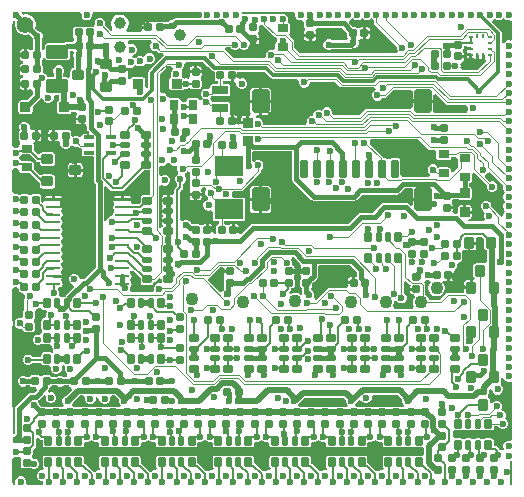
<source format=gbl>
G04*
G04 #@! TF.GenerationSoftware,Altium Limited,Altium Designer,22.11.1 (43)*
G04*
G04 Layer_Physical_Order=4*
G04 Layer_Color=9720587*
%FSLAX25Y25*%
%MOIN*%
G70*
G04*
G04 #@! TF.SameCoordinates,09696BF9-F793-4DFF-A814-162FF6B654E2*
G04*
G04*
G04 #@! TF.FilePolarity,Positive*
G04*
G01*
G75*
%ADD13C,0.00787*%
%ADD17C,0.01968*%
G04:AMPARAMS|DCode=25|XSize=27.56mil|YSize=23.62mil|CornerRadius=2.36mil|HoleSize=0mil|Usage=FLASHONLY|Rotation=180.000|XOffset=0mil|YOffset=0mil|HoleType=Round|Shape=RoundedRectangle|*
%AMROUNDEDRECTD25*
21,1,0.02756,0.01890,0,0,180.0*
21,1,0.02284,0.02362,0,0,180.0*
1,1,0.00472,-0.01142,0.00945*
1,1,0.00472,0.01142,0.00945*
1,1,0.00472,0.01142,-0.00945*
1,1,0.00472,-0.01142,-0.00945*
%
%ADD25ROUNDEDRECTD25*%
G04:AMPARAMS|DCode=29|XSize=25.59mil|YSize=31.5mil|CornerRadius=2.56mil|HoleSize=0mil|Usage=FLASHONLY|Rotation=90.000|XOffset=0mil|YOffset=0mil|HoleType=Round|Shape=RoundedRectangle|*
%AMROUNDEDRECTD29*
21,1,0.02559,0.02638,0,0,90.0*
21,1,0.02047,0.03150,0,0,90.0*
1,1,0.00512,0.01319,0.01024*
1,1,0.00512,0.01319,-0.01024*
1,1,0.00512,-0.01319,-0.01024*
1,1,0.00512,-0.01319,0.01024*
%
%ADD29ROUNDEDRECTD29*%
G04:AMPARAMS|DCode=30|XSize=17.72mil|YSize=31.5mil|CornerRadius=1.77mil|HoleSize=0mil|Usage=FLASHONLY|Rotation=90.000|XOffset=0mil|YOffset=0mil|HoleType=Round|Shape=RoundedRectangle|*
%AMROUNDEDRECTD30*
21,1,0.01772,0.02795,0,0,90.0*
21,1,0.01417,0.03150,0,0,90.0*
1,1,0.00354,0.01398,0.00709*
1,1,0.00354,0.01398,-0.00709*
1,1,0.00354,-0.01398,-0.00709*
1,1,0.00354,-0.01398,0.00709*
%
%ADD30ROUNDEDRECTD30*%
G04:AMPARAMS|DCode=34|XSize=12.6mil|YSize=31.5mil|CornerRadius=1.26mil|HoleSize=0mil|Usage=FLASHONLY|Rotation=90.000|XOffset=0mil|YOffset=0mil|HoleType=Round|Shape=RoundedRectangle|*
%AMROUNDEDRECTD34*
21,1,0.01260,0.02898,0,0,90.0*
21,1,0.01008,0.03150,0,0,90.0*
1,1,0.00252,0.01449,0.00504*
1,1,0.00252,0.01449,-0.00504*
1,1,0.00252,-0.01449,-0.00504*
1,1,0.00252,-0.01449,0.00504*
%
%ADD34ROUNDEDRECTD34*%
G04:AMPARAMS|DCode=40|XSize=27.56mil|YSize=23.62mil|CornerRadius=2.36mil|HoleSize=0mil|Usage=FLASHONLY|Rotation=90.000|XOffset=0mil|YOffset=0mil|HoleType=Round|Shape=RoundedRectangle|*
%AMROUNDEDRECTD40*
21,1,0.02756,0.01890,0,0,90.0*
21,1,0.02284,0.02362,0,0,90.0*
1,1,0.00472,0.00945,0.01142*
1,1,0.00472,0.00945,-0.01142*
1,1,0.00472,-0.00945,-0.01142*
1,1,0.00472,-0.00945,0.01142*
%
%ADD40ROUNDEDRECTD40*%
%ADD68R,0.05512X0.00787*%
%ADD69R,0.00787X0.06299*%
%ADD70R,0.00787X0.19291*%
%ADD71R,0.17717X0.00787*%
%ADD72R,0.36221X0.00787*%
%ADD73R,0.19685X0.00787*%
%ADD74R,0.00787X0.42126*%
%ADD75R,0.00787X0.08268*%
%ADD76R,0.00787X0.07874*%
%ADD77R,0.00787X0.48819*%
%ADD78R,0.00787X0.09055*%
%ADD80C,0.01181*%
%ADD81C,0.01575*%
%ADD82C,0.00492*%
%ADD83C,0.02362*%
%ADD84C,0.03900*%
%ADD85C,0.04331*%
%ADD86C,0.05512*%
G04:AMPARAMS|DCode=87|XSize=59.06mil|YSize=25.59mil|CornerRadius=2.56mil|HoleSize=0mil|Usage=FLASHONLY|Rotation=90.000|XOffset=0mil|YOffset=0mil|HoleType=Round|Shape=RoundedRectangle|*
%AMROUNDEDRECTD87*
21,1,0.05906,0.02047,0,0,90.0*
21,1,0.05394,0.02559,0,0,90.0*
1,1,0.00512,0.01024,0.02697*
1,1,0.00512,0.01024,-0.02697*
1,1,0.00512,-0.01024,-0.02697*
1,1,0.00512,-0.01024,0.02697*
%
%ADD87ROUNDEDRECTD87*%
G04:AMPARAMS|DCode=88|XSize=78.74mil|YSize=57.09mil|CornerRadius=5.71mil|HoleSize=0mil|Usage=FLASHONLY|Rotation=90.000|XOffset=0mil|YOffset=0mil|HoleType=Round|Shape=RoundedRectangle|*
%AMROUNDEDRECTD88*
21,1,0.07874,0.04567,0,0,90.0*
21,1,0.06732,0.05709,0,0,90.0*
1,1,0.01142,0.02284,0.03366*
1,1,0.01142,0.02284,-0.03366*
1,1,0.01142,-0.02284,-0.03366*
1,1,0.01142,-0.02284,0.03366*
%
%ADD88ROUNDEDRECTD88*%
G04:AMPARAMS|DCode=89|XSize=35.83mil|YSize=33.47mil|CornerRadius=3.35mil|HoleSize=0mil|Usage=FLASHONLY|Rotation=0.000|XOffset=0mil|YOffset=0mil|HoleType=Round|Shape=RoundedRectangle|*
%AMROUNDEDRECTD89*
21,1,0.03583,0.02677,0,0,0.0*
21,1,0.02913,0.03347,0,0,0.0*
1,1,0.00669,0.01457,-0.01339*
1,1,0.00669,-0.01457,-0.01339*
1,1,0.00669,-0.01457,0.01339*
1,1,0.00669,0.01457,0.01339*
%
%ADD89ROUNDEDRECTD89*%
%ADD90R,0.01968X0.01968*%
%ADD91R,0.09449X0.06693*%
G04:AMPARAMS|DCode=92|XSize=25.59mil|YSize=31.5mil|CornerRadius=2.56mil|HoleSize=0mil|Usage=FLASHONLY|Rotation=0.000|XOffset=0mil|YOffset=0mil|HoleType=Round|Shape=RoundedRectangle|*
%AMROUNDEDRECTD92*
21,1,0.02559,0.02638,0,0,0.0*
21,1,0.02047,0.03150,0,0,0.0*
1,1,0.00512,0.01024,-0.01319*
1,1,0.00512,-0.01024,-0.01319*
1,1,0.00512,-0.01024,0.01319*
1,1,0.00512,0.01024,0.01319*
%
%ADD92ROUNDEDRECTD92*%
G04:AMPARAMS|DCode=93|XSize=17.72mil|YSize=31.5mil|CornerRadius=1.77mil|HoleSize=0mil|Usage=FLASHONLY|Rotation=0.000|XOffset=0mil|YOffset=0mil|HoleType=Round|Shape=RoundedRectangle|*
%AMROUNDEDRECTD93*
21,1,0.01772,0.02795,0,0,0.0*
21,1,0.01417,0.03150,0,0,0.0*
1,1,0.00354,0.00709,-0.01398*
1,1,0.00354,-0.00709,-0.01398*
1,1,0.00354,-0.00709,0.01398*
1,1,0.00354,0.00709,0.01398*
%
%ADD93ROUNDEDRECTD93*%
G04:AMPARAMS|DCode=94|XSize=35.43mil|YSize=37.4mil|CornerRadius=3.54mil|HoleSize=0mil|Usage=FLASHONLY|Rotation=270.000|XOffset=0mil|YOffset=0mil|HoleType=Round|Shape=RoundedRectangle|*
%AMROUNDEDRECTD94*
21,1,0.03543,0.03032,0,0,270.0*
21,1,0.02835,0.03740,0,0,270.0*
1,1,0.00709,-0.01516,-0.01417*
1,1,0.00709,-0.01516,0.01417*
1,1,0.00709,0.01516,0.01417*
1,1,0.00709,0.01516,-0.01417*
%
%ADD94ROUNDEDRECTD94*%
G04:AMPARAMS|DCode=95|XSize=35.43mil|YSize=37.4mil|CornerRadius=3.54mil|HoleSize=0mil|Usage=FLASHONLY|Rotation=270.000|XOffset=0mil|YOffset=0mil|HoleType=Round|Shape=RoundedRectangle|*
%AMROUNDEDRECTD95*
21,1,0.03543,0.03032,0,0,270.0*
21,1,0.02835,0.03740,0,0,270.0*
1,1,0.00709,-0.01516,-0.01417*
1,1,0.00709,-0.01516,0.01417*
1,1,0.00709,0.01516,0.01417*
1,1,0.00709,0.01516,-0.01417*
%
%ADD95ROUNDEDRECTD95*%
G04:AMPARAMS|DCode=96|XSize=27.56mil|YSize=36.22mil|CornerRadius=2.76mil|HoleSize=0mil|Usage=FLASHONLY|Rotation=90.000|XOffset=0mil|YOffset=0mil|HoleType=Round|Shape=RoundedRectangle|*
%AMROUNDEDRECTD96*
21,1,0.02756,0.03071,0,0,90.0*
21,1,0.02205,0.03622,0,0,90.0*
1,1,0.00551,0.01535,0.01102*
1,1,0.00551,0.01535,-0.01102*
1,1,0.00551,-0.01535,-0.01102*
1,1,0.00551,-0.01535,0.01102*
%
%ADD96ROUNDEDRECTD96*%
G04:AMPARAMS|DCode=97|XSize=27.56mil|YSize=55.12mil|CornerRadius=2.76mil|HoleSize=0mil|Usage=FLASHONLY|Rotation=270.000|XOffset=0mil|YOffset=0mil|HoleType=Round|Shape=RoundedRectangle|*
%AMROUNDEDRECTD97*
21,1,0.02756,0.04961,0,0,270.0*
21,1,0.02205,0.05512,0,0,270.0*
1,1,0.00551,-0.02480,-0.01102*
1,1,0.00551,-0.02480,0.01102*
1,1,0.00551,0.02480,0.01102*
1,1,0.00551,0.02480,-0.01102*
%
%ADD97ROUNDEDRECTD97*%
G04:AMPARAMS|DCode=98|XSize=27.56mil|YSize=36.22mil|CornerRadius=2.76mil|HoleSize=0mil|Usage=FLASHONLY|Rotation=0.000|XOffset=0mil|YOffset=0mil|HoleType=Round|Shape=RoundedRectangle|*
%AMROUNDEDRECTD98*
21,1,0.02756,0.03071,0,0,0.0*
21,1,0.02205,0.03622,0,0,0.0*
1,1,0.00551,0.01102,-0.01535*
1,1,0.00551,-0.01102,-0.01535*
1,1,0.00551,-0.01102,0.01535*
1,1,0.00551,0.01102,0.01535*
%
%ADD98ROUNDEDRECTD98*%
G04:AMPARAMS|DCode=99|XSize=70.87mil|YSize=45.28mil|CornerRadius=4.53mil|HoleSize=0mil|Usage=FLASHONLY|Rotation=0.000|XOffset=0mil|YOffset=0mil|HoleType=Round|Shape=RoundedRectangle|*
%AMROUNDEDRECTD99*
21,1,0.07087,0.03622,0,0,0.0*
21,1,0.06181,0.04528,0,0,0.0*
1,1,0.00906,0.03091,-0.01811*
1,1,0.00906,-0.03091,-0.01811*
1,1,0.00906,-0.03091,0.01811*
1,1,0.00906,0.03091,0.01811*
%
%ADD99ROUNDEDRECTD99*%
G04:AMPARAMS|DCode=100|XSize=33.47mil|YSize=33.47mil|CornerRadius=3.35mil|HoleSize=0mil|Usage=FLASHONLY|Rotation=270.000|XOffset=0mil|YOffset=0mil|HoleType=Round|Shape=RoundedRectangle|*
%AMROUNDEDRECTD100*
21,1,0.03347,0.02677,0,0,270.0*
21,1,0.02677,0.03347,0,0,270.0*
1,1,0.00669,-0.01339,-0.01339*
1,1,0.00669,-0.01339,0.01339*
1,1,0.00669,0.01339,0.01339*
1,1,0.00669,0.01339,-0.01339*
%
%ADD100ROUNDEDRECTD100*%
%ADD101O,0.04961X0.00984*%
G04:AMPARAMS|DCode=102|XSize=35.43mil|YSize=37.4mil|CornerRadius=3.54mil|HoleSize=0mil|Usage=FLASHONLY|Rotation=0.000|XOffset=0mil|YOffset=0mil|HoleType=Round|Shape=RoundedRectangle|*
%AMROUNDEDRECTD102*
21,1,0.03543,0.03032,0,0,0.0*
21,1,0.02835,0.03740,0,0,0.0*
1,1,0.00709,0.01417,-0.01516*
1,1,0.00709,-0.01417,-0.01516*
1,1,0.00709,-0.01417,0.01516*
1,1,0.00709,0.01417,0.01516*
%
%ADD102ROUNDEDRECTD102*%
G04:AMPARAMS|DCode=103|XSize=35.43mil|YSize=37.4mil|CornerRadius=3.54mil|HoleSize=0mil|Usage=FLASHONLY|Rotation=0.000|XOffset=0mil|YOffset=0mil|HoleType=Round|Shape=RoundedRectangle|*
%AMROUNDEDRECTD103*
21,1,0.03543,0.03032,0,0,0.0*
21,1,0.02835,0.03740,0,0,0.0*
1,1,0.00709,0.01417,-0.01516*
1,1,0.00709,-0.01417,-0.01516*
1,1,0.00709,-0.01417,0.01516*
1,1,0.00709,0.01417,0.01516*
%
%ADD103ROUNDEDRECTD103*%
%ADD104R,0.00984X0.01378*%
%ADD105R,0.01378X0.00984*%
%ADD106R,0.01968X0.01176*%
G36*
X164294Y155248D02*
X164351Y155191D01*
X165002Y154921D01*
X165707D01*
X165748Y154938D01*
X166535Y154412D01*
Y148737D01*
X165748Y148211D01*
X165707Y148228D01*
X165002D01*
X164351Y147959D01*
X163852Y147460D01*
X163803Y147341D01*
X163016Y147498D01*
Y150758D01*
X163016Y150758D01*
X162924Y151218D01*
X162663Y151609D01*
X159970Y154302D01*
X159952Y154824D01*
X160055Y155178D01*
X160752Y155543D01*
X161144Y155248D01*
X161201Y155191D01*
X161852Y154921D01*
X162557D01*
X163208Y155191D01*
X163265Y155248D01*
X163780Y155635D01*
X164294Y155248D01*
D02*
G37*
G36*
X63206Y157087D02*
X63189Y157045D01*
Y156341D01*
X62628Y155637D01*
X54445D01*
X53908Y155530D01*
X53452Y155226D01*
X53147Y154921D01*
X52797D01*
X52146Y154652D01*
X51898Y154404D01*
X50397D01*
X50283Y154480D01*
X49961Y154544D01*
X48071D01*
X47748Y154480D01*
X47488Y154306D01*
X47466Y154297D01*
X46628D01*
X46606Y154306D01*
X46346Y154480D01*
X46024Y154544D01*
X45571D01*
Y152559D01*
X45079D01*
Y152067D01*
X43291D01*
Y151417D01*
X42567Y151023D01*
X38074D01*
X37767Y151810D01*
X38096Y152139D01*
X38482Y152808D01*
X38682Y153555D01*
Y154327D01*
X38482Y155073D01*
X38096Y155743D01*
X37550Y156289D01*
X36881Y156675D01*
X36134Y156875D01*
X35362D01*
X34615Y156675D01*
X33946Y156289D01*
X33400Y155743D01*
X33014Y155073D01*
X32814Y154327D01*
Y153555D01*
X33014Y152808D01*
X33241Y152415D01*
X33008Y151676D01*
X32890Y151536D01*
X32767Y151511D01*
X30843Y153434D01*
X30906Y153585D01*
Y154289D01*
X30636Y154941D01*
X30137Y155439D01*
X29486Y155709D01*
X28782D01*
X28130Y155439D01*
X27632Y154941D01*
X27362Y154289D01*
Y153585D01*
X27102Y153155D01*
X26806Y152871D01*
X25039D01*
X24717Y152806D01*
X24457Y152633D01*
X24435Y152624D01*
X23597D01*
X23574Y152633D01*
X23315Y152806D01*
X22992Y152871D01*
X21102D01*
X20780Y152806D01*
X20506Y152624D01*
X20324Y152350D01*
X20259Y152027D01*
Y149744D01*
X20324Y149422D01*
X20506Y149148D01*
X20642Y149057D01*
Y148285D01*
X20506Y148195D01*
X20324Y147921D01*
X20273Y147665D01*
X18012D01*
X17474Y147558D01*
X17183Y147363D01*
X11870D01*
X11463Y147282D01*
X11118Y147051D01*
X10888Y146706D01*
X10807Y146299D01*
Y145224D01*
X10019Y144908D01*
X9673Y145271D01*
Y148506D01*
X9770Y148603D01*
X10039Y149254D01*
Y149959D01*
X9770Y150610D01*
X9271Y151108D01*
X8620Y151378D01*
X8483D01*
X7483Y152378D01*
X7677Y153103D01*
Y153984D01*
X7449Y154835D01*
X7009Y155598D01*
X6385Y156221D01*
X5622Y156662D01*
X4771Y156890D01*
X3890D01*
X3721Y156844D01*
X3710Y156851D01*
X3622Y157087D01*
X4170Y157874D01*
X22523D01*
X23049Y157087D01*
X23031Y157045D01*
Y156341D01*
X23301Y155689D01*
X23800Y155191D01*
X24451Y154921D01*
X25156D01*
X25807Y155191D01*
X26305Y155689D01*
X26575Y156341D01*
Y157045D01*
X26558Y157087D01*
X27084Y157874D01*
X62680D01*
X63206Y157087D01*
D02*
G37*
G36*
X1023Y154164D02*
X1030Y154153D01*
X984Y153984D01*
Y153103D01*
X1212Y152252D01*
X1653Y151489D01*
X2276Y150865D01*
X3039Y150425D01*
X3890Y150197D01*
X4771D01*
X5496Y150391D01*
X6496Y149391D01*
Y149254D01*
X6766Y148603D01*
X6863Y148506D01*
Y145136D01*
X6741Y145054D01*
X6718Y145045D01*
X5880D01*
X5858Y145054D01*
X5598Y145228D01*
X5276Y145292D01*
X4823D01*
Y143307D01*
X4331D01*
Y142815D01*
X2543D01*
Y142165D01*
X2607Y141843D01*
X2790Y141569D01*
X3063Y141387D01*
X3386Y141322D01*
Y140567D01*
X3063Y140503D01*
X2790Y140321D01*
X2607Y140047D01*
X2543Y139724D01*
Y139075D01*
X4331D01*
Y138091D01*
X2543D01*
Y137441D01*
X2607Y137118D01*
X2790Y136845D01*
X3063Y136662D01*
X3386Y136598D01*
X3386Y135843D01*
X3063Y135779D01*
X2790Y135596D01*
X2607Y135323D01*
X2543Y135000D01*
Y134350D01*
X4331D01*
Y133858D01*
X4823D01*
Y131874D01*
X5276D01*
X5598Y131938D01*
X5858Y132111D01*
X5880Y132121D01*
X6113D01*
X6863Y131394D01*
Y130385D01*
X4744Y128266D01*
X2874D01*
X2513Y128194D01*
X2207Y127990D01*
X2003Y127684D01*
X1931Y127323D01*
Y124646D01*
X2003Y124285D01*
X2207Y123979D01*
X2513Y123774D01*
X2874Y123702D01*
X5788D01*
X6149Y123774D01*
X6455Y123979D01*
X6659Y124285D01*
X6731Y124646D01*
Y126279D01*
X9261Y128810D01*
X9381Y128990D01*
X10076Y128806D01*
X10177Y128763D01*
X10439Y128130D01*
X10937Y127632D01*
X11588Y127362D01*
X12293D01*
X12944Y127632D01*
X13442Y128130D01*
X13712Y128781D01*
Y129486D01*
X14270Y130196D01*
X15589D01*
Y128211D01*
X15505Y128194D01*
X15199Y127990D01*
X14995Y127684D01*
X14923Y127323D01*
Y124646D01*
X14995Y124285D01*
X15199Y123979D01*
X15505Y123774D01*
X15866Y123702D01*
X18780D01*
X19141Y123774D01*
X19447Y123979D01*
X19651Y124285D01*
X19670Y124379D01*
X21256D01*
X21492Y123603D01*
X21483Y123577D01*
X21481Y123574D01*
X21308Y123315D01*
X21244Y122992D01*
Y122539D01*
X23228D01*
Y122047D01*
X23720D01*
Y120259D01*
X24370D01*
X24789Y119540D01*
Y119085D01*
X24896Y118547D01*
X25201Y118091D01*
X25385Y117907D01*
X25084Y117179D01*
X23945D01*
X23665Y117124D01*
X23428Y116965D01*
X23270Y116728D01*
X23214Y116449D01*
Y116232D01*
X22427Y115905D01*
X22263Y116069D01*
X21612Y116339D01*
X20908D01*
X20256Y116069D01*
X19504Y116431D01*
Y117677D01*
X19440Y118000D01*
X19257Y118273D01*
X18984Y118456D01*
X18661Y118520D01*
X16772D01*
X16449Y118456D01*
X16189Y118282D01*
X16167Y118273D01*
X15329D01*
X15307Y118282D01*
X15047Y118456D01*
X14724Y118520D01*
X14272D01*
Y116535D01*
Y114551D01*
X14724D01*
X15047Y114615D01*
X15307Y114788D01*
X15333Y114799D01*
X15333Y114799D01*
X15365Y114789D01*
X15945Y114132D01*
Y113427D01*
X16215Y112776D01*
X16713Y112278D01*
X17364Y112008D01*
X18069D01*
X18720Y112278D01*
X19218Y112776D01*
X19281Y112927D01*
X20210Y113112D01*
X20256Y113065D01*
X20908Y112795D01*
X21612D01*
X21763Y112858D01*
X22022Y112599D01*
X22299Y112414D01*
X22625Y112349D01*
X22869D01*
X23259Y111629D01*
X23260Y111561D01*
X23214Y111331D01*
Y110323D01*
X23270Y110043D01*
X23428Y109806D01*
X23665Y109648D01*
X23945Y109592D01*
X26842D01*
X27040Y109430D01*
Y101650D01*
X27147Y101113D01*
X27451Y100657D01*
X27729Y100379D01*
Y72667D01*
X23802Y68740D01*
X23746D01*
X23208Y68633D01*
X23112Y68568D01*
X22324Y68955D01*
X22055Y69606D01*
X21556Y70104D01*
X20905Y70374D01*
X20200D01*
X19549Y70104D01*
X19051Y69606D01*
X18781Y68955D01*
Y68250D01*
X19051Y67599D01*
X19549Y67100D01*
X20200Y66831D01*
X20468Y66043D01*
X18003Y63578D01*
X17698Y63122D01*
X17641Y62837D01*
X17615Y62810D01*
X17402D01*
X17102Y62751D01*
X17021Y62696D01*
X16825Y62581D01*
X16246D01*
X16050Y62696D01*
X15969Y62751D01*
X15846Y62775D01*
X15513Y63238D01*
X15381Y63598D01*
X15468Y63807D01*
Y64512D01*
X15198Y65163D01*
X15126Y65235D01*
X15452Y66022D01*
X15611D01*
X16033Y66106D01*
X16391Y66345D01*
X16630Y66703D01*
X16714Y67126D01*
X16630Y67548D01*
X16391Y67907D01*
X16299Y67968D01*
X16289Y67993D01*
Y68818D01*
X16299Y68843D01*
X16391Y68905D01*
X16584Y69193D01*
X13622D01*
Y70177D01*
X16584D01*
X16391Y70466D01*
X16299Y70527D01*
X16289Y70552D01*
Y71377D01*
X16299Y71402D01*
X16391Y71464D01*
X16630Y71822D01*
X16714Y72244D01*
X16630Y72667D01*
X16391Y73025D01*
X16299Y73086D01*
X16289Y73111D01*
Y73936D01*
X16299Y73961D01*
X16391Y74023D01*
X16630Y74381D01*
X16714Y74803D01*
X16630Y75226D01*
X16391Y75584D01*
X16299Y75645D01*
X16289Y75670D01*
Y76495D01*
X16299Y76520D01*
X16391Y76582D01*
X16630Y76940D01*
X16714Y77362D01*
X16630Y77785D01*
X16391Y78143D01*
X16299Y78204D01*
X16289Y78229D01*
Y79054D01*
X16299Y79079D01*
X16391Y79141D01*
X16630Y79499D01*
X16714Y79921D01*
X16630Y80344D01*
X16391Y80702D01*
X16299Y80763D01*
X16289Y80788D01*
Y81613D01*
X16299Y81638D01*
X16391Y81700D01*
X16630Y82058D01*
X16714Y82480D01*
X16630Y82903D01*
X16391Y83261D01*
X16299Y83322D01*
X16289Y83348D01*
Y84172D01*
X16299Y84197D01*
X16391Y84259D01*
X16630Y84617D01*
X16714Y85039D01*
X16630Y85462D01*
X16391Y85820D01*
X16299Y85881D01*
X16289Y85907D01*
Y86731D01*
X16299Y86756D01*
X16391Y86818D01*
X16630Y87176D01*
X16714Y87598D01*
X16630Y88021D01*
X16391Y88379D01*
X16299Y88441D01*
X16289Y88466D01*
Y89290D01*
X16299Y89315D01*
X16391Y89377D01*
X16630Y89735D01*
X16714Y90158D01*
X16630Y90580D01*
X16391Y90938D01*
X16299Y91000D01*
X16289Y91025D01*
Y91849D01*
X16299Y91874D01*
X16391Y91936D01*
X16584Y92224D01*
X13622D01*
Y93209D01*
X16584D01*
X16391Y93497D01*
X16299Y93559D01*
X16289Y93584D01*
Y94408D01*
X16299Y94433D01*
X16391Y94495D01*
X16584Y94784D01*
X13622D01*
X10582D01*
X10242Y94053D01*
X9662Y94530D01*
Y96220D01*
X9598Y96543D01*
X9415Y96817D01*
X9142Y96999D01*
X8819Y97063D01*
X6929D01*
X6607Y96999D01*
X6347Y96826D01*
X6325Y96817D01*
X5486D01*
X5464Y96826D01*
X5204Y96999D01*
X4882Y97063D01*
X2992D01*
X2670Y96999D01*
X2396Y96817D01*
X2383Y96797D01*
X2185Y96777D01*
X1534Y97047D01*
X829D01*
X787Y97030D01*
X0Y97556D01*
Y105200D01*
X787Y105726D01*
X829Y105709D01*
X1534D01*
X2306Y105176D01*
Y104803D01*
X2373Y104465D01*
X2565Y104179D01*
X2851Y103987D01*
X3189Y103920D01*
X5724D01*
X9111Y100533D01*
X9136Y100516D01*
Y99825D01*
X9209Y99456D01*
X9418Y99144D01*
X9730Y98935D01*
X10099Y98862D01*
X13131D01*
X13499Y98935D01*
X13812Y99144D01*
X14021Y99456D01*
X14094Y99825D01*
Y102660D01*
X14021Y103028D01*
X13812Y103341D01*
X13499Y103550D01*
X13131Y103623D01*
X10099D01*
X9730Y103550D01*
X9418Y103341D01*
X9166Y103316D01*
X7143Y105339D01*
Y107008D01*
X7076Y107346D01*
X6884Y107632D01*
X6598Y107824D01*
X6260Y107891D01*
X3319D01*
X3307Y107893D01*
X2928D01*
X2683Y108484D01*
X2626Y108541D01*
X2239Y109055D01*
X2626Y109570D01*
X2683Y109626D01*
X2928Y110217D01*
X3307D01*
X3319Y110219D01*
X5724D01*
X7930Y108013D01*
X8256Y107796D01*
X8640Y107719D01*
X9136D01*
Y107305D01*
X9209Y106937D01*
X9418Y106624D01*
X9730Y106415D01*
X10099Y106342D01*
X13131D01*
X13499Y106415D01*
X13812Y106624D01*
X14021Y106937D01*
X14094Y107305D01*
Y110140D01*
X14021Y110509D01*
X13812Y110821D01*
X13499Y111030D01*
X13131Y111103D01*
X10099D01*
X9730Y111030D01*
X9418Y110821D01*
X9280Y110615D01*
X8838Y110459D01*
X8384Y110397D01*
X7143Y111638D01*
Y113307D01*
X7076Y113645D01*
X6997Y113763D01*
X7200Y114355D01*
X7346Y114551D01*
X7382D01*
Y116535D01*
Y118520D01*
X6929D01*
X6607Y118456D01*
X6347Y118282D01*
X6325Y118273D01*
X6285D01*
X5755Y118885D01*
X5709Y119000D01*
Y119644D01*
X5439Y120295D01*
X4941Y120793D01*
X4289Y121063D01*
X3585D01*
X2933Y120793D01*
X2435Y120295D01*
X2165Y119644D01*
Y118939D01*
X2431Y118297D01*
X2396Y118273D01*
X2213Y118000D01*
X2149Y117677D01*
Y115394D01*
X2213Y115071D01*
X2396Y114798D01*
X2423Y114780D01*
X2548Y114034D01*
X2509Y113848D01*
X2373Y113645D01*
X2306Y113307D01*
Y112934D01*
X1534Y112402D01*
X829D01*
X787Y112384D01*
X0Y112911D01*
Y153704D01*
X787Y154252D01*
X1023Y154164D01*
D02*
G37*
G36*
X83211Y153498D02*
X83365Y153266D01*
X87087Y149544D01*
X87363Y149360D01*
X87690Y149295D01*
X87897D01*
X88313Y148672D01*
X88186Y147883D01*
X87900Y147691D01*
X87708Y147405D01*
X87641Y147067D01*
Y145424D01*
X87638Y145419D01*
X86853Y144963D01*
X86573Y145079D01*
X85868D01*
X85217Y144809D01*
X84719Y144311D01*
X84449Y143659D01*
Y142955D01*
X83892Y142241D01*
X73801D01*
X70832Y145210D01*
X71152Y145997D01*
X72748D01*
X72810Y145847D01*
X73308Y145349D01*
X73960Y145079D01*
X74664D01*
X75316Y145349D01*
X75689Y145722D01*
X76161Y145250D01*
X76812Y144980D01*
X77517D01*
X78168Y145250D01*
X78667Y145748D01*
X78936Y146400D01*
Y146819D01*
X79075Y146933D01*
X79724D01*
Y148721D01*
X80216D01*
Y149213D01*
X82201D01*
Y149665D01*
X82137Y149988D01*
X81963Y150248D01*
X81954Y150270D01*
Y151108D01*
X81963Y151130D01*
X82137Y151390D01*
X82201Y151713D01*
Y153098D01*
X82925Y153531D01*
X83211Y153498D01*
D02*
G37*
G36*
X94309Y157087D02*
X94291Y157045D01*
Y156341D01*
X94561Y155689D01*
X95060Y155191D01*
X95711Y154921D01*
X96415D01*
X96466Y154942D01*
X97228Y154406D01*
Y152992D01*
X97292Y152670D01*
X97466Y152410D01*
X97475Y152388D01*
Y151549D01*
X97466Y151527D01*
X97292Y151268D01*
X97228Y150945D01*
Y150492D01*
X101198D01*
Y150945D01*
X101134Y151268D01*
X100960Y151527D01*
X100951Y151549D01*
Y151782D01*
X101677Y152532D01*
X109851D01*
X111598Y150785D01*
Y149646D01*
X111662Y149323D01*
X111845Y149050D01*
X111592Y148272D01*
X106512D01*
X106415Y148369D01*
X105764Y148639D01*
X105059D01*
X104408Y148369D01*
X103910Y147871D01*
X103640Y147219D01*
Y146515D01*
X103910Y145863D01*
X104408Y145365D01*
X105059Y145095D01*
X105764D01*
X106415Y145365D01*
X106512Y145462D01*
X112796D01*
X113333Y145569D01*
X113608Y145753D01*
X114018D01*
X114670Y146022D01*
X115168Y146521D01*
X115438Y147172D01*
Y147877D01*
X115277Y148266D01*
X115346Y148404D01*
X116055Y148867D01*
X116378Y148803D01*
X116831D01*
Y150787D01*
Y152772D01*
X116378D01*
X116055Y152708D01*
X115796Y152534D01*
X115773Y152525D01*
X114935D01*
X114913Y152534D01*
X114653Y152708D01*
X114331Y152772D01*
X113585D01*
X112206Y154151D01*
X112198Y154299D01*
X112436Y155034D01*
X112815Y155191D01*
X112872Y155248D01*
X113386Y155635D01*
X113900Y155248D01*
X113957Y155191D01*
X114608Y154921D01*
X115313D01*
X115964Y155191D01*
X116021Y155248D01*
X116535Y155635D01*
X117050Y155248D01*
X117107Y155191D01*
X117758Y154921D01*
X118463D01*
X119114Y155191D01*
X119171Y155248D01*
X119685Y155635D01*
X120200Y155248D01*
X120256Y155191D01*
X120407Y155129D01*
Y154331D01*
X120472Y154004D01*
X120657Y153728D01*
X128212Y146172D01*
X128150Y146022D01*
Y145317D01*
X128419Y144666D01*
X128069Y143903D01*
X95886D01*
X93984Y145805D01*
Y147746D01*
X93919Y148072D01*
X93734Y148349D01*
X92383Y149700D01*
X92219Y150537D01*
X92411Y150823D01*
X92478Y151161D01*
Y153366D01*
X92411Y153704D01*
X92219Y153991D01*
X91933Y154182D01*
X91877Y154966D01*
Y155671D01*
X91607Y156322D01*
X91109Y156820D01*
X90458Y157090D01*
X90466Y157874D01*
X93782D01*
X94309Y157087D01*
D02*
G37*
G36*
X20135Y144708D02*
X20451Y144082D01*
X20276Y143659D01*
Y142955D01*
X20504Y142402D01*
Y138995D01*
X20256D01*
X19887Y138922D01*
X19575Y138713D01*
X19366Y138400D01*
X19293Y138032D01*
Y136212D01*
X18505Y135834D01*
X18459Y135865D01*
X18052Y135946D01*
X16960D01*
Y137436D01*
X17126Y137837D01*
Y138541D01*
X16856Y139193D01*
X16358Y139691D01*
X15707Y139961D01*
X15002D01*
X14351Y139691D01*
X13852Y139193D01*
X13583Y138541D01*
Y137837D01*
X13749Y137436D01*
Y135946D01*
X11870D01*
X11763Y135924D01*
X11662Y136008D01*
X11392Y136659D01*
X10893Y137158D01*
X10242Y137427D01*
X10067D01*
X10056Y137441D01*
Y139724D01*
X9991Y140047D01*
X9809Y140321D01*
X9673Y140411D01*
Y141478D01*
X9809Y141569D01*
X9991Y141843D01*
X10056Y142165D01*
Y142417D01*
X10843Y142495D01*
X10888Y142270D01*
X11118Y141925D01*
X11463Y141694D01*
X11870Y141613D01*
X18052D01*
X18459Y141694D01*
X18804Y141925D01*
X19034Y142270D01*
X19115Y142677D01*
Y144855D01*
X19983D01*
X20135Y144708D01*
D02*
G37*
G36*
X46350Y147481D02*
X46216Y147347D01*
X45946Y146695D01*
Y145991D01*
X46216Y145340D01*
X46714Y144841D01*
X47365Y144571D01*
X48070D01*
X48221Y144634D01*
X48690Y144164D01*
X48967Y143979D01*
X49293Y143914D01*
X50161D01*
X50400Y143127D01*
X50322Y143075D01*
X50322Y143075D01*
X45605Y138358D01*
X45344Y137967D01*
X45252Y137506D01*
X45252Y137506D01*
Y132647D01*
X44801Y132234D01*
X44133Y132689D01*
Y135197D01*
X44061Y135558D01*
X43856Y135864D01*
X43550Y136068D01*
X43189Y136140D01*
X40276D01*
X39915Y136068D01*
X39609Y135864D01*
X39404Y135558D01*
X39386Y135468D01*
X38599Y135545D01*
Y135591D01*
X38535Y135913D01*
X38361Y136173D01*
X38352Y136195D01*
Y137033D01*
X38361Y137055D01*
X38535Y137315D01*
X38599Y137638D01*
Y138091D01*
X36614D01*
Y139075D01*
X38870D01*
X39018Y139173D01*
X39722D01*
X40374Y139443D01*
X40872Y139941D01*
X41322Y140031D01*
X41516Y139837D01*
X42167Y139567D01*
X42872D01*
X43523Y139837D01*
X44022Y140335D01*
X44666Y140624D01*
X44890Y140531D01*
X45317Y140354D01*
X46022D01*
X46673Y140624D01*
X47171Y141122D01*
X47441Y141774D01*
Y142478D01*
X47171Y143130D01*
X46673Y143628D01*
X46022Y143898D01*
X45317D01*
X44666Y143628D01*
X44167Y143130D01*
X43523Y142841D01*
X43299Y142933D01*
X42872Y143110D01*
X42167D01*
X41516Y142841D01*
X41018Y142342D01*
X40568Y142253D01*
X40374Y142447D01*
X39911Y142638D01*
X40068Y143426D01*
X40148D01*
X40799Y143695D01*
X41298Y144194D01*
X41567Y144845D01*
Y145550D01*
X41298Y146201D01*
X40799Y146699D01*
X40148Y146969D01*
X39443D01*
X39337Y146925D01*
X38815Y147016D01*
X38537Y147510D01*
X38941Y148268D01*
X46024D01*
X46350Y147481D01*
D02*
G37*
G36*
X151477Y145965D02*
X152756D01*
Y144980D01*
X151477D01*
Y143996D01*
X152756D01*
Y143504D01*
X153249D01*
Y142421D01*
X153839D01*
Y142028D01*
X154430D01*
Y143307D01*
X155414D01*
Y142028D01*
X156398D01*
Y143307D01*
X157382D01*
Y142028D01*
X157383D01*
X157709Y141240D01*
X154969Y138501D01*
X149847D01*
X149320Y139288D01*
X149379Y139430D01*
Y140135D01*
X149295Y140338D01*
X149411Y140673D01*
X149760Y141164D01*
X149890Y141190D01*
X150163Y141373D01*
X150346Y141646D01*
X150410Y141969D01*
Y142421D01*
X148425D01*
Y143405D01*
X150410D01*
Y143858D01*
X150346Y144181D01*
X150172Y144441D01*
X150163Y144463D01*
Y145301D01*
X150172Y145323D01*
X150346Y145583D01*
X150410Y145905D01*
Y146339D01*
X151477D01*
Y145965D01*
D02*
G37*
G36*
X86107Y135812D02*
X86107Y135812D01*
X86498Y135551D01*
X86959Y135459D01*
X94974D01*
X95500Y134672D01*
X95473Y134604D01*
Y133900D01*
X95742Y133248D01*
X96241Y132750D01*
X96892Y132480D01*
X97597D01*
X98248Y132750D01*
X98746Y133248D01*
X99016Y133900D01*
Y134450D01*
X107510D01*
X109099Y132861D01*
X109375Y132676D01*
X109702Y132612D01*
X120455D01*
X121135Y132015D01*
X121194Y131885D01*
X121185Y131667D01*
X121171Y131643D01*
X121085Y131603D01*
X120650Y131423D01*
X120152Y130925D01*
X119882Y130274D01*
Y129569D01*
X120152Y128918D01*
X120650Y128419D01*
X121301Y128150D01*
X122006D01*
X122657Y128419D01*
X123155Y128918D01*
X123218Y129068D01*
X124016D01*
X124342Y129133D01*
X124619Y129318D01*
X127088Y131787D01*
X132632D01*
X133344Y131331D01*
Y128457D01*
X136811D01*
X140279D01*
Y130032D01*
X141007Y130333D01*
X144384Y126956D01*
X144661Y126771D01*
X144987Y126706D01*
X151215D01*
X151772Y125992D01*
Y125287D01*
X151920Y124930D01*
X151506Y124142D01*
X140991D01*
X140279Y124599D01*
Y127472D01*
X136811D01*
X133344D01*
Y126138D01*
X133256Y126006D01*
X132580Y125548D01*
X118191D01*
X117864Y125483D01*
X117588Y125298D01*
X115584Y123294D01*
X107253D01*
X106600Y123947D01*
Y124516D01*
X106330Y125167D01*
X105832Y125665D01*
X105180Y125935D01*
X104475D01*
X103824Y125665D01*
X103326Y125167D01*
X103179Y124811D01*
X103022Y124780D01*
X102371Y125050D01*
X101666D01*
X101015Y124780D01*
X100516Y124282D01*
X100247Y123631D01*
Y123031D01*
X99648D01*
X98997Y122762D01*
X98498Y122263D01*
X98228Y121612D01*
Y120907D01*
X97672Y120194D01*
X83629D01*
X83465Y120358D01*
Y120825D01*
X83195Y121476D01*
X82696Y121974D01*
X82045Y122244D01*
X81340D01*
X81183Y122301D01*
X81030Y122627D01*
X81531Y123414D01*
X82185D01*
Y127472D01*
X79210D01*
Y124599D01*
X79300Y124145D01*
X79467Y123896D01*
X79313Y123400D01*
X79118Y123109D01*
X78839D01*
Y120827D01*
X78347D01*
Y120335D01*
X75721D01*
X75306Y119938D01*
X75160Y119943D01*
X75016Y120118D01*
Y120768D01*
X73228D01*
Y121260D01*
X72736D01*
Y123245D01*
X72592D01*
X72353Y124032D01*
X72396Y124061D01*
X72588Y124347D01*
X72655Y124685D01*
Y126890D01*
X72588Y127228D01*
X72396Y127514D01*
X72110Y127706D01*
X71772Y127773D01*
X66811D01*
X66378Y127900D01*
X66144Y128382D01*
X66069Y128563D01*
X65688Y128944D01*
X66153Y129409D01*
X66215Y129559D01*
X66617D01*
X66943Y129624D01*
X67068Y129707D01*
X71772D01*
X72110Y129775D01*
X72396Y129966D01*
X72588Y130253D01*
X72655Y130590D01*
Y132795D01*
X72588Y133133D01*
X72396Y133420D01*
X72110Y133611D01*
X71772Y133678D01*
X70144D01*
Y134629D01*
X70236D01*
X70559Y134694D01*
X70819Y134867D01*
X70841Y134876D01*
X71679D01*
X71701Y134867D01*
X71961Y134694D01*
X72284Y134629D01*
X72736D01*
Y136614D01*
X73228D01*
Y137106D01*
X75016D01*
Y137756D01*
X75110Y137871D01*
X84048D01*
X86107Y135812D01*
D02*
G37*
G36*
X64746Y139798D02*
X65122Y139547D01*
X66446Y138223D01*
X66446Y138223D01*
X66837Y137962D01*
X67503Y137756D01*
Y135472D01*
X67568Y135150D01*
X67750Y134876D01*
X68024Y134694D01*
X68347Y134629D01*
X68438D01*
Y133678D01*
X66811D01*
X66473Y133611D01*
X66187Y133420D01*
X65995Y133133D01*
X65928Y132795D01*
Y132653D01*
X65140Y132127D01*
X65003Y132184D01*
X64298D01*
X63647Y131914D01*
X63149Y131416D01*
X62879Y130765D01*
Y130060D01*
X63149Y129409D01*
X63530Y129027D01*
X63065Y128563D01*
X62984Y128368D01*
X62837Y128356D01*
X62185Y128495D01*
X62155Y128645D01*
X61963Y128931D01*
X61677Y129123D01*
X61339Y129190D01*
X59134D01*
X58796Y129123D01*
X58510Y128931D01*
X58318Y128645D01*
X58251Y128307D01*
Y128272D01*
X57464Y127746D01*
X57439Y127756D01*
X56734D01*
X56710Y127746D01*
X55923Y128272D01*
Y128307D01*
X55856Y128645D01*
X55664Y128931D01*
X55378Y129123D01*
X55040Y129190D01*
X52835D01*
X52676Y129159D01*
X52417Y129167D01*
X51742Y129539D01*
X51619Y129835D01*
X51121Y130333D01*
X50470Y130603D01*
X49765D01*
X49051Y131160D01*
Y137015D01*
X51709Y139673D01*
X52893D01*
X53633Y138894D01*
X53633Y138707D01*
X53135Y138208D01*
X52865Y137557D01*
Y136852D01*
X52907Y136068D01*
X52601Y135864D01*
X52396Y135558D01*
X52324Y135197D01*
Y132520D01*
X52396Y132159D01*
X52601Y131853D01*
X52907Y131648D01*
X53268Y131576D01*
X56181D01*
X56542Y131648D01*
X56848Y131853D01*
X57053Y132159D01*
X57182Y132228D01*
X57522Y132087D01*
X58226D01*
X58878Y132356D01*
X58879Y132357D01*
X59286Y132317D01*
X59560Y132135D01*
X59882Y132070D01*
X62166D01*
X62488Y132135D01*
X62762Y132317D01*
X62945Y132591D01*
X63009Y132913D01*
Y134803D01*
X62945Y135126D01*
X62771Y135386D01*
X62762Y135408D01*
Y136246D01*
X62771Y136268D01*
X62945Y136528D01*
X63009Y136850D01*
Y137303D01*
X61024D01*
X59039D01*
Y136850D01*
X59103Y136528D01*
X58814Y135703D01*
X58499Y135517D01*
X58226Y135630D01*
X57522D01*
X57182Y135489D01*
X57053Y135558D01*
X56848Y135864D01*
X56542Y136068D01*
X56409Y136852D01*
Y137557D01*
X56389Y137605D01*
X56389Y138457D01*
X56887Y138956D01*
X57157Y139607D01*
Y140312D01*
X57716Y141019D01*
X63526D01*
X64746Y139798D01*
D02*
G37*
G36*
X138521Y112045D02*
X138798Y111860D01*
X139124Y111795D01*
X140570D01*
X141282Y111339D01*
Y109134D01*
X141349Y108796D01*
X141541Y108509D01*
X141827Y108318D01*
X142165Y108251D01*
X145236D01*
X145574Y108318D01*
X145861Y108509D01*
X146052Y108796D01*
X146119Y109134D01*
Y109383D01*
X147897D01*
X148369Y108674D01*
Y107953D01*
X148436Y107615D01*
X148627Y107328D01*
X148645Y107317D01*
Y106016D01*
X146847Y104218D01*
X146119Y104519D01*
Y105039D01*
X146052Y105377D01*
X145861Y105664D01*
X145574Y105855D01*
X145236Y105922D01*
X142165D01*
X141827Y105855D01*
X141762Y105875D01*
X141659Y106122D01*
X141161Y106620D01*
X140510Y106890D01*
X139805D01*
X139154Y106620D01*
X138656Y106122D01*
X138386Y105471D01*
Y104766D01*
X138656Y104115D01*
X139100Y103670D01*
X139076Y103416D01*
X138867Y102883D01*
X130059D01*
X129698Y102883D01*
X129328Y103612D01*
Y108221D01*
X129262Y108551D01*
X129075Y108831D01*
X128795Y109018D01*
X128465Y109084D01*
X126418D01*
X126087Y109018D01*
X125807Y108831D01*
X125708Y108682D01*
X125292Y108612D01*
X125260D01*
X124844Y108682D01*
X124744Y108831D01*
X124464Y109018D01*
X124134Y109084D01*
X123524D01*
X123490Y109253D01*
X123305Y109529D01*
X119071Y113764D01*
X119095Y113821D01*
Y114526D01*
X119651Y115240D01*
X135326D01*
X138521Y112045D01*
D02*
G37*
G36*
X52337Y107264D02*
X52835Y106766D01*
X53486Y106496D01*
X54191D01*
X54360Y106566D01*
X54962Y105963D01*
X54921Y105864D01*
Y105159D01*
X55191Y104508D01*
X55238Y104462D01*
X55053Y103533D01*
X54902Y103471D01*
X54404Y102972D01*
X54134Y102321D01*
Y101616D01*
X54404Y100965D01*
X54902Y100467D01*
X54902Y100467D01*
Y99650D01*
X54259Y99007D01*
X54041Y98681D01*
X53965Y98297D01*
Y97277D01*
X53938Y97224D01*
X53288Y96670D01*
X52461D01*
Y94784D01*
X51969D01*
Y94291D01*
X49787D01*
Y93760D01*
X49853Y93430D01*
X49882Y93385D01*
X50037Y93140D01*
X49848Y92347D01*
X49788Y92047D01*
Y91831D01*
X51969D01*
Y90847D01*
X49788D01*
Y90630D01*
X49848Y90330D01*
X49902Y90249D01*
X50018Y90053D01*
Y89475D01*
X49902Y89279D01*
X49848Y89197D01*
X49788Y88898D01*
Y88681D01*
X51969D01*
Y87697D01*
X49788D01*
Y87480D01*
X49848Y87181D01*
X50037Y86387D01*
X49919Y86200D01*
X49818Y86099D01*
X49787Y86078D01*
X49029Y85848D01*
X48934Y85912D01*
Y99809D01*
X49721Y100136D01*
X49784Y100073D01*
X50435Y99803D01*
X51140D01*
X51791Y100073D01*
X52289Y100571D01*
X52559Y101223D01*
Y101927D01*
X52289Y102578D01*
X51791Y103077D01*
X51140Y103347D01*
X50435D01*
X49784Y103077D01*
X49721Y103014D01*
X48934Y103340D01*
Y105939D01*
X49648Y106496D01*
X50352D01*
X51004Y106766D01*
X51502Y107264D01*
X52337Y107264D01*
D02*
G37*
G36*
X45948Y104789D02*
Y97016D01*
X45602Y96670D01*
X43563D01*
X43233Y96604D01*
X42953Y96417D01*
X42766Y96137D01*
X42700Y95807D01*
Y94316D01*
X42202Y93818D01*
X40361D01*
X39977Y93742D01*
X39451Y94292D01*
X39383Y94495D01*
X39576Y94784D01*
X36615D01*
X33653D01*
X33846Y94495D01*
X33938Y94433D01*
X33948Y94408D01*
Y93584D01*
X33938Y93559D01*
X33846Y93497D01*
X33606Y93139D01*
X33522Y92716D01*
X33606Y92294D01*
X33846Y91936D01*
X33938Y91874D01*
X33947Y91849D01*
Y91025D01*
X33938Y91000D01*
X33846Y90938D01*
X33606Y90580D01*
X33522Y90158D01*
X32844Y89567D01*
X32719D01*
X32067Y89297D01*
X31569Y88799D01*
X31299Y88148D01*
X30539Y88213D01*
Y99475D01*
X31266Y99776D01*
X32638Y98405D01*
X32963Y98187D01*
X33347Y98111D01*
X36516D01*
X36900Y98187D01*
X37226Y98405D01*
X43726Y104905D01*
X45807D01*
X45948Y104789D01*
D02*
G37*
G36*
X163645Y99716D02*
X163583Y99565D01*
Y98860D01*
X163852Y98209D01*
X163909Y98152D01*
X164296Y97638D01*
X163909Y97123D01*
X163852Y97067D01*
X163583Y96415D01*
Y95711D01*
X163852Y95060D01*
X163909Y95003D01*
X164296Y94488D01*
X163909Y93974D01*
X163852Y93917D01*
X163583Y93266D01*
Y92561D01*
X163852Y91910D01*
X163909Y91853D01*
X164296Y91339D01*
X163909Y90824D01*
X163852Y90767D01*
X163583Y90116D01*
Y89574D01*
X162806Y89548D01*
X162741Y89874D01*
X162556Y90151D01*
X159646Y93061D01*
Y93266D01*
X159376Y93917D01*
X158878Y94415D01*
X158226Y94685D01*
X157522D01*
X156870Y94415D01*
X156372Y93917D01*
X156102Y93266D01*
Y92561D01*
X156372Y91910D01*
X156870Y91412D01*
X156879Y91408D01*
X157422Y90867D01*
X157273Y90457D01*
X157166Y90201D01*
Y89496D01*
X157436Y88845D01*
X157573Y88708D01*
X157247Y87921D01*
X151637D01*
X151615Y87954D01*
X152036Y88742D01*
X152126D01*
X152487Y88814D01*
X152793Y89018D01*
X152998Y89324D01*
X153070Y89685D01*
Y90531D01*
X150788D01*
Y91024D01*
X150296D01*
Y93305D01*
X149449D01*
X149088Y93234D01*
X148782Y93029D01*
X148578Y92723D01*
X148506Y92362D01*
Y91125D01*
X147761Y90495D01*
X147009D01*
X146608Y91248D01*
X146612Y91283D01*
X146670Y91575D01*
Y92028D01*
X144685D01*
Y93012D01*
X146670D01*
Y93465D01*
X146606Y93787D01*
X146432Y94047D01*
X146423Y94069D01*
Y94755D01*
X146988Y95445D01*
X148644D01*
X148782Y95239D01*
X149088Y95034D01*
X149449Y94962D01*
X152126D01*
X152487Y95034D01*
X152793Y95239D01*
X152998Y95544D01*
X153070Y95906D01*
Y98583D01*
X152998Y98944D01*
X152793Y99250D01*
X152487Y99454D01*
X152192Y99513D01*
Y100770D01*
X152323D01*
X152661Y100838D01*
X152947Y101029D01*
X153139Y101316D01*
X153206Y101654D01*
Y103669D01*
X153661Y103948D01*
X153978Y104011D01*
X158088Y99901D01*
X158071Y99860D01*
Y99155D01*
X158341Y98504D01*
X158839Y98006D01*
X159490Y97736D01*
X160195D01*
X160846Y98006D01*
X161345Y98504D01*
X161614Y99155D01*
Y99860D01*
X161345Y100511D01*
X160846Y101010D01*
X160195Y101279D01*
X159490D01*
X159230Y101172D01*
X157585Y102816D01*
X157696Y103715D01*
X158195Y104213D01*
X159077Y104284D01*
X163645Y99716D01*
D02*
G37*
G36*
X93162Y102191D02*
X93269Y101653D01*
X93573Y101197D01*
X99559Y95212D01*
X100015Y94907D01*
X100553Y94800D01*
X113818D01*
X114356Y94907D01*
X114811Y95212D01*
X116423Y96823D01*
X128054D01*
X128592Y96930D01*
X129048Y97235D01*
X130912Y99099D01*
X132978D01*
X133344Y98654D01*
Y95780D01*
X136811D01*
Y94795D01*
X133344D01*
Y93504D01*
X132616Y93203D01*
X132153Y93666D01*
X131697Y93971D01*
X131159Y94077D01*
X123972D01*
X123434Y93971D01*
X122978Y93666D01*
X120087Y90775D01*
X116142D01*
X115604Y90668D01*
X115148Y90364D01*
X111820Y87035D01*
X80055D01*
X79517Y86928D01*
X79061Y86623D01*
X76182Y83744D01*
X75862Y83808D01*
X75410Y84086D01*
Y84547D01*
X73622D01*
Y85039D01*
X73130D01*
Y87024D01*
X72677D01*
X72355Y86960D01*
X72095Y86786D01*
X72073Y86777D01*
X71235D01*
X71213Y86786D01*
X70953Y86960D01*
X70630Y87024D01*
X70538D01*
Y87992D01*
X77363D01*
Y95866D01*
X73581D01*
X73032Y96596D01*
Y97301D01*
X73588Y98015D01*
X76206D01*
X76532Y98080D01*
X76809Y98265D01*
X82493Y103949D01*
X82678Y104226D01*
X82743Y104552D01*
Y105129D01*
X82893Y105191D01*
X83392Y105689D01*
X83661Y106341D01*
Y107045D01*
X83392Y107696D01*
X82893Y108195D01*
X82242Y108465D01*
X81537D01*
X80886Y108195D01*
X80539Y107847D01*
X79832Y108039D01*
X79751Y108089D01*
Y110842D01*
X80275Y111272D01*
X93162D01*
Y102191D01*
D02*
G37*
G36*
X59039Y104489D02*
Y103386D01*
X59103Y103063D01*
X59286Y102790D01*
Y102328D01*
X59103Y102055D01*
X59039Y101732D01*
Y99843D01*
X59103Y99520D01*
X59277Y99260D01*
X59286Y99238D01*
Y98400D01*
X59277Y98378D01*
X59103Y98118D01*
X59039Y97795D01*
Y97343D01*
X63009D01*
Y97795D01*
X62945Y98118D01*
X62771Y98378D01*
X62770Y98380D01*
X62761Y98404D01*
X62760Y98503D01*
X63412Y99236D01*
X64202D01*
X64444Y98797D01*
X64569Y98448D01*
X64328Y97867D01*
Y97162D01*
X64598Y96511D01*
X65096Y96013D01*
X65185Y95976D01*
X65196Y95866D01*
X65002Y95079D01*
X64351Y94809D01*
X63852Y94311D01*
X63583Y93660D01*
Y92955D01*
X63852Y92304D01*
X64351Y91805D01*
X65002Y91536D01*
X65707D01*
X65945Y91634D01*
X66733Y91151D01*
Y87992D01*
X68832D01*
Y87024D01*
X68740D01*
X68418Y86960D01*
X68144Y86777D01*
X67962Y86504D01*
X67897Y86181D01*
Y83898D01*
X67866Y83860D01*
X67514Y83844D01*
X66797Y84547D01*
X64961D01*
Y85039D01*
X64469D01*
Y87024D01*
X64016D01*
X63693Y86960D01*
X63434Y86786D01*
X63411Y86777D01*
X62573D01*
X62551Y86786D01*
X62291Y86960D01*
X61969Y87024D01*
X60684D01*
X60630Y87035D01*
X59653D01*
X59592Y87096D01*
X59376Y87618D01*
X58878Y88116D01*
X58226Y88386D01*
X57522D01*
X56871Y88116D01*
X56759Y88005D01*
X55972Y88331D01*
Y97881D01*
X56615Y98524D01*
X56833Y98850D01*
X56909Y99234D01*
Y100467D01*
X56909Y100467D01*
X57407Y100965D01*
X57677Y101616D01*
Y102321D01*
X57407Y102972D01*
X57361Y103019D01*
X57546Y103947D01*
X57696Y104010D01*
X58195Y104508D01*
X58252Y104646D01*
X59039Y104489D01*
D02*
G37*
G36*
X157265Y81768D02*
Y79193D01*
X157339Y78824D01*
X157547Y78512D01*
X157860Y78303D01*
X158229Y78229D01*
X158258D01*
Y74431D01*
X158090Y74262D01*
X157471Y73906D01*
X157323Y73936D01*
X154489D01*
X154120Y73862D01*
X153807Y73654D01*
X153598Y73341D01*
X153525Y72972D01*
Y69941D01*
X153598Y69572D01*
X153807Y69260D01*
X154076Y69080D01*
X154085Y69022D01*
X153719Y68293D01*
X153445D01*
Y65814D01*
X152953D01*
Y65322D01*
X150572D01*
Y64298D01*
X150484Y64190D01*
X145237D01*
X144911Y64125D01*
X144634Y63940D01*
X142570Y61877D01*
X138845D01*
X138789Y62087D01*
X138426Y62716D01*
X137913Y63229D01*
X137615Y63401D01*
Y66703D01*
X137550Y67029D01*
X137365Y67306D01*
X137110Y67561D01*
X137111Y67794D01*
X137801Y68357D01*
X137998Y68276D01*
X138703D01*
X138909Y68361D01*
X138964Y68381D01*
X139402Y67726D01*
X139372Y67679D01*
X139133Y67440D01*
X138770Y66812D01*
X138583Y66111D01*
Y65385D01*
X138770Y64684D01*
X139133Y64056D01*
X139646Y63543D01*
X140275Y63180D01*
X140976Y62992D01*
X141701D01*
X142402Y63180D01*
X143031Y63543D01*
X143544Y64056D01*
X143907Y64684D01*
X144095Y65385D01*
Y66111D01*
X143907Y66812D01*
X143544Y67440D01*
X143306Y67679D01*
X143300Y67687D01*
X143801Y68297D01*
X144008Y68158D01*
X144331Y68094D01*
X144783D01*
Y70079D01*
X145276D01*
Y70571D01*
X147063D01*
Y71220D01*
X147001Y71536D01*
X147460Y71727D01*
X147959Y72225D01*
X148228Y72876D01*
Y73581D01*
X148218Y73606D01*
X148744Y74393D01*
X148977D01*
X149299Y74458D01*
X149573Y74640D01*
X149756Y74914D01*
X149820Y75236D01*
Y77520D01*
X149771Y77762D01*
X149966Y77997D01*
X150397Y78299D01*
X150748Y78229D01*
X151674D01*
Y80709D01*
X152166D01*
Y81201D01*
X154546D01*
Y82224D01*
X155264Y82652D01*
X156381D01*
X157265Y81768D01*
D02*
G37*
G36*
X70358Y72303D02*
Y71850D01*
X72343D01*
Y70866D01*
X70358D01*
Y70413D01*
X70422Y70091D01*
X70596Y69831D01*
X70605Y69809D01*
Y68971D01*
X70596Y68949D01*
X70422Y68689D01*
X70358Y68366D01*
Y66476D01*
X70399Y66270D01*
Y64873D01*
X70152Y64626D01*
X70141Y64600D01*
X69212Y64416D01*
X65295Y68332D01*
X65639Y69102D01*
X65723Y69119D01*
X66000Y69304D01*
X69281Y72585D01*
X70126D01*
X70358Y72303D01*
D02*
G37*
G36*
X42700Y69070D02*
Y67579D01*
X42766Y67248D01*
X42953Y66969D01*
X43233Y66781D01*
X43563Y66716D01*
X46201D01*
X46531Y66781D01*
X46811Y66969D01*
X46999Y67248D01*
X47064Y67579D01*
Y67749D01*
X47195D01*
X47521Y67814D01*
X47798Y67999D01*
X49000Y69201D01*
X49787Y68875D01*
Y67879D01*
X49449Y67415D01*
X49055Y67225D01*
X48605D01*
X47954Y66955D01*
X47455Y66456D01*
X47186Y65805D01*
Y65100D01*
X46629Y64386D01*
X39689D01*
X39163Y65174D01*
X39173Y65199D01*
Y65904D01*
X39075Y66140D01*
X39383Y66345D01*
X39623Y66703D01*
X39707Y67126D01*
X39623Y67548D01*
X39383Y67907D01*
X39291Y67968D01*
X39281Y67993D01*
Y68818D01*
X39291Y68843D01*
X39383Y68905D01*
X39623Y69263D01*
X39707Y69685D01*
X39623Y70108D01*
X39383Y70466D01*
X39291Y70527D01*
X39282Y70552D01*
Y71377D01*
X39291Y71402D01*
X39383Y71464D01*
X40295Y71475D01*
X42700Y69070D01*
D02*
G37*
G36*
X95933Y73734D02*
X95980Y73702D01*
X96182Y72950D01*
X96096Y72750D01*
X96013Y72626D01*
X95949Y72303D01*
Y71850D01*
X97933D01*
Y70866D01*
X95949D01*
Y70413D01*
X96013Y70091D01*
X96186Y69831D01*
X96196Y69809D01*
Y68971D01*
X96186Y68949D01*
X96013Y68689D01*
X95949Y68366D01*
Y66476D01*
X96013Y66154D01*
X96196Y65880D01*
X96469Y65698D01*
X96538Y65684D01*
Y64475D01*
X96645Y63938D01*
X96764Y63759D01*
X96153Y63257D01*
X95787Y63623D01*
X95158Y63985D01*
X94457Y64173D01*
X93732D01*
X93031Y63985D01*
X92716Y63804D01*
X92707Y63808D01*
X92229Y64432D01*
X92608Y64811D01*
X92825Y65136D01*
X92902Y65520D01*
Y65633D01*
X93170D01*
X93492Y65698D01*
X93766Y65880D01*
X93948Y66154D01*
X94013Y66476D01*
Y68366D01*
X93948Y68689D01*
X93775Y68949D01*
X93766Y68971D01*
Y69809D01*
X93775Y69831D01*
X93948Y70091D01*
X94013Y70413D01*
Y70866D01*
X92028D01*
Y71850D01*
X94013D01*
Y72303D01*
X93948Y72626D01*
X93766Y72899D01*
X93492Y73082D01*
X93110Y73860D01*
Y74565D01*
X92897Y75081D01*
X93088Y75629D01*
X93258Y75912D01*
X93694Y75972D01*
X95933Y73734D01*
D02*
G37*
G36*
X114737Y71153D02*
Y69497D01*
X114626Y69406D01*
X114174D01*
Y67421D01*
X113681D01*
Y66929D01*
X111894D01*
Y66382D01*
X111888Y66370D01*
X111533Y65982D01*
X111322Y65807D01*
X111211Y65764D01*
X105504D01*
X105178Y65699D01*
X104901Y65515D01*
X101236Y61849D01*
X100913Y61912D01*
X100873Y61944D01*
X100492Y62796D01*
X100591Y63033D01*
Y63738D01*
X100321Y64389D01*
X99822Y64888D01*
X99620Y64972D01*
X99573Y65126D01*
X99569Y65812D01*
X99671Y65880D01*
X99854Y66154D01*
X99918Y66476D01*
Y67222D01*
X100406Y67710D01*
X100696Y67904D01*
X101584Y68792D01*
X101889Y69248D01*
X101996Y69785D01*
Y72931D01*
X102610Y73322D01*
X112567D01*
X114737Y71153D01*
D02*
G37*
G36*
X132497Y66769D02*
X132724Y66617D01*
X132661Y66299D01*
Y65847D01*
X134646D01*
Y64862D01*
X132661D01*
Y64410D01*
X132725Y64087D01*
X132908Y63813D01*
X133181Y63631D01*
X133504Y63566D01*
X133752D01*
X134079Y62779D01*
X134015Y62716D01*
X133652Y62087D01*
X133465Y61386D01*
Y60661D01*
X133652Y59960D01*
X133879Y59567D01*
X133602Y58923D01*
X133457Y58779D01*
X127173D01*
X127028Y58923D01*
X126751Y59567D01*
X126978Y59960D01*
X127165Y60661D01*
Y61234D01*
X127369Y61368D01*
X128124Y61330D01*
X128622Y60831D01*
X129274Y60561D01*
X129978D01*
X130630Y60831D01*
X131128Y61330D01*
X131398Y61981D01*
Y62685D01*
X131128Y63337D01*
X130630Y63835D01*
X130376Y63940D01*
Y67862D01*
X131103Y68163D01*
X132497Y66769D01*
D02*
G37*
G36*
X829Y65945D02*
X1534D01*
X2149Y65534D01*
Y65000D01*
X2213Y64678D01*
X2396Y64404D01*
X2670Y64221D01*
X2992Y64157D01*
X3612D01*
X4147Y63390D01*
Y62685D01*
X4209Y62535D01*
X4121Y62447D01*
X3936Y62170D01*
X3871Y61844D01*
Y58430D01*
X3762Y58356D01*
X3579Y58083D01*
X3515Y57760D01*
Y56270D01*
X2838Y55728D01*
X2744Y55709D01*
X2108D01*
X1457Y55439D01*
X959Y54941D01*
X787Y54527D01*
X0Y54684D01*
Y65436D01*
X787Y65962D01*
X829Y65945D01*
D02*
G37*
G36*
X9272Y59035D02*
X9768Y58871D01*
X9882Y58701D01*
X10162Y58514D01*
X10492Y58448D01*
X11128D01*
X11490Y57696D01*
X11220Y57045D01*
Y56341D01*
X10623Y55725D01*
X10492D01*
X10162Y55660D01*
X9882Y55472D01*
X9695Y55193D01*
X9629Y54862D01*
Y52224D01*
X9695Y51894D01*
X9882Y51614D01*
X9882Y51142D01*
X9695Y50862D01*
X9670Y50737D01*
X9076Y50272D01*
X8915Y50197D01*
X8211D01*
X7559Y49927D01*
X7061Y49429D01*
X6791Y48778D01*
Y48073D01*
X7061Y47422D01*
X7559Y46923D01*
X8211Y46654D01*
X8915D01*
X9567Y46923D01*
X9909Y47265D01*
X10162Y47096D01*
X10492Y47031D01*
X12475D01*
X12593Y46983D01*
X13183Y46462D01*
X13203Y46421D01*
Y46032D01*
X13472Y45381D01*
X13491Y45363D01*
X13449Y44395D01*
X13191Y44198D01*
X13034Y44206D01*
X12870Y44242D01*
X12870Y44242D01*
X12540Y44308D01*
X12539Y44308D01*
X12142Y44308D01*
X10492D01*
X10162Y44242D01*
X9882Y44055D01*
X9695Y43775D01*
X9629Y43445D01*
Y42736D01*
X6817D01*
X6817Y42736D01*
X6319Y43234D01*
X5667Y43504D01*
X4963D01*
X4311Y43234D01*
X3813Y42736D01*
X3543Y42085D01*
Y41380D01*
X3813Y40729D01*
X4311Y40230D01*
X4963Y39961D01*
X5667D01*
X6319Y40230D01*
X6817Y40729D01*
X6817Y40729D01*
X9645D01*
X9695Y40477D01*
X9882Y40197D01*
X10162Y40010D01*
X10492Y39944D01*
X12239D01*
X12759Y39331D01*
X12787Y39254D01*
X12795Y39192D01*
Y38526D01*
X13065Y37874D01*
X13563Y37376D01*
X14214Y37106D01*
X14919D01*
X15571Y37376D01*
X16069Y37874D01*
X16339Y38526D01*
Y39230D01*
X16831Y39928D01*
X16839Y39930D01*
X17199Y39886D01*
X17524Y39373D01*
X17570Y39158D01*
X17483Y38947D01*
Y38242D01*
X17752Y37591D01*
X18251Y37093D01*
X18176Y36271D01*
X18011Y36051D01*
X17045D01*
X16949Y36148D01*
X16297Y36417D01*
X15593D01*
X14941Y36148D01*
X14844Y36051D01*
X13086D01*
X13074Y36110D01*
X12891Y36384D01*
X12618Y36566D01*
X12295Y36630D01*
X10406D01*
X10083Y36566D01*
X9823Y36393D01*
X9801Y36384D01*
X8963D01*
X8941Y36393D01*
X8681Y36566D01*
X8358Y36630D01*
X6469D01*
X6146Y36566D01*
X5872Y36384D01*
X5690Y36110D01*
X5678Y36051D01*
X4644D01*
X4547Y36148D01*
X3896Y36417D01*
X3191D01*
X2540Y36148D01*
X2041Y35649D01*
X1772Y34998D01*
Y34293D01*
X2041Y33642D01*
X2540Y33144D01*
X3191Y32874D01*
X3896D01*
X4547Y33144D01*
X4644Y33241D01*
X5678D01*
X5690Y33181D01*
X5872Y32908D01*
X6146Y32725D01*
X6469Y32661D01*
X7907D01*
X8233Y31874D01*
X7131Y30771D01*
X6041D01*
X5503Y30664D01*
X5047Y30360D01*
X1073Y26386D01*
X787Y25958D01*
X728Y25945D01*
X0Y26094D01*
Y53190D01*
X787Y53347D01*
X959Y52934D01*
X1457Y52435D01*
X2108Y52165D01*
X2813D01*
X2839Y52157D01*
X3552Y51746D01*
X3579Y51611D01*
X3762Y51338D01*
X4035Y51155D01*
X4358Y51091D01*
X6641D01*
X6964Y51155D01*
X7237Y51338D01*
X7420Y51611D01*
X7484Y51934D01*
Y53823D01*
X7420Y54146D01*
X7246Y54406D01*
X7237Y54428D01*
Y55266D01*
X7246Y55288D01*
X7420Y55548D01*
X7484Y55871D01*
Y57760D01*
X7457Y57895D01*
X7782Y58480D01*
X7966Y58683D01*
X8085D01*
X8736Y58953D01*
X8871Y59087D01*
X9272Y59035D01*
D02*
G37*
G36*
X18816Y33181D02*
X18999Y32908D01*
X19272Y32725D01*
X19502Y32679D01*
X19662Y32412D01*
X19809Y31874D01*
X17753Y29818D01*
X17353Y29651D01*
X16854Y29153D01*
X16585Y28502D01*
Y27797D01*
X16854Y27146D01*
X17198Y26803D01*
X16997Y26080D01*
X16957Y26015D01*
X16208D01*
X16031Y26133D01*
X15709Y26197D01*
X13425D01*
X13103Y26133D01*
X12926Y26015D01*
X11484D01*
X11307Y26133D01*
X10985Y26197D01*
X9648D01*
X8858Y26987D01*
Y27124D01*
X8589Y27775D01*
X8643Y28331D01*
X8706Y28373D01*
X10456Y30123D01*
X11124Y29677D01*
X11059Y29521D01*
Y28816D01*
X11329Y28165D01*
X11827Y27666D01*
X12478Y27397D01*
X13183D01*
X13834Y27666D01*
X14333Y28165D01*
X14602Y28816D01*
Y29521D01*
X14333Y30172D01*
X13834Y30670D01*
X13183Y30940D01*
X12478D01*
X12322Y30875D01*
X11876Y31543D01*
X11950Y31617D01*
X12255Y32073D01*
X12362Y32610D01*
Y32674D01*
X12618Y32725D01*
X12891Y32908D01*
X13074Y33181D01*
X13086Y33241D01*
X14844D01*
X14941Y33144D01*
X15593Y32874D01*
X16297D01*
X16949Y33144D01*
X17045Y33241D01*
X18804D01*
X18816Y33181D01*
D02*
G37*
G36*
X163852Y35217D02*
X164351Y34718D01*
X165002Y34449D01*
X165707D01*
X165748Y34466D01*
X166535Y33940D01*
Y15273D01*
X165748Y14747D01*
X165707Y14764D01*
X165002D01*
X164351Y14494D01*
X163852Y13996D01*
X163583Y13345D01*
Y12640D01*
X163852Y11989D01*
X163859Y11982D01*
X163850Y11841D01*
X163807Y11801D01*
X162918Y11645D01*
X162540Y11802D01*
X162323Y12127D01*
X161536Y12914D01*
X161210Y13132D01*
X160826Y13208D01*
X160450D01*
Y14705D01*
X160384Y15035D01*
X160197Y15315D01*
X159917Y15502D01*
X159587Y15568D01*
X157540D01*
X157210Y15502D01*
X157165Y15472D01*
X156920Y15317D01*
X156127Y15507D01*
X155827Y15566D01*
X154410D01*
X154110Y15507D01*
X154029Y15452D01*
X153833Y15337D01*
X153255D01*
X153058Y15452D01*
X152977Y15507D01*
X152678Y15566D01*
X151260D01*
X150961Y15507D01*
X150167Y15317D01*
X149922Y15472D01*
X149878Y15502D01*
X149548Y15568D01*
X147500D01*
X147455Y15559D01*
X146787Y15968D01*
X146668Y16114D01*
Y17745D01*
X146787Y17890D01*
X147455Y18300D01*
X147500Y18291D01*
X149548D01*
X149878Y18356D01*
X149922Y18386D01*
X150167Y18541D01*
X150961Y18352D01*
X151260Y18292D01*
X152678D01*
X152977Y18352D01*
X153058Y18406D01*
X153255Y18521D01*
X153833D01*
X154029Y18406D01*
X154110Y18352D01*
X154410Y18292D01*
X155827D01*
X156127Y18352D01*
X156920Y18541D01*
X157165Y18386D01*
X157210Y18356D01*
X157540Y18291D01*
X159587D01*
X159917Y18356D01*
X160197Y18543D01*
X160384Y18823D01*
X160450Y19154D01*
Y19620D01*
X161822D01*
X161884Y19469D01*
X162382Y18971D01*
X163033Y18701D01*
X163738D01*
X164389Y18971D01*
X164888Y19469D01*
X165157Y20120D01*
Y20825D01*
X164888Y21476D01*
X164389Y21974D01*
X164129Y22082D01*
X164100Y22225D01*
X164370Y22876D01*
Y23581D01*
X164100Y24232D01*
X163602Y24730D01*
X163451Y24793D01*
X162997Y25289D01*
X163070Y25738D01*
X163189Y26026D01*
Y26730D01*
X162919Y27382D01*
X162421Y27880D01*
X161770Y28150D01*
X161065D01*
X160414Y27880D01*
X159915Y27382D01*
X159861Y27251D01*
X159074Y27408D01*
Y28287D01*
X159001Y28656D01*
X158792Y28969D01*
X158660Y29057D01*
X158474Y29736D01*
X158472Y29982D01*
X158589Y30099D01*
X158858Y30750D01*
Y31455D01*
X158768Y31674D01*
Y31691D01*
X159127Y31963D01*
X159915Y31634D01*
X160184Y30983D01*
X160683Y30484D01*
X161334Y30215D01*
X162039D01*
X162690Y30484D01*
X163188Y30983D01*
X163458Y31634D01*
Y32339D01*
X163188Y32990D01*
X162984Y33194D01*
X162698Y33594D01*
X162741Y34139D01*
X162814Y34508D01*
Y35823D01*
X163583Y35868D01*
X163852Y35217D01*
D02*
G37*
G36*
X129986Y28539D02*
X129971Y28502D01*
Y27797D01*
X130240Y27146D01*
X130584Y26803D01*
X130383Y26080D01*
X130342Y26015D01*
X129594D01*
X129418Y26133D01*
X129095Y26197D01*
X126811D01*
X126489Y26133D01*
X126312Y26015D01*
X124869D01*
X124693Y26133D01*
X124370Y26197D01*
X122087D01*
X121764Y26133D01*
X121587Y26015D01*
X120145D01*
X119968Y26133D01*
X119646Y26197D01*
X117362D01*
X117040Y26133D01*
X116863Y26015D01*
X115421D01*
X115244Y26133D01*
X114922Y26197D01*
X114511D01*
X114246Y26660D01*
X114225Y26985D01*
X114382Y27090D01*
X115519Y28227D01*
X116355Y28137D01*
X116474Y28068D01*
X116910Y27632D01*
X117561Y27362D01*
X118266D01*
X118917Y27632D01*
X119415Y28130D01*
X119685Y28782D01*
Y29486D01*
X120248Y30186D01*
X128339D01*
X129986Y28539D01*
D02*
G37*
G36*
X35498D02*
X35482Y28502D01*
Y27797D01*
X35752Y27146D01*
X36096Y26803D01*
X35895Y26080D01*
X35854Y26015D01*
X35106D01*
X34929Y26133D01*
X34607Y26197D01*
X32323D01*
X32001Y26133D01*
X31824Y26015D01*
X30381D01*
X30204Y26133D01*
X29882Y26197D01*
X27599D01*
X27276Y26133D01*
X27099Y26015D01*
X25657D01*
X25480Y26133D01*
X25157Y26197D01*
X22874D01*
X22551Y26133D01*
X22375Y26015D01*
X20933D01*
X20756Y26133D01*
X20433Y26197D01*
X20023D01*
X19697Y26985D01*
X19858Y27146D01*
X20024Y27547D01*
X22368Y29890D01*
X23650D01*
X24213Y29191D01*
Y28486D01*
X24482Y27835D01*
X24981Y27337D01*
X25632Y27067D01*
X26337D01*
X26988Y27337D01*
X27486Y27835D01*
X27756Y28486D01*
Y29191D01*
X27841Y29297D01*
X28194D01*
X28937Y28545D01*
Y28486D01*
X29207Y27835D01*
X29705Y27337D01*
X30356Y27067D01*
X31061D01*
X31712Y27337D01*
X32211Y27835D01*
X32480Y28486D01*
Y29191D01*
X33043Y29890D01*
X34146D01*
X35498Y28539D01*
D02*
G37*
G36*
X111088D02*
X111073Y28502D01*
Y27797D01*
X111343Y27146D01*
X111686Y26803D01*
X111485Y26080D01*
X111445Y26015D01*
X110696D01*
X110520Y26133D01*
X110197Y26197D01*
X107913D01*
X107591Y26133D01*
X107414Y26015D01*
X105972D01*
X105795Y26133D01*
X105473Y26197D01*
X103189D01*
X102867Y26133D01*
X102690Y26015D01*
X101248D01*
X101071Y26133D01*
X100748Y26197D01*
X98465D01*
X98142Y26133D01*
X97966Y26015D01*
X96523D01*
X96346Y26133D01*
X96024Y26197D01*
X95614D01*
X95288Y26985D01*
X95449Y27146D01*
X95539Y27365D01*
X97376Y29201D01*
X110426D01*
X111088Y28539D01*
D02*
G37*
G36*
X9288Y15206D02*
X9613Y14988D01*
X9997Y14912D01*
X10023D01*
Y13445D01*
X10089Y13115D01*
X10276Y12835D01*
X10556Y12648D01*
X10886Y12582D01*
X12536D01*
X12933Y12582D01*
X12934Y12582D01*
X13264Y12648D01*
X13264Y12648D01*
X13427Y12684D01*
X14042Y12716D01*
X14346Y12643D01*
X14646Y12583D01*
X16063D01*
X16363Y12643D01*
X16444Y12697D01*
X16640Y12813D01*
X17219D01*
X17415Y12697D01*
X17496Y12643D01*
X17796Y12583D01*
X19213D01*
X19512Y12643D01*
X19817Y12716D01*
X20432Y12684D01*
X20595Y12648D01*
X20595Y12648D01*
X20925Y12582D01*
X20926Y12582D01*
X21323Y12582D01*
X22973D01*
X23303Y12648D01*
X23583Y12835D01*
X23770Y13115D01*
X23836Y13445D01*
Y13959D01*
X24451Y14370D01*
X25156D01*
X25807Y14640D01*
X25864Y14697D01*
X26378Y15083D01*
X26892Y14697D01*
X26949Y14640D01*
X27600Y14370D01*
X28305D01*
X28920Y13959D01*
Y13445D01*
X28986Y13115D01*
X29173Y12835D01*
X29453Y12648D01*
X29783Y12582D01*
X31831D01*
X32161Y12648D01*
X32205Y12677D01*
X32450Y12832D01*
X33244Y12643D01*
X33543Y12583D01*
X34961D01*
X35260Y12643D01*
X35306Y12674D01*
X35392Y12724D01*
X35827Y12776D01*
X36262Y12724D01*
X36347Y12674D01*
X36393Y12643D01*
X36693Y12583D01*
X38110D01*
X38410Y12643D01*
X38714Y12716D01*
X39329Y12684D01*
X39492Y12648D01*
X39493Y12648D01*
X39823Y12582D01*
X39823Y12582D01*
X40220Y12582D01*
X41870D01*
X42200Y12648D01*
X42480Y12835D01*
X42667Y13115D01*
X42733Y13445D01*
Y13959D01*
X43348Y14370D01*
X44053D01*
X44704Y14640D01*
X44761Y14697D01*
X45276Y15083D01*
X45790Y14697D01*
X45847Y14640D01*
X46498Y14370D01*
X47203D01*
X47818Y13959D01*
Y13445D01*
X47884Y13115D01*
X48071Y12835D01*
X48351Y12648D01*
X48681Y12582D01*
X50728D01*
X51059Y12648D01*
X51103Y12677D01*
X51348Y12832D01*
X52141Y12643D01*
X52441Y12583D01*
X53858D01*
X54158Y12643D01*
X54239Y12697D01*
X54435Y12813D01*
X55014D01*
X55210Y12697D01*
X55291Y12643D01*
X55591Y12583D01*
X57008D01*
X57307Y12643D01*
X57612Y12716D01*
X58227Y12684D01*
X58390Y12648D01*
X58390Y12648D01*
X58720Y12582D01*
X58720Y12582D01*
X59118Y12582D01*
X60768D01*
X61098Y12648D01*
X61378Y12835D01*
X61565Y13115D01*
X61631Y13445D01*
Y13959D01*
X62246Y14370D01*
X62951D01*
X63602Y14640D01*
X63659Y14697D01*
X64173Y15083D01*
X64688Y14697D01*
X64745Y14640D01*
X65396Y14370D01*
X66101D01*
X66716Y13959D01*
Y13445D01*
X66782Y13115D01*
X66969Y12835D01*
X67248Y12648D01*
X67579Y12582D01*
X69626D01*
X69956Y12648D01*
X70001Y12677D01*
X70246Y12832D01*
X71039Y12643D01*
X71339Y12583D01*
X72756D01*
X73055Y12643D01*
X73102Y12674D01*
X73336Y12813D01*
X73908D01*
X74143Y12674D01*
X74189Y12643D01*
X74488Y12583D01*
X75906D01*
X76205Y12643D01*
X76509Y12716D01*
X77124Y12684D01*
X77287Y12648D01*
X77288Y12648D01*
X77618Y12582D01*
X77618Y12582D01*
X78016Y12582D01*
X79665D01*
X79996Y12648D01*
X80276Y12835D01*
X80463Y13115D01*
X80528Y13445D01*
Y13959D01*
X81144Y14370D01*
X81849D01*
X82500Y14640D01*
X82556Y14697D01*
X83071Y15083D01*
X83585Y14697D01*
X83642Y14640D01*
X84293Y14370D01*
X84998D01*
X85614Y13959D01*
Y13445D01*
X85679Y13115D01*
X85866Y12835D01*
X86146Y12648D01*
X86477Y12582D01*
X88524D01*
X88854Y12648D01*
X88899Y12677D01*
X89144Y12832D01*
X89937Y12643D01*
X90237Y12583D01*
X91654D01*
X91953Y12643D01*
X92000Y12674D01*
X92085Y12724D01*
X92520Y12776D01*
X92955Y12724D01*
X93041Y12674D01*
X93087Y12643D01*
X93386Y12583D01*
X94804D01*
X95103Y12643D01*
X95407Y12716D01*
X96022Y12684D01*
X96185Y12648D01*
X96186Y12648D01*
X96516Y12582D01*
X96516Y12582D01*
X96914Y12582D01*
X98563D01*
X98894Y12648D01*
X99174Y12835D01*
X99361Y13115D01*
X99426Y13445D01*
Y13959D01*
X100041Y14370D01*
X100746D01*
X101397Y14640D01*
X101454Y14697D01*
X101969Y15083D01*
X102483Y14697D01*
X102540Y14640D01*
X103191Y14370D01*
X103896D01*
X104511Y13959D01*
Y13445D01*
X104577Y13115D01*
X104764Y12835D01*
X105044Y12648D01*
X105374Y12582D01*
X107024D01*
X107422Y12582D01*
X107422Y12582D01*
X107752Y12648D01*
X107753Y12648D01*
X107915Y12684D01*
X108530Y12716D01*
X108835Y12643D01*
X109134Y12583D01*
X110551D01*
X110851Y12643D01*
X110932Y12697D01*
X111128Y12813D01*
X111707D01*
X111903Y12697D01*
X111984Y12643D01*
X112284Y12583D01*
X113701D01*
X114000Y12643D01*
X114305Y12716D01*
X114920Y12684D01*
X115083Y12648D01*
X115083Y12648D01*
X115413Y12582D01*
X115414Y12582D01*
X115811Y12582D01*
X117461D01*
X117791Y12648D01*
X118071Y12835D01*
X118258Y13115D01*
X118324Y13445D01*
Y13959D01*
X118939Y14370D01*
X119644D01*
X120295Y14640D01*
X120352Y14697D01*
X120866Y15083D01*
X121381Y14697D01*
X121438Y14640D01*
X122089Y14370D01*
X122793D01*
X123409Y13959D01*
Y13445D01*
X123474Y13115D01*
X123661Y12835D01*
X123942Y12648D01*
X124272Y12582D01*
X125921D01*
X126319Y12582D01*
X126319Y12582D01*
X126649Y12648D01*
X126650Y12648D01*
X126813Y12684D01*
X127428Y12716D01*
X127732Y12643D01*
X128032Y12583D01*
X129449D01*
X129748Y12643D01*
X129830Y12697D01*
X130026Y12813D01*
X130604D01*
X130800Y12697D01*
X130882Y12643D01*
X131181Y12583D01*
X132598D01*
X132898Y12643D01*
X133202Y12716D01*
X133817Y12684D01*
X133980Y12648D01*
X133981Y12648D01*
X134311Y12582D01*
X134311Y12582D01*
X134709Y12582D01*
X136358D01*
X136485Y12607D01*
X137087Y12267D01*
X137272Y12091D01*
Y10350D01*
X137087Y10174D01*
X136485Y9834D01*
X136358Y9859D01*
X134311D01*
X133981Y9793D01*
X133936Y9764D01*
X133691Y9609D01*
X132898Y9798D01*
X132598Y9858D01*
X131181D01*
X130882Y9798D01*
X130800Y9744D01*
X130604Y9628D01*
X130026D01*
X129830Y9744D01*
X129748Y9798D01*
X129449Y9858D01*
X128032D01*
X127732Y9798D01*
X126939Y9609D01*
X126694Y9764D01*
X126649Y9793D01*
X126319Y9859D01*
X124272D01*
X123942Y9793D01*
X123661Y9606D01*
X123474Y9326D01*
X123409Y8996D01*
Y6358D01*
X123474Y6028D01*
X123661Y5748D01*
X123810Y5649D01*
X123581Y4921D01*
X122876D01*
X122225Y4651D01*
X121299Y4697D01*
X118790Y7206D01*
X118465Y7423D01*
X118324Y7451D01*
Y8996D01*
X118258Y9326D01*
X118071Y9606D01*
X117791Y9793D01*
X117461Y9859D01*
X115414D01*
X115083Y9793D01*
X115039Y9764D01*
X114794Y9609D01*
X114000Y9798D01*
X113701Y9858D01*
X112284D01*
X111984Y9798D01*
X111903Y9744D01*
X111707Y9628D01*
X111128D01*
X110932Y9744D01*
X110851Y9798D01*
X110551Y9858D01*
X109134D01*
X108835Y9798D01*
X108041Y9609D01*
X107796Y9764D01*
X107752Y9793D01*
X107422Y9859D01*
X105374D01*
X105044Y9793D01*
X104764Y9606D01*
X104577Y9326D01*
X104511Y8996D01*
Y6358D01*
X104577Y6028D01*
X104764Y5748D01*
X104913Y5649D01*
X104683Y4921D01*
X103978D01*
X103327Y4651D01*
X102401Y4697D01*
X99893Y7206D01*
X99567Y7423D01*
X99426Y7451D01*
Y8996D01*
X99361Y9326D01*
X99174Y9606D01*
X98894Y9793D01*
X98563Y9859D01*
X96516D01*
X96186Y9793D01*
X96141Y9764D01*
X95897Y9609D01*
X95103Y9798D01*
X94804Y9858D01*
X93386D01*
X93087Y9798D01*
X93005Y9744D01*
X92809Y9628D01*
X92231D01*
X92035Y9744D01*
X91953Y9798D01*
X91654Y9858D01*
X90237D01*
X89937Y9798D01*
X89144Y9609D01*
X88899Y9764D01*
X88854Y9793D01*
X88524Y9859D01*
X86477D01*
X86146Y9793D01*
X85866Y9606D01*
X85679Y9326D01*
X85614Y8996D01*
Y6358D01*
X85679Y6028D01*
X85866Y5748D01*
X86015Y5649D01*
X85786Y4921D01*
X85081D01*
X84430Y4651D01*
X83504Y4697D01*
X80995Y7206D01*
X80669Y7423D01*
X80528Y7451D01*
Y8996D01*
X80463Y9326D01*
X80276Y9606D01*
X79996Y9793D01*
X79665Y9859D01*
X77618D01*
X77288Y9793D01*
X77244Y9764D01*
X76999Y9609D01*
X76205Y9798D01*
X75906Y9858D01*
X74488D01*
X74189Y9798D01*
X74107Y9744D01*
X73911Y9628D01*
X73333D01*
X73137Y9744D01*
X73055Y9798D01*
X72756Y9858D01*
X71339D01*
X71039Y9798D01*
X70246Y9609D01*
X70001Y9764D01*
X69956Y9793D01*
X69626Y9859D01*
X67579D01*
X67248Y9793D01*
X66969Y9606D01*
X66781Y9326D01*
X66716Y8996D01*
Y6358D01*
X66781Y6028D01*
X66969Y5748D01*
X67117Y5649D01*
X66888Y4921D01*
X66183D01*
X65532Y4651D01*
X64535Y4768D01*
X62097Y7206D01*
X61772Y7423D01*
X61631Y7451D01*
Y8996D01*
X61565Y9326D01*
X61378Y9606D01*
X61098Y9793D01*
X60768Y9859D01*
X58720D01*
X58390Y9793D01*
X58346Y9764D01*
X58101Y9609D01*
X57307Y9798D01*
X57008Y9858D01*
X55591D01*
X55291Y9798D01*
X55210Y9744D01*
X55014Y9628D01*
X54435D01*
X54239Y9744D01*
X54158Y9798D01*
X53858Y9858D01*
X52441D01*
X52141Y9798D01*
X51348Y9609D01*
X51103Y9764D01*
X51059Y9793D01*
X50728Y9859D01*
X48681D01*
X48351Y9793D01*
X48071Y9606D01*
X47884Y9326D01*
X47818Y8996D01*
Y6358D01*
X47884Y6028D01*
X48071Y5748D01*
X48219Y5649D01*
X47990Y4921D01*
X47285D01*
X46634Y4651D01*
X46365Y4383D01*
X45985Y4420D01*
X43200Y7206D01*
X42874Y7423D01*
X42733Y7451D01*
Y8996D01*
X42667Y9326D01*
X42480Y9606D01*
X42200Y9793D01*
X41870Y9859D01*
X39823D01*
X39493Y9793D01*
X39448Y9764D01*
X39203Y9609D01*
X38410Y9798D01*
X38110Y9858D01*
X36693D01*
X36393Y9798D01*
X36312Y9744D01*
X36116Y9628D01*
X35538D01*
X35342Y9744D01*
X35260Y9798D01*
X34961Y9858D01*
X33543D01*
X33244Y9798D01*
X32450Y9609D01*
X32205Y9764D01*
X32161Y9793D01*
X31831Y9859D01*
X29783D01*
X29453Y9793D01*
X29173Y9606D01*
X28986Y9326D01*
X28920Y8996D01*
Y6358D01*
X28986Y6028D01*
X29173Y5748D01*
X29322Y5649D01*
X29093Y4921D01*
X28388D01*
X27737Y4651D01*
X27468Y4383D01*
X27088Y4420D01*
X24302Y7206D01*
X23976Y7423D01*
X23836Y7451D01*
Y8996D01*
X23770Y9326D01*
X23583Y9606D01*
X23303Y9793D01*
X22973Y9859D01*
X20925D01*
X20595Y9793D01*
X20551Y9764D01*
X20306Y9609D01*
X19512Y9798D01*
X19213Y9858D01*
X17796D01*
X17496Y9798D01*
X17415Y9744D01*
X17219Y9628D01*
X16640D01*
X16444Y9744D01*
X16363Y9798D01*
X16063Y9858D01*
X14646D01*
X14346Y9798D01*
X13553Y9609D01*
X13308Y9764D01*
X13264Y9793D01*
X12933Y9859D01*
X10886D01*
X10556Y9793D01*
X10276Y9606D01*
X10089Y9326D01*
X10023Y8996D01*
Y6358D01*
X10089Y6028D01*
X10276Y5748D01*
X10424Y5649D01*
X10195Y4921D01*
X9490D01*
X8839Y4651D01*
X8341Y4153D01*
X8071Y3502D01*
Y2797D01*
X8341Y2146D01*
X8839Y1648D01*
X9490Y1378D01*
X10195D01*
X10236Y1350D01*
Y0D01*
X5037D01*
X4510Y788D01*
X4528Y829D01*
Y1534D01*
X4258Y2185D01*
X3760Y2683D01*
X3108Y2953D01*
X2403D01*
X1752Y2683D01*
X1254Y2185D01*
X984Y1534D01*
Y1230D01*
X309Y643D01*
X257Y628D01*
X0Y706D01*
Y8743D01*
X787Y9269D01*
X829Y9252D01*
X1534D01*
X2185Y9522D01*
X2199Y9536D01*
X2306Y9528D01*
X2984Y9032D01*
X2986Y9028D01*
X2977Y9008D01*
X2804Y8748D01*
X2740Y8425D01*
Y6536D01*
X2804Y6213D01*
X2987Y5939D01*
X3260Y5757D01*
X3583Y5692D01*
X5866D01*
X5959Y5711D01*
X6085Y5585D01*
X6736Y5315D01*
X7441D01*
X8093Y5585D01*
X8591Y6083D01*
X8861Y6734D01*
Y7439D01*
X8591Y8090D01*
X8093Y8589D01*
X7441Y8858D01*
X6736D01*
X6462Y9586D01*
Y9868D01*
X6471Y9890D01*
X6645Y10150D01*
X6709Y10473D01*
Y11786D01*
X7698Y12775D01*
X7915Y13100D01*
X7992Y13484D01*
Y15515D01*
X8160Y15628D01*
X8779Y15715D01*
X9288Y15206D01*
D02*
G37*
%LPC*%
G36*
X44587Y154544D02*
X44134D01*
X43811Y154480D01*
X43538Y154297D01*
X43355Y154023D01*
X43291Y153701D01*
Y153051D01*
X44587D01*
Y154544D01*
D02*
G37*
G36*
X3839Y145292D02*
X3386D01*
X3063Y145228D01*
X2790Y145045D01*
X2607Y144771D01*
X2543Y144449D01*
Y143799D01*
X3839D01*
Y145292D01*
D02*
G37*
G36*
X3839Y133366D02*
X2543D01*
Y132717D01*
X2607Y132394D01*
X2790Y132121D01*
X3063Y131938D01*
X3386Y131874D01*
X3839D01*
Y133366D01*
D02*
G37*
G36*
X22736Y121555D02*
X21244D01*
Y121102D01*
X21308Y120780D01*
X21491Y120506D01*
X21764Y120324D01*
X22087Y120259D01*
X22736D01*
Y121555D01*
D02*
G37*
G36*
X8819Y118520D02*
X8366D01*
Y117028D01*
X9662D01*
Y117677D01*
X9598Y118000D01*
X9415Y118273D01*
X9142Y118456D01*
X8819Y118520D01*
D02*
G37*
G36*
X13287D02*
X12835D01*
X12512Y118456D01*
X12239Y118273D01*
X12056Y118000D01*
X11992Y117677D01*
Y117028D01*
X13287D01*
Y118520D01*
D02*
G37*
G36*
Y116043D02*
X11992D01*
Y115394D01*
X12056Y115071D01*
X12239Y114798D01*
X12512Y114615D01*
X12835Y114551D01*
X13287D01*
Y116043D01*
D02*
G37*
G36*
X9662D02*
X8366D01*
Y114551D01*
X8819D01*
X9142Y114615D01*
X9415Y114798D01*
X9598Y115071D01*
X9662Y115394D01*
Y116043D01*
D02*
G37*
G36*
X22383Y107363D02*
X21359D01*
Y105475D01*
X23346D01*
Y106400D01*
X23273Y106769D01*
X23064Y107081D01*
X22751Y107290D01*
X22383Y107363D01*
D02*
G37*
G36*
X20375D02*
X19351D01*
X18982Y107290D01*
X18670Y107081D01*
X18461Y106769D01*
X18388Y106400D01*
Y105475D01*
X20375D01*
Y107363D01*
D02*
G37*
G36*
X23346Y104490D02*
X21359D01*
Y102602D01*
X22383D01*
X22751Y102675D01*
X23064Y102884D01*
X23273Y103197D01*
X23346Y103565D01*
Y104490D01*
D02*
G37*
G36*
X20375D02*
X18388D01*
Y103565D01*
X18461Y103197D01*
X18670Y102884D01*
X18982Y102675D01*
X19351Y102602D01*
X20375D01*
Y104490D01*
D02*
G37*
G36*
X15611Y96380D02*
X14115D01*
Y95768D01*
X16584D01*
X16391Y96056D01*
X16033Y96295D01*
X15611Y96380D01*
D02*
G37*
G36*
X13130D02*
X11634D01*
X11212Y96295D01*
X10854Y96056D01*
X10661Y95768D01*
X13130D01*
Y96380D01*
D02*
G37*
G36*
X82201Y148228D02*
X80709D01*
Y146933D01*
X81358D01*
X81681Y146997D01*
X81954Y147179D01*
X82137Y147453D01*
X82201Y147776D01*
Y148228D01*
D02*
G37*
G36*
X118268Y152772D02*
X117815D01*
Y151280D01*
X119111D01*
Y151929D01*
X119046Y152252D01*
X118864Y152525D01*
X118590Y152708D01*
X118268Y152772D01*
D02*
G37*
G36*
X119111Y150295D02*
X117815D01*
Y148803D01*
X118268D01*
X118590Y148867D01*
X118864Y149050D01*
X119046Y149323D01*
X119111Y149646D01*
Y150295D01*
D02*
G37*
G36*
X101198Y149508D02*
X99705D01*
Y148212D01*
X100355D01*
X100677Y148276D01*
X100951Y148459D01*
X101134Y148733D01*
X101198Y149055D01*
Y149508D01*
D02*
G37*
G36*
X98721D02*
X97228D01*
Y149055D01*
X97292Y148733D01*
X97475Y148459D01*
X97749Y148276D01*
X98071Y148212D01*
X98721D01*
Y149508D01*
D02*
G37*
G36*
X152264Y143012D02*
X151477D01*
Y142421D01*
X152264D01*
Y143012D01*
D02*
G37*
G36*
X75016Y136122D02*
X73721D01*
Y134629D01*
X73927D01*
X74319Y134388D01*
X74606Y133913D01*
Y133506D01*
X74876Y132855D01*
X75374Y132356D01*
X76026Y132087D01*
X76730D01*
X77381Y132356D01*
X77880Y132855D01*
X78150Y133506D01*
Y134211D01*
X77880Y134862D01*
X77381Y135360D01*
X76730Y135630D01*
X76026D01*
X75804Y135538D01*
X75016Y136031D01*
Y136122D01*
D02*
G37*
G36*
X84961Y132515D02*
X83170D01*
Y128457D01*
X86145D01*
Y131331D01*
X86055Y131784D01*
X85798Y132168D01*
X85414Y132425D01*
X84961Y132515D01*
D02*
G37*
G36*
X82185D02*
X80394D01*
X79941Y132425D01*
X79557Y132168D01*
X79300Y131784D01*
X79210Y131331D01*
Y128457D01*
X82185D01*
Y132515D01*
D02*
G37*
G36*
X86145Y127472D02*
X83170D01*
Y123414D01*
X84961D01*
X85414Y123504D01*
X85798Y123761D01*
X86055Y124145D01*
X86145Y124599D01*
Y127472D01*
D02*
G37*
G36*
X74173Y123245D02*
X73721D01*
Y121752D01*
X75016D01*
Y122402D01*
X74952Y122724D01*
X74769Y122998D01*
X74496Y123180D01*
X74173Y123245D01*
D02*
G37*
G36*
X77855Y123109D02*
X77008D01*
X76647Y123037D01*
X76341Y122832D01*
X76136Y122526D01*
X76065Y122165D01*
Y121319D01*
X77855D01*
Y123109D01*
D02*
G37*
G36*
X62166Y139583D02*
X61516D01*
Y138287D01*
X63009D01*
Y138740D01*
X62945Y139063D01*
X62762Y139336D01*
X62488Y139519D01*
X62166Y139583D01*
D02*
G37*
G36*
X60532D02*
X59882D01*
X59560Y139519D01*
X59286Y139336D01*
X59103Y139063D01*
X59039Y138740D01*
Y138287D01*
X60532D01*
Y139583D01*
D02*
G37*
G36*
X51477Y96670D02*
X50650D01*
X50320Y96604D01*
X50040Y96417D01*
X49853Y96137D01*
X49787Y95807D01*
Y95276D01*
X51477D01*
Y96670D01*
D02*
G37*
G36*
X38603Y96380D02*
X37107D01*
Y95768D01*
X39576D01*
X39383Y96056D01*
X39025Y96295D01*
X38603Y96380D01*
D02*
G37*
G36*
X36122D02*
X34626D01*
X34204Y96295D01*
X33846Y96056D01*
X33653Y95768D01*
X36122D01*
Y96380D01*
D02*
G37*
G36*
X152126Y93305D02*
X151280D01*
Y91516D01*
X153070D01*
Y92362D01*
X152998Y92723D01*
X152793Y93029D01*
X152487Y93234D01*
X152126Y93305D01*
D02*
G37*
G36*
X84961Y99838D02*
X83170D01*
Y95780D01*
X86145D01*
Y98654D01*
X86055Y99107D01*
X85798Y99491D01*
X85414Y99748D01*
X84961Y99838D01*
D02*
G37*
G36*
X82185D02*
X80394D01*
X79941Y99748D01*
X79557Y99491D01*
X79300Y99107D01*
X79210Y98654D01*
Y95780D01*
X82185D01*
Y99838D01*
D02*
G37*
G36*
X86145Y94795D02*
X83170D01*
Y90737D01*
X84961D01*
X85414Y90827D01*
X85798Y91084D01*
X86055Y91468D01*
X86145Y91921D01*
Y94795D01*
D02*
G37*
G36*
X82185D02*
X79210D01*
Y91921D01*
X79300Y91468D01*
X79557Y91084D01*
X79941Y90827D01*
X80394Y90737D01*
X82185D01*
Y94795D01*
D02*
G37*
G36*
X74567Y87024D02*
X74114D01*
Y85532D01*
X75410D01*
Y86181D01*
X75346Y86504D01*
X75163Y86777D01*
X74890Y86960D01*
X74567Y87024D01*
D02*
G37*
G36*
X63009Y96358D02*
X61516D01*
Y95063D01*
X62166D01*
X62488Y95127D01*
X62762Y95310D01*
X62945Y95583D01*
X63009Y95906D01*
Y96358D01*
D02*
G37*
G36*
X60532D02*
X59039D01*
Y95906D01*
X59103Y95583D01*
X59286Y95310D01*
X59560Y95127D01*
X59882Y95063D01*
X60532D01*
Y96358D01*
D02*
G37*
G36*
X65906Y87024D02*
X65453D01*
Y85532D01*
X66749D01*
Y86181D01*
X66685Y86504D01*
X66502Y86777D01*
X66228Y86960D01*
X65906Y87024D01*
D02*
G37*
G36*
X154546Y80216D02*
X152658D01*
Y78229D01*
X153583D01*
X153952Y78303D01*
X154264Y78512D01*
X154473Y78824D01*
X154546Y79193D01*
Y80216D01*
D02*
G37*
G36*
X147063Y69587D02*
X145768D01*
Y68094D01*
X146221D01*
X146543Y68158D01*
X146817Y68341D01*
X146999Y68615D01*
X147063Y68937D01*
Y69587D01*
D02*
G37*
G36*
X152461Y68293D02*
X151536D01*
X151167Y68220D01*
X150855Y68011D01*
X150646Y67698D01*
X150572Y67329D01*
Y66306D01*
X152461D01*
Y68293D01*
D02*
G37*
G36*
X113189Y69406D02*
X112737D01*
X112414Y69342D01*
X112141Y69159D01*
X111958Y68886D01*
X111894Y68563D01*
Y67913D01*
X113189D01*
Y69406D01*
D02*
G37*
%LPD*%
D13*
X6988Y16413D02*
X6918Y16626D01*
X6721Y17225D02*
X6481Y17667D01*
X6721Y17225D02*
X6918Y16626D01*
X1181Y11024D02*
X4331D01*
X4724Y11417D01*
X60433Y45472D02*
X61122D01*
X46063Y59941D02*
Y60630D01*
X83268Y45472D02*
X83957D01*
X106102D02*
X106791D01*
X128937Y45472D02*
X129626D01*
X55413Y51673D02*
X55709Y51378D01*
X69390Y54823D02*
X69685Y55118D01*
X92224Y54823D02*
X92520Y55118D01*
X115059Y54823D02*
X115354Y55118D01*
X137894Y54823D02*
X138189Y55118D01*
X38640Y74549D02*
Y74712D01*
X4291Y105905D02*
X4725D01*
X5158D01*
X4291Y112205D02*
X4725D01*
X5158D01*
X38583Y118555D02*
X40427Y120399D01*
Y121295D02*
X40729Y121597D01*
X40427Y120399D02*
Y121295D01*
X7908Y60630D02*
X11516D01*
X7733Y60455D02*
X7908Y60630D01*
X25274Y116065D02*
X25394Y115945D01*
X25274Y116065D02*
Y117295D01*
X23157Y119412D02*
X25274Y117295D01*
X12992Y56267D02*
Y56693D01*
X38583Y117717D02*
Y118555D01*
X37697Y116831D02*
X38583Y117717D01*
X37402Y116831D02*
X37697D01*
X38640Y74549D02*
X44587Y68602D01*
X33670Y113446D02*
X37735D01*
X37795Y113386D01*
X30118Y102343D02*
Y108679D01*
X32266Y110827D01*
X32874D01*
X33347Y99114D02*
X36516D01*
X30118Y102343D02*
X33347Y99114D01*
X37362Y106791D02*
X37402D01*
X36477Y103012D02*
Y105905D01*
X37362Y106791D01*
X34646Y101181D02*
X36477Y103012D01*
X34246Y107770D02*
X36713Y110236D01*
X37795D01*
X34097Y107770D02*
X34246D01*
X33610Y113506D02*
X33670Y113446D01*
X36516Y99114D02*
X44193Y106791D01*
X31404Y124711D02*
X31890Y125197D01*
X28655Y124409D02*
X28956Y124711D01*
X31404D01*
X5158Y105905D02*
X9821Y101242D01*
X11615D01*
X5158Y112205D02*
X8640Y108723D01*
X11615D01*
X144291Y13436D02*
X145664Y14809D01*
X143504Y20472D02*
X145664Y18312D01*
Y14809D02*
Y18312D01*
X144291Y13386D02*
Y13436D01*
X143504Y12598D02*
X144291Y13386D01*
X143110Y12598D02*
X143504D01*
X5757Y18329D02*
X6481Y17667D01*
X4724Y11417D02*
X4921D01*
X36614Y74803D02*
X38549D01*
X164961Y4331D02*
X166142D01*
Y3937D02*
Y4331D01*
X32950Y72227D02*
X32959Y72235D01*
X36606D02*
X36614Y72244D01*
X32959Y72235D02*
X36606D01*
X149508Y82738D02*
X150426Y83656D01*
X148031Y80512D02*
X149508Y81988D01*
X148031Y76378D02*
Y80512D01*
X149508Y81988D02*
Y82738D01*
X150426Y83656D02*
X156797D01*
X159864Y80589D01*
Y80140D02*
Y80589D01*
X13584Y87636D02*
X13622Y87598D01*
X7874Y90748D02*
X10933Y87689D01*
X11404D02*
X11457Y87636D01*
X13584D01*
X10933Y87689D02*
X11404D01*
X7874Y74606D02*
X10630Y77362D01*
X13622D01*
X44587Y68602D02*
X44882D01*
X38549Y74803D02*
X38640Y74712D01*
X46340Y83858D02*
X47867Y82332D01*
X52884Y51673D02*
X55413D01*
X161614Y10445D02*
X161915Y10143D01*
X71850Y45472D02*
Y48917D01*
X96755Y43212D02*
X98425Y44882D01*
X115059Y52293D02*
Y54823D01*
X7874Y82677D02*
X8033Y82518D01*
X74877Y45448D02*
X74902Y45472D01*
X54725Y133858D02*
X57874D01*
X57874Y133858D01*
X57874Y133858D02*
X61024D01*
X61024Y133858D01*
X57874D02*
X57874Y133858D01*
X18110Y59941D02*
X19980Y58071D01*
X65059Y49409D02*
Y55020D01*
X129626Y45472D02*
X131496Y47343D01*
Y52756D01*
X137894Y52293D02*
X138189Y51998D01*
X36614Y79921D02*
X38549D01*
X38640Y79401D02*
X40581Y77461D01*
X38640Y79401D02*
Y79830D01*
X49459Y46112D02*
Y49163D01*
X18110Y49213D02*
X21555D01*
X80595Y154611D02*
X81102Y155118D01*
X80595Y153036D02*
Y154611D01*
X80216Y152657D02*
X80595Y153036D01*
X55186Y79263D02*
Y81035D01*
X55905Y99234D02*
Y101969D01*
X57087Y77165D02*
Y77362D01*
X4724Y7087D02*
X7089D01*
X4921Y19094D02*
X5646Y18369D01*
X4921Y11417D02*
X6988Y13484D01*
X5709Y18329D02*
X5757D01*
X5646Y18369D02*
X5709D01*
X7089Y7087D02*
X7089Y7087D01*
X65059Y55020D02*
X65158Y55118D01*
X144694Y139773D02*
X147598D01*
X144685Y139764D02*
X144694Y139773D01*
X147598D02*
X147608Y139782D01*
X131496Y52756D02*
X133661Y54921D01*
X61122Y45472D02*
X65059Y49409D01*
X27559Y55905D02*
X27756D01*
X25394Y58071D02*
X27559Y55905D01*
X54969Y81252D02*
Y98297D01*
Y81252D02*
X55186Y81035D01*
Y79263D02*
X57087Y77362D01*
X54969Y98297D02*
X55905Y99234D01*
X120571Y42421D02*
X120669Y42520D01*
X152658Y147343D02*
X152756Y147441D01*
X117618Y42421D02*
X120571D01*
X117520Y45472D02*
Y48917D01*
X120546Y45448D02*
X120571Y45472D01*
X117520Y45472D02*
X117544Y45448D01*
X49409Y46063D02*
X49836D01*
X49409D02*
X49459Y46112D01*
X148228Y147441D02*
X148327Y147343D01*
X152658D01*
X38667Y77298D02*
X41046Y74919D01*
X40581Y77461D02*
X41929D01*
X41046Y74919D02*
X41322D01*
X34437Y77227D02*
X34573Y77362D01*
X49459Y49163D02*
X49508Y49213D01*
X144499Y51115D02*
X144948D01*
X144198Y51416D02*
X144499Y51115D01*
X147146Y48917D02*
X147441D01*
X144948Y51115D02*
X147146Y48917D01*
X94685Y42323D02*
X95374D01*
X96263Y43212D01*
X96755D01*
X94685Y45472D02*
X95374D01*
X96659Y46457D02*
X98234Y48031D01*
X94685Y45472D02*
X94685Y45472D01*
X95374D02*
X96358Y46457D01*
X98234Y48031D02*
X98425D01*
X18110Y49213D02*
X18110Y49213D01*
X35965Y58928D02*
X37469Y60432D01*
X39271D01*
X39469Y60630D01*
X60433Y48917D02*
Y55118D01*
X40250Y55998D02*
X40551Y56299D01*
X40250Y54325D02*
Y55998D01*
X36614Y77362D02*
X36678Y77298D01*
X32609Y75591D02*
X32677D01*
X34313Y77227D02*
X34437D01*
X33071Y79429D02*
X33497D01*
X33952Y79884D01*
X36577D01*
X36614Y79921D01*
X69390Y52293D02*
X69685Y51998D01*
X36614Y87598D02*
X38656D01*
X33230Y87636D02*
X36577D01*
X36614Y87598D01*
X44882Y84744D02*
X45768Y83858D01*
X46340D01*
X47867Y82332D02*
X47867D01*
X36614Y90158D02*
X40200D01*
X44587Y91043D02*
X44882Y91339D01*
X40200Y90158D02*
X41086Y91043D01*
X42618Y92815D02*
X44585Y94782D01*
X36614Y92716D02*
X40262D01*
X40361Y92815D01*
X42618D01*
X54724Y133858D02*
X54725Y133858D01*
X14967Y46391D02*
X14974Y46385D01*
X14967Y46391D02*
Y49206D01*
X14961Y49213D02*
X14967Y49206D01*
X12402Y55676D02*
X12992Y56267D01*
X12402Y54429D02*
Y55676D01*
X8760Y17153D02*
X9997Y15915D01*
X8760Y17153D02*
Y17564D01*
X161614Y10445D02*
Y11417D01*
X158563Y13091D02*
X159449Y12205D01*
X160826D01*
X161417Y9843D02*
X161833D01*
X160630Y9055D02*
X161417Y9843D01*
X160826Y12205D02*
X161614Y11417D01*
X157004Y10154D02*
X157293D01*
X155905Y9055D02*
X157004Y10154D01*
X152540Y10217D02*
X152867D01*
X151181Y9055D02*
X151378D01*
X152565Y10518D02*
Y11417D01*
Y10518D02*
X152867Y10217D01*
X151378Y9055D02*
X152540Y10217D01*
X151969Y13386D02*
X152461Y12894D01*
Y11522D02*
X152565Y11417D01*
X152461Y11522D02*
Y12894D01*
X155118Y13386D02*
X155512Y12992D01*
Y9449D02*
Y12992D01*
Y9449D02*
X155905Y9055D01*
X146654D02*
X147965Y10367D01*
X148502Y11002D02*
Y13364D01*
X148524Y13386D01*
X148142Y10217D02*
Y10643D01*
X148502Y11002D01*
X146457Y9055D02*
X146654D01*
X60236Y122146D02*
Y122146D01*
X57087Y123130D02*
X59252D01*
X60236Y122146D01*
X59449Y125984D02*
X60236Y126772D01*
X57087Y125984D02*
X59449D01*
X140354Y45472D02*
Y48917D01*
Y45472D02*
X140354Y45472D01*
X140354Y48917D02*
X140354Y48917D01*
X50295Y59843D02*
X52362D01*
X53642Y57776D02*
X55512Y55905D01*
X49508Y60630D02*
X50295Y59843D01*
X140354Y38878D02*
X140354Y38878D01*
X140354Y38878D02*
Y42323D01*
X61388Y36644D02*
X61417Y36614D01*
X60502Y38878D02*
X61388Y37992D01*
Y36644D02*
Y37992D01*
X60433Y38878D02*
X60502D01*
X78347Y38287D02*
X78937Y38878D01*
X78347Y36614D02*
Y38287D01*
X83268Y38878D02*
X83858Y38287D01*
Y36614D02*
Y38287D01*
X100817Y36644D02*
Y37992D01*
X101703Y38878D01*
X100787Y36614D02*
X100817Y36644D01*
X106102Y38878D02*
X106693Y38287D01*
Y36614D02*
Y38287D01*
X128937Y38878D02*
X129528Y38287D01*
Y36614D02*
Y38287D01*
X123652Y37992D02*
X124537Y38878D01*
X123622Y36614D02*
X123652Y36644D01*
Y37992D01*
X151969Y26772D02*
X156693D01*
X148425Y23228D02*
X151969Y26772D01*
X147274Y38878D02*
X147441D01*
X148455Y35463D02*
X150295Y37303D01*
Y38053D01*
X146388Y34550D02*
X147835Y33103D01*
Y32677D02*
Y33103D01*
X146388Y37992D02*
X147274Y38878D01*
X146388Y34550D02*
Y37992D01*
X152787Y40545D02*
X155571D01*
X156693Y41667D01*
X150295Y38053D02*
X152787Y40545D01*
X152756Y149409D02*
X152756Y149409D01*
Y147441D02*
Y149409D01*
X13622Y67126D02*
X13696Y67052D01*
X90158Y63780D02*
X91898Y65520D01*
Y67292D01*
X55512Y55905D02*
X55709D01*
X91898Y67292D02*
X92028Y67421D01*
X71239Y20451D02*
X71260Y20472D01*
X71218Y17759D02*
X71767Y17209D01*
X71218Y18185D02*
X71239Y18206D01*
X71767Y15044D02*
X72047Y14764D01*
X71218Y17759D02*
Y18185D01*
X71239Y18206D02*
Y20451D01*
X71767Y15044D02*
Y17209D01*
X75418Y17795D02*
X75812Y18188D01*
Y20300D01*
X75984Y20472D01*
X75418Y14985D02*
Y17795D01*
X75197Y14764D02*
X75418Y14985D01*
X82284Y54692D02*
Y55118D01*
X83268Y48917D02*
Y53708D01*
X82284Y54692D02*
X83268Y53708D01*
X105915Y49105D02*
Y53335D01*
Y49105D02*
X106102Y48917D01*
X92027Y67421D02*
X92028Y67421D01*
X87303Y67421D02*
X92027D01*
X102953Y49803D02*
Y54930D01*
X101772Y48917D02*
X102067D01*
X102953Y54930D02*
X103241Y55218D01*
X92224Y52293D02*
X92520Y51998D01*
X13696Y64160D02*
Y67052D01*
X39469Y53543D02*
X40250Y54325D01*
X19987Y46741D02*
X20669Y47423D01*
X19987Y46314D02*
Y46741D01*
X20669Y47423D02*
Y48327D01*
X21555Y49213D01*
X90547Y17204D02*
X90746Y17005D01*
Y14963D02*
Y17005D01*
Y14963D02*
X90945Y14764D01*
X90547Y17204D02*
X90644Y17301D01*
Y19986D01*
X90158Y20472D02*
X90644Y19986D01*
X94816Y17750D02*
Y18176D01*
X94849Y18209D01*
Y20439D01*
X94384Y15053D02*
Y17317D01*
X94849Y20439D02*
X94882Y20472D01*
X94384Y17317D02*
X94816Y17750D01*
X94095Y14764D02*
X94384Y15053D01*
X44193Y106791D02*
X44488D01*
X1607Y107480D02*
X2198Y106890D01*
X1181Y107480D02*
X1607D01*
X2198Y106890D02*
X3307D01*
X4291Y105905D01*
X1607Y110630D02*
X2198Y111221D01*
X3307D01*
X1181Y110630D02*
X1607D01*
X3307Y111221D02*
X4291Y112205D01*
X11516Y53543D02*
X12402Y54429D01*
X41929Y77461D02*
X44193Y75197D01*
X38549Y79921D02*
X38640Y79830D01*
X36678Y77298D02*
X38667D01*
X34573Y77362D02*
X36614D01*
X41322Y74919D02*
X44193Y72047D01*
X44882D01*
X32677Y75591D02*
X34313Y77227D01*
X44193Y75197D02*
X44882D01*
X43701Y79528D02*
X44587Y78642D01*
X41407Y82480D02*
X43701Y80187D01*
Y79528D02*
Y80187D01*
X44587Y78642D02*
X44882D01*
X36614Y82480D02*
X41407D01*
X39148Y84547D02*
X44685D01*
X44882Y84744D01*
X36614Y85039D02*
X38656D01*
X39148Y84547D01*
X44390Y88681D02*
X44882Y88189D01*
X39738Y88681D02*
X44390D01*
X41086Y91043D02*
X44587D01*
X33071Y87795D02*
X33230Y87636D01*
X38656Y87598D02*
X39738Y88681D01*
X10115Y91676D02*
X11570Y90222D01*
X13558D01*
X7874Y94882D02*
Y95079D01*
Y94882D02*
X10115Y92641D01*
Y91676D02*
Y92641D01*
X13558Y90222D02*
X13622Y90158D01*
X7874Y90748D02*
Y90945D01*
X9449Y85039D02*
X13622D01*
X7874Y86614D02*
X9449Y85039D01*
X7874Y86614D02*
Y86811D01*
X13584Y82518D02*
X13622Y82480D01*
X8033Y82518D02*
X13584D01*
X7874Y78740D02*
X9055Y79921D01*
X13622D01*
X7874Y78543D02*
Y78740D01*
Y74410D02*
Y74606D01*
X10115Y70726D02*
X11570Y72180D01*
X7874Y70276D02*
Y70473D01*
X10115Y72714D01*
X11570Y72180D02*
X13558D01*
X10115Y73285D02*
X11570Y74739D01*
X13558D02*
X13622Y74803D01*
X10115Y72714D02*
Y73285D01*
X11570Y74739D02*
X13558D01*
X10115Y68580D02*
Y70726D01*
X7874Y66339D02*
X10115Y68580D01*
X13558Y72180D02*
X13622Y72244D01*
X7874Y66142D02*
Y66339D01*
X1181Y95276D02*
X1280Y95177D01*
X3839D02*
X3937Y95079D01*
X1280Y95177D02*
X3839D01*
X1378Y91142D02*
X3740D01*
X3937Y90945D01*
X1181Y91339D02*
X1378Y91142D01*
X1181Y87402D02*
X1476Y87106D01*
X3642D02*
X3937Y86811D01*
X1476Y87106D02*
X3642D01*
X1181Y83465D02*
X1482Y83163D01*
X3451D02*
X3937Y82677D01*
X1482Y83163D02*
X3451D01*
X1482Y79226D02*
X3254D01*
X3937Y78543D01*
X1181Y79528D02*
X1482Y79226D01*
X3150Y75289D02*
X3937Y74502D01*
X1181Y75591D02*
X1482Y75289D01*
X3937Y74410D02*
Y74502D01*
X1482Y75289D02*
X3150D01*
X3057Y71352D02*
X3937Y70473D01*
X1181Y71654D02*
X1482Y71352D01*
X3937Y70276D02*
Y70473D01*
X1482Y71352D02*
X3057D01*
X1482Y67415D02*
X2860D01*
X3937Y66339D01*
Y66142D02*
Y66339D01*
X1181Y67717D02*
X1482Y67415D01*
X9646Y24409D02*
X9843D01*
X6988Y13484D02*
Y16413D01*
X4724Y19094D02*
X4921D01*
X7089Y7087D02*
X7480D01*
X7089Y7087D02*
X7089Y7087D01*
X38032Y18175D02*
Y20315D01*
X38189Y20472D01*
X37721Y15083D02*
Y17864D01*
Y15083D02*
X37721Y15083D01*
X37721Y17864D02*
X38032Y18175D01*
X33536Y18090D02*
X33902Y17724D01*
X33465Y20472D02*
X33536Y20401D01*
Y18090D02*
Y20401D01*
X33902Y17122D02*
Y17724D01*
Y17122D02*
X33922Y17101D01*
Y15094D02*
Y17101D01*
Y15094D02*
X34252Y14764D01*
X37402Y14764D02*
X37721Y15083D01*
X55392Y17503D02*
Y18356D01*
Y17503D02*
X55807Y17089D01*
Y15256D02*
X56299Y14764D01*
X55392Y18356D02*
X56102Y19066D01*
Y19685D02*
X56404Y19986D01*
X56601D01*
X56102Y19066D02*
Y19685D01*
X55807Y15256D02*
Y17089D01*
X56601Y19986D02*
X57087Y20472D01*
X52451Y17933D02*
Y20384D01*
Y17933D02*
X52841Y17543D01*
Y15073D02*
Y17543D01*
X52362Y20472D02*
X52451Y20384D01*
X52841Y15073D02*
X53150Y14764D01*
X137894Y52293D02*
Y54823D01*
X92224Y52293D02*
Y54823D01*
X9050Y19685D02*
X9838Y20472D01*
X9843D01*
X8968Y17564D02*
X9050Y17646D01*
Y19685D01*
X9997Y15915D02*
X11024D01*
X37240Y44649D02*
X39469Y42421D01*
X36407Y44649D02*
X37240D01*
X23715Y44581D02*
X24502D01*
X21555Y42421D02*
X23715Y44581D01*
X21555Y42126D02*
Y42421D01*
X24502Y44581D02*
X24803Y44882D01*
X36106Y44951D02*
X36407Y44649D01*
X44882Y28346D02*
X46703D01*
X46850Y28494D01*
X71875Y45448D02*
X74877D01*
X18110Y59941D02*
Y60630D01*
X5709Y18329D02*
Y18369D01*
X7283Y21457D02*
Y22047D01*
X9646Y24409D01*
X137402Y20472D02*
X137888Y19986D01*
Y16443D02*
Y19986D01*
Y16443D02*
X138189Y16142D01*
X4921Y19094D02*
X7283Y21457D01*
X136978Y6496D02*
X139469Y4006D01*
X136221Y6496D02*
X136978D01*
X139469Y1476D02*
Y4006D01*
X141732Y9055D02*
Y11220D01*
X142323Y11811D01*
Y11811D01*
X143110Y12598D01*
X69390Y52293D02*
Y54823D01*
X106791Y45472D02*
X108661Y47343D01*
Y52756D01*
X83957Y45472D02*
X85827Y47343D01*
Y52756D01*
X87992Y54921D01*
X108661Y52756D02*
X110827Y54921D01*
X87992D02*
Y55118D01*
X110827Y54921D02*
Y55118D01*
X133661Y54921D02*
Y55118D01*
X19980Y58071D02*
X25394D01*
X48228Y57776D02*
X53642D01*
X46063Y59941D02*
X48228Y57776D01*
X27953Y19685D02*
X28740Y20472D01*
X28740D01*
X27953Y16142D02*
Y19685D01*
X46850Y16142D02*
Y19685D01*
X47638Y20472D01*
X65748Y19685D02*
X66536Y20472D01*
X65748Y16142D02*
Y19685D01*
X84646Y16142D02*
Y19685D01*
X85433Y20472D01*
X103543Y16142D02*
Y19685D01*
X104331Y20472D01*
X122441Y16142D02*
Y19685D01*
X123228Y20472D01*
X118504D02*
X119285Y19691D01*
X119285Y16148D02*
X119291Y16142D01*
X119285Y19691D02*
X119285Y16148D01*
X119065Y15915D02*
X119291Y16142D01*
X124409Y15915D02*
X125295Y15030D01*
X122667Y15915D02*
X124409D01*
X125295Y14764D02*
Y15030D01*
X122441Y16142D02*
X122667Y15915D01*
X117323D02*
X119065D01*
X141929Y9055D02*
X144095Y6890D01*
Y1181D02*
Y6890D01*
X139469Y1476D02*
X139764Y1181D01*
X135335Y7382D02*
X136221Y6496D01*
X141732Y9055D02*
X141929D01*
X143307Y20472D02*
X143504D01*
X158563Y13091D02*
Y13386D01*
X45965Y53642D02*
Y56201D01*
X45866Y56299D02*
X45965Y56201D01*
X46063Y53543D02*
X49508D01*
X52683Y41694D02*
X55671D01*
X46063Y49213D02*
X46063Y49213D01*
X52645Y41656D02*
X52683Y41694D01*
X55671D02*
X55709Y41732D01*
X46063Y49213D02*
X49508D01*
X50229Y45669D02*
X55709D01*
X49836Y46063D02*
X50229Y45669D01*
X49508Y42126D02*
X49977Y41656D01*
X52645D01*
X39469Y53543D02*
X42913D01*
X45965Y53642D02*
X46063Y53543D01*
X42913Y49213D02*
X43012Y49114D01*
Y46161D02*
X43110Y46063D01*
X39469Y49213D02*
X42913D01*
X43012Y46161D02*
Y49114D01*
X67421Y45374D02*
X67520Y45472D01*
X64764Y38976D02*
X64813Y38927D01*
X64764Y45276D02*
X64862Y45374D01*
X64813Y38927D02*
X67471D01*
X67520Y38878D01*
Y42323D01*
X64862Y45374D02*
X67421D01*
X67520Y45472D02*
Y48917D01*
X71850Y45472D02*
X71875Y45448D01*
X78937Y48917D02*
X79331Y49311D01*
X115059Y52293D02*
X115354Y51998D01*
X79331Y49311D02*
Y55118D01*
X71850Y38878D02*
Y42323D01*
X71949Y42421D01*
X74902D02*
X75000Y42520D01*
X71949Y42421D02*
X74902D01*
X71850Y48917D02*
X71850Y48917D01*
X102067D02*
X102953Y49803D01*
X94685Y38878D02*
Y42323D01*
X90354Y38878D02*
Y42323D01*
X90305Y38927D02*
X90354Y38878D01*
X90256Y45374D02*
X90354Y45472D01*
X96358Y46457D02*
X96659D01*
X87599Y38976D02*
X87648Y38927D01*
X94685Y45472D02*
Y48917D01*
X87599Y45276D02*
X87697Y45374D01*
X87648Y38927D02*
X90305D01*
X87697Y45374D02*
X90256D01*
X90354Y45472D02*
Y48917D01*
X110482Y38927D02*
X113140D01*
X110433Y45276D02*
X110531Y45374D01*
X113091D02*
X113189Y45472D01*
Y48917D01*
X113140Y38927D02*
X113189Y38878D01*
Y42323D01*
X124606Y48917D02*
X125000Y49311D01*
X117520Y38878D02*
Y42323D01*
X117544Y45448D02*
X120546D01*
X117520Y42323D02*
X117618Y42421D01*
X125000Y49311D02*
Y55118D01*
X52589Y51378D02*
X52884Y51673D01*
X110531Y45374D02*
X113091D01*
X110433Y38976D02*
X110482Y38927D01*
X133366Y45374D02*
X135925D01*
X133317Y38927D02*
X135974D01*
X133268Y45276D02*
X133366Y45374D01*
X135974Y38927D02*
X136024Y38878D01*
Y42323D01*
X133268Y38976D02*
X133317Y38927D01*
X135925Y45374D02*
X136024Y45472D01*
X128937Y48917D02*
Y55118D01*
X136024Y45472D02*
Y48917D01*
X11516Y49213D02*
X14961D01*
X21555Y60630D02*
X27756D01*
X17913Y56299D02*
X18012Y56201D01*
Y53642D02*
Y56201D01*
X11122Y41732D02*
X11516Y42126D01*
X5315Y41732D02*
X11122D01*
X11516Y53543D02*
X14961D01*
X18012Y53642D02*
X18110Y53543D01*
X21555D01*
X131890Y6988D02*
Y7677D01*
Y6988D02*
X132382Y6496D01*
X135335Y7382D02*
Y7677D01*
X125295D02*
X125591Y7382D01*
Y1181D02*
Y7382D01*
X128740Y6988D02*
Y7677D01*
Y6988D02*
X130315Y5413D01*
Y1181D02*
Y5413D01*
X132382Y6496D02*
X132559Y6496D01*
X135039Y1181D02*
Y4015D01*
X132559Y6496D02*
X135039Y4015D01*
X128740Y14764D02*
Y17717D01*
Y14764D02*
X128740Y14764D01*
X131890D02*
Y17717D01*
X127953Y20472D02*
X128439Y19986D01*
Y18018D02*
X128740Y17717D01*
X128439Y18018D02*
Y19986D01*
X131890Y17717D02*
X132191Y18018D01*
Y19986D01*
X132677Y20472D01*
X137963Y15915D02*
X138189Y16142D01*
X135335Y15030D02*
X135335Y14764D01*
X135335Y15030D02*
X136221Y15915D01*
X137963D01*
X112992Y6988D02*
Y7677D01*
Y6988D02*
X113484Y6496D01*
X116437Y7382D02*
Y7677D01*
X120866Y1181D02*
Y3711D01*
X106398Y7677D02*
X106693Y7382D01*
Y1181D02*
Y7382D01*
X109843Y6988D02*
X109843Y7677D01*
X109843Y6988D02*
X111417Y5413D01*
X111417Y1181D01*
X113484Y6496D02*
X113661D01*
X116142Y1181D02*
Y4015D01*
X113661Y6496D02*
X116142Y4015D01*
X116437Y7382D02*
X117323Y6496D01*
X118081Y6496D02*
X120866Y3711D01*
X117323Y6496D02*
X118081Y6496D01*
X109843Y14764D02*
Y17717D01*
X112992Y14764D02*
Y17717D01*
X109055Y20472D02*
X109541Y19986D01*
X109541Y18018D02*
X109843Y17717D01*
X109541Y19986D02*
X109541Y18018D01*
X112992Y17717D02*
X113294Y18018D01*
Y19986D01*
X113780Y20472D01*
X116437Y14764D02*
Y15030D01*
X117323Y15915D01*
X106398Y14764D02*
Y15030D01*
X103770Y15915D02*
X105512D01*
X103543Y16142D02*
X103770Y15915D01*
X105512D02*
X106398Y15030D01*
X94095Y6988D02*
X94095Y7677D01*
X94095Y6988D02*
X94587Y6496D01*
X97539Y7382D02*
Y7677D01*
X101969Y1181D02*
Y3711D01*
X87500Y7677D02*
X87795Y7382D01*
Y1181D02*
Y7382D01*
X90945Y6988D02*
Y7677D01*
Y6988D02*
X92520Y5413D01*
Y1181D02*
Y5413D01*
X94587Y6496D02*
X94763Y6496D01*
X97244Y1181D02*
Y4015D01*
X94763Y6496D02*
X97244Y4015D01*
X97539Y7382D02*
X98425Y6496D01*
X99183Y6496D02*
X101969Y3711D01*
X98425Y6496D02*
X99183Y6496D01*
X99606Y20472D02*
X100388Y19691D01*
X100167Y15915D02*
X100394Y16142D01*
X97539Y15030D02*
X97539Y14764D01*
X97539Y15030D02*
X98425Y15915D01*
X100388Y16148D02*
X100394Y16142D01*
X100388Y16148D02*
Y19691D01*
X98425Y15915D02*
X100167D01*
X87500Y14764D02*
Y15030D01*
X84872Y15915D02*
X86614D01*
X84646Y16142D02*
X84872Y15915D01*
X86614D02*
X87500Y15030D01*
X75197Y6988D02*
Y7677D01*
Y6988D02*
X75689Y6496D01*
X78642Y7382D02*
Y7677D01*
X83071Y1181D02*
Y3711D01*
X68602Y7677D02*
X68898Y7382D01*
Y1181D02*
Y7382D01*
X72047Y6988D02*
Y7677D01*
Y6988D02*
X73622Y5413D01*
Y1181D02*
Y5413D01*
X75689Y6496D02*
X75866Y6496D01*
X78347Y1181D02*
Y4015D01*
X75866Y6496D02*
X78347Y4015D01*
X78642Y7382D02*
X79528Y6496D01*
X80285D02*
X83071Y3711D01*
X79528Y6496D02*
X80285D01*
X80709Y20472D02*
X81490Y19691D01*
X81270Y15915D02*
X81496Y16142D01*
X78642Y14764D02*
Y15030D01*
X79528Y15915D01*
X81490Y16148D02*
X81496Y16142D01*
X81490Y16148D02*
Y19691D01*
X79528Y15915D02*
X81270D01*
X68602Y15030D02*
X68602Y14764D01*
X65974Y15915D02*
X67717D01*
X65748Y16142D02*
X65974Y15915D01*
X67717D02*
X68602Y15030D01*
X56299Y6988D02*
Y7677D01*
Y6988D02*
X56791Y6496D01*
X59744Y7382D02*
Y7677D01*
X64173Y1181D02*
Y3711D01*
X49705Y7677D02*
X50000Y7382D01*
Y1181D02*
Y7382D01*
X53150Y6988D02*
Y7677D01*
Y6988D02*
X54725Y5413D01*
Y1181D02*
Y5413D01*
X56791Y6496D02*
X56968D01*
X59449Y1181D02*
Y4015D01*
X56968Y6496D02*
X59449Y4015D01*
X59744Y7382D02*
X60630Y6496D01*
X61388D02*
X64173Y3711D01*
X60630Y6496D02*
X61388D01*
X61811Y20472D02*
X62592Y19691D01*
X62372Y15915D02*
X62599Y16142D01*
X59744Y14764D02*
Y15030D01*
X60630Y15915D01*
X62592Y16148D02*
X62599Y16142D01*
X62592Y16148D02*
Y19691D01*
X60630Y15915D02*
X62372D01*
X49705Y14764D02*
Y15030D01*
X47077Y15915D02*
X48819D01*
X46850Y16142D02*
X47077Y15915D01*
X48819D02*
X49705Y15030D01*
X37402Y6988D02*
Y7677D01*
Y6988D02*
X37894Y6496D01*
X40846Y7382D02*
Y7677D01*
X45276Y1181D02*
Y3711D01*
X30807Y7677D02*
X31102Y7382D01*
Y1181D02*
Y7382D01*
X34252Y6988D02*
Y7677D01*
Y6988D02*
X35827Y5413D01*
X35827Y1181D01*
X37894Y6496D02*
X38070D01*
X40551Y1181D02*
Y4015D01*
X38070Y6496D02*
X40551Y4015D01*
X40846Y7382D02*
X41732Y6496D01*
X42490Y6496D02*
X45276Y3711D01*
X41732Y6496D02*
X42490Y6496D01*
X42913Y20472D02*
X43695Y19691D01*
X43475Y15915D02*
X43701Y16142D01*
X40846Y14764D02*
X40846Y15030D01*
X41732Y15915D01*
X43695Y16148D02*
X43701Y16142D01*
X43695Y16148D02*
Y19691D01*
X41732Y15915D02*
X43475D01*
X30807Y14764D02*
Y15030D01*
X28179Y15915D02*
X29921D01*
X27953Y16142D02*
X28179Y15915D01*
X29921D02*
X30807Y15030D01*
X11024Y15915D02*
X11909Y15030D01*
Y14764D02*
Y15030D01*
X22835Y15915D02*
X24577D01*
X24797Y16148D02*
Y19691D01*
Y16148D02*
X24803Y16142D01*
X21949Y15030D02*
X22835Y15915D01*
X21949Y14764D02*
Y15030D01*
X24577Y15915D02*
X24803Y16142D01*
X24016Y20472D02*
X24797Y19691D01*
X18805Y19986D02*
X19291Y20472D01*
X18805Y18018D02*
Y19986D01*
X18504Y17717D02*
X18805Y18018D01*
X15053Y18018D02*
Y19986D01*
Y18018D02*
X15354Y17717D01*
X14567Y20472D02*
X15053Y19986D01*
X18504Y14764D02*
Y17717D01*
X15354Y14764D02*
X15354Y14764D01*
X15354Y14764D02*
Y17717D01*
X22835Y6496D02*
X23592Y6496D01*
X26378Y3711D01*
X21949Y7382D02*
X22835Y6496D01*
X19173Y6496D02*
X21654Y4015D01*
Y1181D02*
Y4015D01*
X18996Y6496D02*
X19173Y6496D01*
X16929Y1181D02*
Y5413D01*
X15354Y6988D02*
X16929Y5413D01*
X15354Y6988D02*
Y7677D01*
X12205Y1181D02*
Y7382D01*
X11909Y7677D02*
X12205Y7382D01*
X26378Y1181D02*
X26378Y3711D01*
X21949Y7382D02*
Y7677D01*
X18504Y6988D02*
X18996Y6496D01*
X18504Y6988D02*
Y7677D01*
D17*
X9843Y24409D02*
X14567D01*
X19292D01*
X24016D01*
X28740D01*
X52362D02*
X57087D01*
X61811D01*
X142429Y16732D02*
X142717D01*
X143110D01*
X61811Y24409D02*
X66536D01*
X71260D01*
X75985D01*
X80709D01*
X85433D02*
X90158D01*
X94882D01*
X99607D01*
X104331D01*
X109055D01*
X113780D01*
X118504D01*
X123228D02*
X127953D01*
X132677D01*
X22835Y126181D02*
X23031Y125984D01*
X22441Y128347D02*
X22835Y127953D01*
Y126181D02*
Y127953D01*
X23031Y125984D02*
X23228D01*
X22366Y125984D02*
X22366Y125984D01*
X18130Y125984D02*
X22366D01*
X18130Y125984D02*
X18130Y125984D01*
X17323Y125984D02*
X18130D01*
X15354Y134350D02*
Y138189D01*
X75394Y31496D02*
Y31937D01*
X73374Y33957D02*
X75394Y31937D01*
X69999Y33957D02*
X73374D01*
X138878Y23130D02*
X139253D01*
X140551Y18504D02*
Y18611D01*
X140256Y18905D02*
X140551Y18611D01*
X80709Y24409D02*
X85433D01*
X47638D02*
X52362D01*
X118504D02*
X123228D01*
X139253Y23130D02*
X140256Y22127D01*
X132677Y24409D02*
X137402D01*
X137402D02*
X137599D01*
X138878Y23130D01*
X140256Y18905D02*
Y22127D01*
X160433Y59736D02*
X160925Y59243D01*
X160433Y59736D02*
Y65814D01*
X160925Y51411D02*
Y59243D01*
X160433Y50919D02*
X160925Y51411D01*
X159864Y66383D02*
Y80140D01*
X93872Y28225D02*
X93947Y28150D01*
X94053D01*
X96711Y30807D02*
X111091D01*
X94053Y28150D02*
X96711Y30807D01*
X93872Y28225D02*
Y29129D01*
X112769Y28225D02*
Y29129D01*
X113246Y28225D02*
X116813Y31791D01*
X112920Y28225D02*
X113246D01*
X112769D02*
X112845Y28150D01*
X112920Y28225D01*
X111091Y30807D02*
X112769Y29129D01*
X159864Y66383D02*
X160433Y65814D01*
Y45185D02*
Y50919D01*
X56152Y28150D02*
X62221D01*
X66036Y31965D01*
X143739Y31398D02*
X145313Y29823D01*
X68007Y31965D02*
X69999Y33957D01*
X66036Y31965D02*
X68007D01*
X75049Y28150D02*
X81548D01*
X153955Y29823D02*
X155159Y31027D01*
X81548Y28150D02*
X85041Y31643D01*
X145313Y29823D02*
X153955D01*
X160236Y44989D02*
X160433Y45185D01*
X129004Y31791D02*
X131667Y29129D01*
X116813Y31791D02*
X129004D01*
X160236Y44882D02*
Y44989D01*
X38681Y29683D02*
Y29841D01*
X91358Y31643D02*
X93872Y29129D01*
X160312Y36145D02*
Y44807D01*
X56076Y28225D02*
X56152Y28150D01*
X75116Y28740D02*
X75394Y29018D01*
X160236Y44882D02*
X160312Y44807D01*
X157162Y32654D02*
X160433Y35925D01*
X56076Y28225D02*
Y29129D01*
X17195Y126112D02*
X17323Y125984D01*
X15354Y134350D02*
X17195Y132510D01*
Y126112D02*
Y132510D01*
X17717Y113780D02*
X17717Y113780D01*
Y116535D01*
X28740Y24409D02*
X33465D01*
X140964Y5315D02*
X141535D01*
X42913Y24409D02*
X47638D01*
X157011Y31027D02*
X157162Y31178D01*
X40238Y31398D02*
X53807D01*
X75394Y29018D02*
Y31496D01*
X37254Y28256D02*
X38681Y29683D01*
X131742Y28150D02*
X134990Y31398D01*
X18356Y28150D02*
X21703Y31496D01*
X34811D02*
X37179Y29129D01*
X21703Y31496D02*
X34811D01*
X37179Y28225D02*
X37254Y28150D01*
X37179Y28225D02*
Y29129D01*
X38681Y29841D02*
X40238Y31398D01*
X160312Y36145D02*
X160433Y36024D01*
X53807Y31398D02*
X56076Y29129D01*
X134990Y31398D02*
X143739D01*
X75116Y28216D02*
Y28740D01*
X75394Y31496D02*
X75394Y31496D01*
X75049Y28150D02*
X75116Y28216D01*
X37254Y28150D02*
Y28256D01*
X85041Y31643D02*
X91358D01*
X157162Y31178D02*
Y32654D01*
X155159Y31027D02*
X157011D01*
X131667Y28225D02*
Y29129D01*
Y28225D02*
X131742Y28150D01*
X140551Y18504D02*
X140658D01*
X28740Y24409D02*
X28740Y24409D01*
X138878Y7401D02*
Y12894D01*
X33465Y24409D02*
X38189D01*
X138878Y12894D02*
X142717Y16732D01*
X143110D02*
X143307Y16535D01*
X140658Y18504D02*
X142429Y16732D01*
X138878Y7401D02*
X140964Y5315D01*
X38189Y24409D02*
X42913D01*
X47638D02*
X47638Y24409D01*
X141535Y5315D02*
X141732Y5118D01*
D25*
X5499Y52879D02*
D03*
Y56816D02*
D03*
X32283Y125197D02*
D03*
Y121260D02*
D03*
X23228Y125984D02*
D03*
Y122047D02*
D03*
X134646Y69291D02*
D03*
Y65354D02*
D03*
X72343Y67421D02*
D03*
Y71358D02*
D03*
X61024Y133858D02*
D03*
Y137795D02*
D03*
X92028Y67421D02*
D03*
Y71358D02*
D03*
X80216Y148721D02*
D03*
Y152657D02*
D03*
X133071Y81102D02*
D03*
Y77165D02*
D03*
X137008Y81102D02*
D03*
Y77165D02*
D03*
X36614Y134646D02*
D03*
Y138583D02*
D03*
X144685Y96457D02*
D03*
Y92520D02*
D03*
X143701Y118898D02*
D03*
Y114961D02*
D03*
X97933Y67421D02*
D03*
Y71358D02*
D03*
X99213Y153937D02*
D03*
Y150000D02*
D03*
X61024Y104331D02*
D03*
Y108268D02*
D03*
Y100787D02*
D03*
Y96850D02*
D03*
X47638Y24409D02*
D03*
Y20472D02*
D03*
X52362Y24409D02*
D03*
Y20472D02*
D03*
X57087Y24409D02*
D03*
Y20472D02*
D03*
X61811Y24409D02*
D03*
Y20472D02*
D03*
X146457Y5118D02*
D03*
Y9055D02*
D03*
X151181D02*
D03*
Y5118D02*
D03*
X155905D02*
D03*
Y9055D02*
D03*
X160630Y5118D02*
D03*
Y9055D02*
D03*
X27756Y51968D02*
D03*
Y55905D02*
D03*
X55709Y51968D02*
D03*
Y55905D02*
D03*
X24016Y24409D02*
D03*
Y20472D02*
D03*
X19292Y24409D02*
D03*
Y20472D02*
D03*
X14567Y24409D02*
D03*
Y20472D02*
D03*
X9843Y24409D02*
D03*
Y20472D02*
D03*
X42914Y24409D02*
D03*
Y20472D02*
D03*
X38189Y24409D02*
D03*
Y20472D02*
D03*
X33465Y24409D02*
D03*
Y20472D02*
D03*
X28740Y24409D02*
D03*
Y20472D02*
D03*
X80709Y24409D02*
D03*
Y20472D02*
D03*
X75985Y24409D02*
D03*
Y20472D02*
D03*
X71260Y24409D02*
D03*
Y20472D02*
D03*
X66536Y24409D02*
D03*
Y20472D02*
D03*
X99607D02*
D03*
Y24409D02*
D03*
X94882D02*
D03*
Y20472D02*
D03*
X90158Y24409D02*
D03*
Y20472D02*
D03*
X85433Y24409D02*
D03*
Y20472D02*
D03*
X118504Y24409D02*
D03*
Y20472D02*
D03*
X113780Y24409D02*
D03*
Y20472D02*
D03*
X109055Y24409D02*
D03*
Y20472D02*
D03*
X104331Y24409D02*
D03*
Y20472D02*
D03*
X132677Y24409D02*
D03*
Y20472D02*
D03*
X127953Y24409D02*
D03*
Y20472D02*
D03*
X123228Y24409D02*
D03*
Y20472D02*
D03*
X4724Y15157D02*
D03*
Y19094D02*
D03*
X141733Y9055D02*
D03*
Y5118D02*
D03*
X55709Y41732D02*
D03*
Y45669D02*
D03*
X143307Y20472D02*
D03*
Y24409D02*
D03*
X4724Y7480D02*
D03*
Y11417D02*
D03*
X143307Y16535D02*
D03*
Y12598D02*
D03*
X148425Y146850D02*
D03*
Y142913D02*
D03*
X137402Y24409D02*
D03*
Y20472D02*
D03*
D29*
X37402Y116831D02*
D03*
X44488D02*
D03*
X44488Y106791D02*
D03*
X37402D02*
D03*
X51969Y68602D02*
D03*
X44882D02*
D03*
Y78642D02*
D03*
X51969D02*
D03*
Y84744D02*
D03*
X44882D02*
D03*
Y94784D02*
D03*
X51969D02*
D03*
X147441Y48917D02*
D03*
X140354D02*
D03*
Y38878D02*
D03*
X147441Y38878D02*
D03*
X128937Y38878D02*
D03*
X136024D02*
D03*
Y48917D02*
D03*
X128937Y48917D02*
D03*
X78937Y48917D02*
D03*
X71851D02*
D03*
Y38878D02*
D03*
X78937D02*
D03*
X60433Y38878D02*
D03*
X67520Y38878D02*
D03*
Y48917D02*
D03*
X60433D02*
D03*
X101772Y48917D02*
D03*
X94685Y48917D02*
D03*
X94685Y38878D02*
D03*
X101772D02*
D03*
X83268Y38878D02*
D03*
X90355Y38878D02*
D03*
Y48917D02*
D03*
X83268D02*
D03*
X124607Y48917D02*
D03*
X117520Y48917D02*
D03*
X117520Y38878D02*
D03*
X124607D02*
D03*
X106103Y38878D02*
D03*
X113189Y38878D02*
D03*
Y48917D02*
D03*
X106103D02*
D03*
D30*
X44488Y110236D02*
D03*
Y113386D02*
D03*
X37402Y113386D02*
D03*
X37402Y110236D02*
D03*
X44882Y75197D02*
D03*
Y72047D02*
D03*
X51969D02*
D03*
Y75197D02*
D03*
X44882Y91339D02*
D03*
Y88189D02*
D03*
X51969D02*
D03*
Y91339D02*
D03*
X147441Y45472D02*
D03*
Y42323D02*
D03*
X140354D02*
D03*
Y45472D02*
D03*
X128937Y42323D02*
D03*
Y45472D02*
D03*
X136024D02*
D03*
Y42323D02*
D03*
X78937Y45472D02*
D03*
Y42323D02*
D03*
X71851D02*
D03*
Y45472D02*
D03*
X60433Y42323D02*
D03*
Y45472D02*
D03*
X67520D02*
D03*
Y42323D02*
D03*
X101772Y45472D02*
D03*
Y42323D02*
D03*
X94685D02*
D03*
Y45472D02*
D03*
X83268Y42323D02*
D03*
X83268Y45472D02*
D03*
X90355Y45472D02*
D03*
Y42323D02*
D03*
X124607Y45472D02*
D03*
Y42323D02*
D03*
X117520D02*
D03*
Y45472D02*
D03*
X106103Y42323D02*
D03*
X106103Y45472D02*
D03*
X113189Y45472D02*
D03*
Y42323D02*
D03*
D34*
X25394Y110827D02*
D03*
Y113386D02*
D03*
Y115945D02*
D03*
X32874D02*
D03*
Y110827D02*
D03*
D40*
X41339Y124803D02*
D03*
X37402D02*
D03*
X141339Y70079D02*
D03*
X145276D02*
D03*
X4331Y143307D02*
D03*
X8268D02*
D03*
X72047Y151969D02*
D03*
X75984D02*
D03*
X140748Y139764D02*
D03*
X144685D02*
D03*
X113386Y150787D02*
D03*
X117323D02*
D03*
X25984Y150886D02*
D03*
X22047D02*
D03*
X25984Y146457D02*
D03*
X22047D02*
D03*
X61024Y85039D02*
D03*
X64961D02*
D03*
X69685D02*
D03*
X73622D02*
D03*
X69685Y113386D02*
D03*
X73622D02*
D03*
X4331Y133858D02*
D03*
X8268D02*
D03*
X49016Y152559D02*
D03*
X45079D02*
D03*
X4331Y138583D02*
D03*
X8268D02*
D03*
X61024Y77165D02*
D03*
X57087D02*
D03*
X144095Y76378D02*
D03*
X148032D02*
D03*
X144095Y80315D02*
D03*
X148032D02*
D03*
X144685Y143701D02*
D03*
X140748D02*
D03*
X117618Y67421D02*
D03*
X113681D02*
D03*
X61024Y113779D02*
D03*
X64961D02*
D03*
X61024Y81102D02*
D03*
X64961D02*
D03*
X69291Y136614D02*
D03*
X73228D02*
D03*
X69291Y121260D02*
D03*
X73228D02*
D03*
X83366Y67421D02*
D03*
X87303D02*
D03*
X54035Y117815D02*
D03*
X57972D02*
D03*
X137599Y55118D02*
D03*
X133662D02*
D03*
X69095D02*
D03*
X65158D02*
D03*
X91929D02*
D03*
X87992D02*
D03*
X114764D02*
D03*
X110827D02*
D03*
X75591Y31102D02*
D03*
X71654D02*
D03*
X20539Y34646D02*
D03*
X24476D02*
D03*
X11350Y34646D02*
D03*
X7413D02*
D03*
X45343Y34646D02*
D03*
X49280D02*
D03*
X36154Y34646D02*
D03*
X32217D02*
D03*
X7874Y116535D02*
D03*
X3937D02*
D03*
X13780D02*
D03*
X17717D02*
D03*
X50788Y28346D02*
D03*
X46851D02*
D03*
X3937Y66142D02*
D03*
X7874D02*
D03*
X3937Y78543D02*
D03*
X7874D02*
D03*
X3937Y82677D02*
D03*
X7874D02*
D03*
X3937Y90945D02*
D03*
X7874D02*
D03*
X3937Y86811D02*
D03*
X7874D02*
D03*
X3937Y95079D02*
D03*
X7874D02*
D03*
X3937Y74410D02*
D03*
X7874D02*
D03*
X3937Y70276D02*
D03*
X7874D02*
D03*
D68*
X7480Y394D02*
D03*
D69*
X166142Y151575D02*
D03*
D70*
Y24606D02*
D03*
D71*
X85236Y157480D02*
D03*
D72*
X44882D02*
D03*
D73*
X12992D02*
D03*
D74*
X394Y133661D02*
D03*
D75*
Y101378D02*
D03*
D76*
X166142Y3937D02*
D03*
D77*
X394Y41339D02*
D03*
D78*
X394Y4528D02*
D03*
D80*
X46457Y131838D02*
Y137506D01*
X51173Y142223D01*
X43457Y128839D02*
X46457Y131838D01*
X121459Y135937D02*
X141272D01*
X141875Y135335D02*
X151673D01*
X141272Y135937D02*
X141875Y135335D01*
X30094Y128839D02*
X43457D01*
X26928Y132004D02*
X30094Y128839D01*
X27803Y137520D02*
Y137839D01*
X26928Y136644D02*
X27803Y137520D01*
X26928Y132004D02*
Y136644D01*
X108382Y136663D02*
X110252Y134793D01*
X84547Y139075D02*
X86959Y136663D01*
X108382D01*
X151673Y135335D02*
X155512Y131496D01*
X110252Y134793D02*
X120316D01*
X67297Y139075D02*
X84547D01*
X65598Y140650D02*
X65723D01*
X67297Y139075D01*
X120316Y134793D02*
X121459Y135937D01*
X9868Y135656D02*
X9890D01*
X8268Y133858D02*
Y134055D01*
X9868Y135656D01*
X64024Y142223D02*
X65598Y140650D01*
X51173Y142223D02*
X64024D01*
X159027Y153519D02*
X159050D01*
X161812Y150758D01*
Y137796D02*
Y150758D01*
X155512Y131496D02*
X161812Y137796D01*
X155905Y156641D02*
X159027Y153519D01*
X155905Y156641D02*
Y156693D01*
D81*
X55058Y73349D02*
X56217Y74508D01*
X78937Y42323D02*
X83268D01*
X78937Y45472D02*
X83268D01*
X101772Y42323D02*
X106102D01*
X101772Y45472D02*
X106102D01*
X124606Y42323D02*
X128937D01*
X1181Y15174D02*
X1575Y15567D01*
Y15907D02*
X2067Y16399D01*
Y25393D02*
X6041Y29366D01*
X1181Y15149D02*
X4519D01*
X2067Y16399D02*
Y25393D01*
X1575Y15567D02*
Y15907D01*
X1181Y15149D02*
Y15174D01*
X4519Y15149D02*
X4528Y15157D01*
X4724D01*
X18012Y146260D02*
X22047D01*
Y143307D02*
Y146260D01*
Y146457D01*
Y150886D01*
X96926Y74727D02*
X100469D01*
X88730Y77608D02*
X94045D01*
X96926Y74727D01*
X42913Y42126D02*
X44488D01*
X46063D01*
X60433Y42323D02*
Y43898D01*
Y45472D01*
X42913Y60630D02*
X44488D01*
X46063D01*
X83268Y42323D02*
Y43898D01*
Y45472D01*
X106102Y42323D02*
Y43898D01*
Y45472D01*
X128937Y42323D02*
Y43898D01*
Y45472D01*
X147441Y42323D02*
Y43898D01*
Y45472D01*
X26194Y119085D02*
Y127795D01*
Y119085D02*
X28445Y116834D01*
X25058Y128931D02*
X26194Y127795D01*
X25058Y128931D02*
Y138574D01*
X30532Y133464D02*
X31122Y132874D01*
X30532Y133464D02*
Y136224D01*
X30709Y136401D02*
Y136614D01*
X30532Y136224D02*
X30709Y136401D01*
X31122Y140354D02*
X32894Y138583D01*
X36614D01*
X31024Y140354D02*
X31122D01*
X31024D02*
Y140354D01*
Y143720D01*
X30190Y141188D02*
X31024Y140354D01*
X31024Y140354D01*
X28497Y141188D02*
X30190D01*
X28346Y141339D02*
X28497Y141188D01*
X25664Y139180D02*
Y146136D01*
X25058Y138574D02*
X25664Y139180D01*
X31122Y132874D02*
X32894Y134646D01*
X7713Y29366D02*
X10957Y32610D01*
X6041Y29366D02*
X7713D01*
X10957Y32610D02*
Y34252D01*
X11350Y34646D01*
X43424Y117323D02*
X43701D01*
X43996D01*
X44488Y116831D01*
X41849Y118898D02*
X43424Y117323D01*
X43701D02*
X44193Y116831D01*
X28445Y101650D02*
Y116834D01*
X44488Y110236D02*
Y113386D01*
X44488Y106791D02*
Y110236D01*
X44193Y116831D02*
X44488D01*
X44488Y113386D02*
X44488Y113386D01*
X29134Y72085D02*
Y100961D01*
X28445Y101650D02*
X29134Y100961D01*
X44488Y113386D02*
Y116831D01*
X44488Y110236D02*
X44488Y110236D01*
X24384Y67335D02*
X29134Y72085D01*
X113149Y74727D02*
X116142Y71735D01*
X100469Y74727D02*
X113149D01*
X100591Y69785D02*
Y72931D01*
X100591Y72931D02*
X100591Y72931D01*
X100591Y72931D02*
Y74606D01*
X99703Y68898D02*
X100591Y69785D01*
X99607Y68898D02*
X99703D01*
X98524Y67815D02*
X99607Y68898D01*
X162894Y75295D02*
Y83290D01*
X150335Y86516D02*
X159668D01*
X162894Y83290D01*
X162522Y74366D02*
X162672Y74516D01*
Y75073D01*
X162894Y75295D01*
X112402Y85630D02*
X116142Y89370D01*
X120669D02*
X123972Y92673D01*
X116142Y89370D02*
X120669D01*
X116142Y69094D02*
Y71735D01*
Y69094D02*
X117224Y68012D01*
X83169Y75099D02*
X85778Y77707D01*
X88632D02*
X88730Y77608D01*
X117224Y68012D02*
X117225D01*
X117717Y67520D01*
Y67519D02*
Y67520D01*
X117618Y63484D02*
X117717Y63386D01*
X117618Y63484D02*
Y67421D01*
X7344Y26515D02*
X9055Y24803D01*
X7344Y26515D02*
X7344D01*
X7087Y26772D02*
X7344Y26515D01*
X56217Y74508D02*
X62596D01*
X64961Y76872D01*
Y81102D01*
X85778Y77707D02*
X88632D01*
X80055Y85630D02*
X112402D01*
X75921Y81496D02*
X80055Y85630D01*
X123972Y92673D02*
X131159D01*
X134742Y89090D01*
X147761D01*
X150335Y86516D01*
X140551Y114961D02*
X143701D01*
X143701Y114961D01*
X31024Y143720D02*
X31102Y143799D01*
X53937Y122244D02*
Y126772D01*
X152375Y48182D02*
Y50341D01*
X152953Y50919D01*
X152224Y48031D02*
X152375Y48182D01*
X136811Y95288D02*
X138412Y93686D01*
X140646D01*
X146457Y3150D02*
Y5118D01*
X151181Y3150D02*
Y5118D01*
X155905Y3150D02*
Y5118D01*
X160630Y3150D02*
Y5118D01*
X56844Y116489D02*
X57972Y117618D01*
X56844Y115505D02*
Y116489D01*
X56693Y115354D02*
X56844Y115505D01*
X57972Y117618D02*
Y117815D01*
X140523Y141865D02*
Y143476D01*
X140748Y143701D01*
X140373Y141714D02*
X140523Y141865D01*
Y139989D02*
Y141563D01*
Y139989D02*
X140748Y139764D01*
X140373Y141714D02*
X140523Y141563D01*
X72044Y28300D02*
X72195Y28150D01*
X71654Y31102D02*
X72044Y30712D01*
Y28300D02*
Y30712D01*
X50787Y28346D02*
X50886Y28248D01*
X53199D01*
X53297Y28150D01*
X76575Y151378D02*
X78839Y149114D01*
X79823D02*
X80216Y148721D01*
X75984Y151772D02*
Y151969D01*
Y151772D02*
X76378Y151378D01*
X76575D01*
X78839Y149114D02*
X79823D01*
X77645Y155393D02*
Y155442D01*
X75984Y151969D02*
X76378Y152362D01*
Y154126D01*
X77645Y155393D01*
X51968Y68602D02*
Y81693D01*
Y94784D01*
X73622Y113386D02*
Y116142D01*
X73622Y113386D02*
X73622Y113386D01*
Y116142D02*
X73622Y116142D01*
X65354Y114173D02*
Y115613D01*
X65946Y116204D02*
Y116417D01*
X64961Y113779D02*
X65354Y114173D01*
Y115613D02*
X65946Y116204D01*
X118772Y105532D02*
Y110000D01*
X118764Y110007D02*
X118772Y110000D01*
Y105532D02*
X118780Y105524D01*
X92215Y71546D02*
X95168D01*
X92028Y71358D02*
X92215Y71546D01*
X95168D02*
X95276Y71654D01*
X95423Y71506D01*
X97785D02*
X97933Y71358D01*
X95423Y71506D02*
X97785D01*
X155758Y36844D02*
X157037Y38123D01*
X157074D01*
X152953Y36024D02*
X153773Y36844D01*
X155758D01*
X115841Y98228D02*
X128054D01*
X113818Y96205D02*
X115841Y98228D01*
X144488Y96457D02*
X144488Y96457D01*
X140441Y100504D02*
X144487Y96458D01*
X130330Y100504D02*
X140441D01*
X20933Y35039D02*
Y35333D01*
X27953Y42352D01*
X20539Y34646D02*
X20933Y35039D01*
X27953Y42352D02*
Y51772D01*
Y42352D02*
X30813D01*
X35760Y37405D01*
X105412Y146867D02*
X112796D01*
X113453Y147524D01*
X40748Y34646D02*
X40748Y34646D01*
X21910Y143169D02*
X22047Y143307D01*
X72198Y67421D02*
X76906D01*
X36154Y34646D02*
X36154Y34646D01*
X15945Y34646D02*
X15945Y34646D01*
X20539D01*
X21772Y136614D02*
X21910Y136752D01*
X110433Y153937D02*
X112992Y151378D01*
X61024Y77165D02*
X61024Y77165D01*
X53986Y117864D02*
X54035Y117815D01*
X53937Y122244D02*
X54035Y122146D01*
X61024Y81299D02*
X61024Y81299D01*
X53150Y153150D02*
X53363D01*
X4331Y153543D02*
X8268Y149606D01*
X8268Y138583D02*
Y143307D01*
X1181Y156693D02*
X4331Y153543D01*
X18110Y60630D02*
X18209Y60728D01*
X16982Y58812D02*
X18110Y59941D01*
X32894Y134646D02*
X36614D01*
X72047Y151969D02*
Y152165D01*
X69685Y154312D02*
X69836Y154162D01*
X69605Y154232D02*
X69685Y154312D01*
X8268Y143307D02*
Y149606D01*
X18996Y62205D02*
Y62585D01*
X112992Y151181D02*
Y151378D01*
X83169Y72997D02*
Y75099D01*
X100469Y74727D02*
X100591Y74606D01*
X97943Y64475D02*
Y67412D01*
X42369Y131253D02*
Y133221D01*
X99213Y153937D02*
X110433D01*
X80275Y112677D02*
X94567D01*
X61024Y77165D02*
Y81299D01*
X57242Y111470D02*
X58911D01*
X61024Y113583D01*
Y108268D02*
Y113779D01*
X16292Y58812D02*
X16982D01*
X65204Y81345D02*
X67566D01*
X64961Y81102D02*
X65204Y81345D01*
X67566D02*
X67716Y81496D01*
X61024Y85039D02*
Y85236D01*
X71654Y63622D02*
X71804Y63773D01*
X59071Y85630D02*
X60630D01*
X61024Y85236D01*
X58087Y86614D02*
X59071Y85630D01*
X58087Y82677D02*
X59071Y81693D01*
X60630D02*
X61024Y81299D01*
X59071Y81693D02*
X60630D01*
X57874Y82677D02*
X58087D01*
X25984Y146457D02*
X31102D01*
X25984D02*
Y150886D01*
X14961Y59941D02*
Y60630D01*
Y59941D02*
X16142Y58760D01*
Y58662D02*
Y58760D01*
X18209Y61417D02*
X18996Y62205D01*
X28346Y34646D02*
X28346Y34646D01*
X29134Y72085D02*
X30247Y70971D01*
X24476Y34646D02*
X28346D01*
X23746Y67335D02*
X24384D01*
X143458Y119141D02*
X143701Y118898D01*
X100553Y96205D02*
X113818D01*
X52999Y152999D02*
X53150Y153150D01*
X94567Y102191D02*
X100553Y96205D01*
X132874Y81102D02*
X137008D01*
X131138Y79950D02*
X131289Y80101D01*
X131873D01*
X132874Y81102D01*
X109964Y105678D02*
X110118Y105524D01*
X140551Y119291D02*
X140702Y119141D01*
X70051Y154162D02*
X72047Y152165D01*
X57874Y86614D02*
X58087D01*
X97933Y67421D02*
X98327Y67815D01*
X71804Y63773D02*
Y67027D01*
X69836Y154162D02*
X70051D01*
X138350Y70047D02*
X138366Y70063D01*
X141323D02*
X141339Y70079D01*
X138366Y70063D02*
X141323D01*
X53363Y153150D02*
X54445Y154232D01*
X8268Y143307D02*
X8268Y143307D01*
X78347Y114606D02*
X80275Y112677D01*
X94567D02*
X96161Y114272D01*
X94567Y102191D02*
Y112677D01*
X96161Y114272D02*
X106531D01*
X36956Y67126D02*
X37251Y66831D01*
X71804Y67027D02*
X72198Y67421D01*
X78347Y106906D02*
X78740Y106512D01*
X78347Y106906D02*
Y114606D01*
X37251Y65702D02*
Y66831D01*
X42369Y131253D02*
X42520Y131102D01*
X41732Y133858D02*
X42369Y133221D01*
X49016Y152559D02*
Y152605D01*
X106531Y114272D02*
X109964Y110839D01*
X78284Y68799D02*
X78972D01*
X113526Y147664D02*
X113666Y147524D01*
X78972Y68799D02*
X83169Y72997D01*
X113453Y147524D02*
X113666D01*
X113526Y147664D02*
Y150647D01*
X54445Y154232D02*
X69605D01*
X112992Y151181D02*
X113526Y150647D01*
X109964Y105678D02*
Y110839D01*
X49409Y152999D02*
X52999D01*
X49016Y152605D02*
X49409Y152999D01*
X135236Y70850D02*
X135676Y71290D01*
X135236Y69291D02*
Y70850D01*
X134941Y68996D02*
X135236Y69291D01*
X98327Y67815D02*
X98524D01*
X98819Y63386D02*
Y63599D01*
X97933Y67421D02*
X97943Y67412D01*
Y64475D02*
X98819Y63599D01*
X8268Y129803D02*
Y133858D01*
X4449Y125984D02*
X8268Y129803D01*
X14961Y144488D02*
X16240D01*
X18012Y146260D01*
X53986Y117864D02*
Y122097D01*
X54035Y122146D01*
X57091Y111319D02*
X57242Y111470D01*
X36614Y67126D02*
X36956D01*
X128054Y98228D02*
X130330Y100504D01*
X140702Y119141D02*
X143458D01*
X18209Y60728D02*
Y61417D01*
X18996Y62585D02*
X23746Y67335D01*
X150394Y96850D02*
X150787Y97244D01*
X145079Y96850D02*
X150394D01*
X150787Y97244D02*
Y102756D01*
X144685Y96457D02*
X145079Y96850D01*
X141339Y96457D02*
X144488D01*
X145178Y146850D02*
X148425D01*
X144653Y146538D02*
X144866D01*
X144669Y143717D02*
X144685Y143701D01*
X144669Y143717D02*
Y146521D01*
X144866Y146538D02*
X145178Y146850D01*
X144653Y146538D02*
X144669Y146521D01*
X99213Y153937D02*
Y156693D01*
X16535Y42126D02*
X16535Y42126D01*
X24476Y34646D02*
X24476Y34646D01*
X30247Y69653D02*
X32283Y67617D01*
X37251Y65702D02*
X37402Y65551D01*
X4331Y125984D02*
X4449D01*
X44488Y116831D02*
X44488Y116831D01*
X3937Y116535D02*
Y119291D01*
X3937Y119291D02*
X3937Y119291D01*
Y116535D02*
X3937Y116535D01*
X76906Y67421D02*
X78284Y68799D01*
X36614Y67126D02*
Y69685D01*
X78740Y106299D02*
Y106512D01*
X9449Y24803D02*
X9843Y24409D01*
X35760Y35039D02*
Y37405D01*
X36154Y34646D02*
X40748D01*
X27756Y51968D02*
X27953Y51772D01*
X27362Y51575D02*
X27756Y51968D01*
X24849Y51378D02*
X25046Y51575D01*
X27362D01*
X24636Y51378D02*
X24849D01*
X15945Y34646D02*
X15945Y34646D01*
X21910Y136752D02*
Y143169D01*
X9055Y24803D02*
X9449D01*
X143307Y24409D02*
Y27165D01*
X49280Y34646D02*
X53150D01*
X16142Y58662D02*
X16292Y58812D01*
X3543Y34646D02*
X7413D01*
X30247Y69653D02*
Y70971D01*
X28346Y34646D02*
X32217D01*
X67716Y81496D02*
X75921D01*
X14961Y42126D02*
X16535D01*
X32283Y67404D02*
Y67617D01*
X25664Y146136D02*
X25984Y146457D01*
X78937Y42323D02*
X78937Y42323D01*
X128937Y45472D02*
X128937Y45472D01*
X124606Y45472D02*
X128937D01*
X28346Y34646D02*
X28346Y34646D01*
X16535Y42126D02*
X18110D01*
X124606Y42323D02*
X124606Y42323D01*
X83268Y42323D02*
X83268Y42323D01*
X106102Y42323D02*
X106102Y42323D01*
X40748Y34646D02*
X45343D01*
X11350Y34646D02*
X15945D01*
X40748Y34646D02*
X40748Y34646D01*
X35760Y35039D02*
X36154Y34646D01*
D82*
X48081Y127546D02*
X48198Y127664D01*
X47195Y68602D02*
X49656Y71063D01*
X95040Y79134D02*
X97921Y76253D01*
X113781D01*
X81644Y75730D02*
X85146Y79233D01*
X123052Y73404D02*
X124409Y72047D01*
X54577Y67335D02*
Y68919D01*
X49105Y65600D02*
X52842D01*
X55561Y66927D02*
Y68512D01*
X53250Y64616D02*
X55561Y66927D01*
X52842Y65600D02*
X54577Y67335D01*
X50835Y64616D02*
X53250D01*
X66880Y110489D02*
Y114045D01*
X58036Y106349D02*
X62739D01*
X66880Y110489D01*
X141500Y137589D02*
X142425Y136663D01*
X124996Y133624D02*
X140314D01*
X122010Y134608D02*
X140722D01*
X145753Y129577D01*
X139906Y132640D02*
X144987Y127559D01*
X145346Y128593D02*
X163238D01*
X142425Y136663D02*
X155730D01*
X126734Y132640D02*
X139906D01*
X144987Y127559D02*
X165354D01*
X140314Y133624D02*
X145346Y128593D01*
X145753Y129577D02*
X161073D01*
X139459Y137589D02*
X141500D01*
X68928Y73439D02*
X73847D01*
X76026Y71260D01*
X77953D01*
X142332Y145817D02*
X142717Y145432D01*
Y138268D02*
Y145432D01*
X137142Y145817D02*
X142332D01*
X40149Y125993D02*
X41339Y124803D01*
X40149Y125993D02*
Y126575D01*
X4724Y57590D02*
Y61844D01*
X5919Y63038D01*
X4724Y57590D02*
X5499Y56816D01*
X2550Y53937D02*
X3608Y52879D01*
X2461Y53937D02*
X2550D01*
X3608Y52879D02*
X5499D01*
X33130Y122106D02*
X33917D01*
X36270Y124459D02*
X36467D01*
X37402Y125394D02*
Y125591D01*
X32283Y121260D02*
X33130Y122106D01*
X33917D02*
X36270Y124459D01*
X36467D02*
X37402Y125394D01*
X51356Y140526D02*
X54312D01*
X46270Y127944D02*
X46801Y127413D01*
Y96663D02*
Y127413D01*
X44922Y94784D02*
X46801Y96663D01*
X32425Y116329D02*
Y121118D01*
X32809Y115945D02*
X32874D01*
X32283Y121260D02*
X32425Y121118D01*
Y116329D02*
X32809Y115945D01*
X21260Y114567D02*
X22625Y113202D01*
X24397D01*
X24606Y112992D01*
X56939Y58140D02*
X57254Y57825D01*
X57254D02*
X57912Y57167D01*
Y37405D02*
X60622Y34695D01*
X57254Y57825D02*
X57254D01*
X57912Y37405D02*
Y57167D01*
X157554Y60179D02*
X159203Y58530D01*
X156843Y51807D02*
X159203Y54167D01*
Y58530D01*
X157554Y60179D02*
X157554D01*
X155905Y61827D02*
X157554Y60179D01*
X122421Y87402D02*
X125222Y90203D01*
X111811Y82677D02*
X116535Y87402D01*
X122421D01*
X118504Y82776D02*
X118603Y82677D01*
X118504Y82776D02*
Y85433D01*
X122047Y82677D02*
X122244Y82874D01*
Y85236D02*
X122441Y85433D01*
X122244Y82874D02*
Y85236D01*
X80709Y74522D02*
X81644Y75457D01*
X80709Y74016D02*
Y74522D01*
X90987Y80118D02*
X99485D01*
X100469Y79134D01*
X113781Y76253D02*
X120866Y69168D01*
X89264Y79233D02*
X89362Y79134D01*
X90003Y81102D02*
X90987Y80118D01*
X85146Y79233D02*
X89264D01*
X89764Y81102D02*
X90003D01*
X100469Y79134D02*
X120473D01*
X120866Y62599D02*
Y69168D01*
X88000Y76181D02*
X88098Y76083D01*
X89468D02*
X91339Y74213D01*
X84695Y74467D02*
X86410Y76181D01*
X88098Y76083D02*
X89468D01*
X125197Y81988D02*
Y83071D01*
X127993Y79192D02*
X128789D01*
X130945Y69528D02*
Y77036D01*
Y69528D02*
X133100Y67372D01*
X128789Y79192D02*
X130945Y77036D01*
X131384Y83071D02*
X132565Y84252D01*
X128642Y83071D02*
X131384D01*
X132565Y84252D02*
X133071D01*
X129523Y62436D02*
X129626Y62333D01*
X128642Y75591D02*
X129523Y74710D01*
X125197Y74902D02*
X127165Y72933D01*
Y63780D02*
Y72933D01*
X125197Y74902D02*
Y75984D01*
X123052Y73404D02*
Y73897D01*
X122047Y74902D02*
Y75984D01*
Y74902D02*
X123052Y73897D01*
X120902Y72298D02*
Y72996D01*
Y72298D02*
X121260Y71940D01*
X118603Y75295D02*
X120902Y72996D01*
X118603Y75295D02*
Y75689D01*
X111270Y64912D02*
X112254Y63927D01*
X115896Y60286D02*
Y62226D01*
X118255Y57926D02*
X147163D01*
X105504Y64912D02*
X111270D01*
X114195Y63927D02*
X115896Y62226D01*
Y60286D02*
X118255Y57926D01*
X112254Y63927D02*
X114195D01*
X86270Y57333D02*
X103840D01*
X104153Y57020D01*
X80610Y62992D02*
X86270Y57333D01*
X73778Y74524D02*
X81489Y82234D01*
X65921Y71826D02*
X68619Y74524D01*
X73778D01*
X65396Y69907D02*
X68928Y73439D01*
X61614Y71826D02*
X65921D01*
X81489Y82234D02*
X86652D01*
X86410Y76181D02*
X88000D01*
X105905Y82677D02*
X111811D01*
X135679Y116093D02*
X139124Y112648D01*
X83134Y116093D02*
X135679D01*
X139124Y112648D02*
X151266D01*
X131357Y121742D02*
X136120Y116978D01*
X153888D01*
X90105Y155318D02*
X90111Y155312D01*
Y153080D02*
X90111Y153080D01*
X90111Y153080D02*
Y155312D01*
X115937Y122441D02*
X118191Y124695D01*
X105177Y124163D02*
X106900Y122441D01*
X115937D01*
X75933Y119045D02*
X76622Y118356D01*
X75526Y118061D02*
X76215Y117372D01*
X117012Y119341D02*
X119414Y121742D01*
X117420Y118356D02*
X119093Y120030D01*
X100338Y121260D02*
X101223Y120374D01*
X76622Y118356D02*
X117420D01*
X116654Y120374D02*
X119006Y122726D01*
X101223Y120374D02*
X116654D01*
X59104Y115325D02*
X62825Y119045D01*
X66880Y114045D02*
X70896Y118061D01*
X104444Y121358D02*
X116246D01*
X118599Y123711D01*
X83275Y119341D02*
X117012D01*
X76215Y117372D02*
X117865D01*
X102524Y123278D02*
X104444Y121358D01*
X100000Y121260D02*
X100338D01*
X104828Y124163D02*
X105177D01*
X118191Y124695D02*
X132580D01*
X133985Y123289D01*
X132172Y123711D02*
X133578Y122305D01*
X119006Y122726D02*
X131764D01*
X133170Y121321D01*
X119414Y121742D02*
X131357D01*
X118599Y123711D02*
X132172D01*
X31102Y143799D02*
Y144882D01*
X46270Y127944D02*
Y128450D01*
X63103Y144767D02*
X63169Y144833D01*
X70003D02*
X73448Y141388D01*
X51023Y145752D02*
X62696D01*
X63169Y144833D02*
X70003D01*
X49293Y144767D02*
X63103D01*
X63795Y146850D02*
X74312D01*
X62696Y145752D02*
X63795Y146850D01*
X47718Y146343D02*
X49293Y144767D01*
X111482Y138227D02*
X116375D01*
X117174Y139026D01*
X118105D01*
X97244Y134252D02*
X97416D01*
X107863Y135303D02*
X109702Y133465D01*
X97416Y134252D02*
X98467Y135303D01*
X107863D01*
X109316Y139001D02*
X111210Y137106D01*
X88580Y141664D02*
X90258Y139985D01*
X108908Y138017D02*
X110803Y136122D01*
X87485Y138017D02*
X108908D01*
X87892Y139001D02*
X109316D01*
X109723Y139985D02*
X111482Y138227D01*
X85098Y140403D02*
X87485Y138017D01*
X90258Y139985D02*
X109723D01*
X85505Y141388D02*
X87892Y139001D01*
X90059Y145965D02*
X90492D01*
X94391Y142066D01*
X92777Y141081D02*
X110019D01*
X111889Y139211D01*
X94391Y142066D02*
X112953D01*
X90010Y143848D02*
X92777Y141081D01*
X95533Y143050D02*
X130016D01*
X93131Y145452D02*
Y147746D01*
X130016Y143050D02*
X131897Y144931D01*
X112953Y142066D02*
X113888Y141130D01*
X114208D01*
X115431Y141929D02*
X130287D01*
X114632Y141130D02*
X115431Y141929D01*
X130287D02*
X132305Y143947D01*
X116736Y140945D02*
X130695D01*
X132713Y142963D01*
X115003Y139211D02*
X116736Y140945D01*
X110803Y136122D02*
X119765D01*
X109702Y133465D02*
X120866D01*
X111889Y139211D02*
X115003D01*
X120866Y133465D02*
X122010Y134608D01*
X122702Y105932D02*
X123110Y105524D01*
X122702Y105932D02*
Y108926D01*
X123110Y103850D02*
Y105524D01*
X117455Y114173D02*
X122702Y108926D01*
X153150Y112155D02*
X154921Y110385D01*
X151266Y112648D02*
X151759Y112155D01*
X153150D01*
X118604Y118110D02*
X125591D01*
X117865Y117372D02*
X118604Y118110D01*
X143337Y137648D02*
X155323D01*
X159056Y141381D01*
X142717Y138268D02*
X143337Y137648D01*
X155730Y136663D02*
X160483Y141416D01*
X158121Y150148D02*
Y150601D01*
Y150148D02*
X158859Y149409D01*
X157688Y151033D02*
X158121Y150601D01*
X69045Y140403D02*
X85098D01*
X73448Y141388D02*
X85505D01*
X83969Y153869D02*
Y155228D01*
X83783Y155413D02*
X83969Y155228D01*
Y153869D02*
X87690Y150148D01*
X90729D01*
X90059Y152264D02*
X90111Y153080D01*
X90729Y150148D02*
X93131Y147746D01*
Y145452D02*
X95533Y143050D01*
X87268Y143848D02*
X90010D01*
X86221Y143307D02*
X86726D01*
X87268Y143848D01*
X160050Y144734D02*
X160483Y144302D01*
X159056Y145473D02*
X159253D01*
X160483Y141416D02*
Y144302D01*
X134288Y142963D02*
X137142Y145817D01*
X111210Y137106D02*
X119358D01*
X133120Y141978D02*
X135933D01*
X138533Y139378D01*
Y138514D02*
Y139378D01*
X132362Y138250D02*
X134171Y140059D01*
X120501Y138250D02*
X132362D01*
X158232Y92556D02*
X158945D01*
X161953Y87301D02*
X165354Y83900D01*
X153937Y105258D02*
Y109977D01*
Y105258D02*
X159687Y99508D01*
X159843D01*
X153558Y113140D02*
X155905Y110792D01*
X154921Y108993D02*
Y110385D01*
X155905Y110162D02*
Y110792D01*
X148832Y111171D02*
X152743D01*
X147897Y110236D02*
X148832Y111171D01*
X143701Y110236D02*
X147897D01*
X151575Y114492D02*
X152927Y113140D01*
X155905Y110162D02*
X158447Y107620D01*
X154921Y108993D02*
X156693Y107221D01*
X152743Y111171D02*
X153937Y109977D01*
X152927Y113140D02*
X153558D01*
X158447Y106120D02*
Y107620D01*
X156693Y105217D02*
Y107221D01*
X158447Y106120D02*
X165354Y99213D01*
X155773Y113798D02*
X159843Y109729D01*
Y107874D02*
Y109729D01*
Y107874D02*
X165354Y102362D01*
X153888Y116978D02*
X155118Y115748D01*
X157382D01*
X158563Y114567D01*
X141339Y103937D02*
X143701D01*
X140157Y105118D02*
X141339Y103937D01*
X129698Y102030D02*
X141073D01*
X149498Y105663D02*
Y107925D01*
X141281Y101821D02*
X145656D01*
X149498Y105663D01*
Y107925D02*
X150628Y109055D01*
X141073Y102030D02*
X141281Y101821D01*
X150628Y109055D02*
X150787D01*
X143159Y79183D02*
X144095Y80118D01*
X142745Y78966D02*
X142963Y79183D01*
X144095Y80118D02*
Y80315D01*
X142963Y79183D02*
X143159D01*
X139857Y78966D02*
X142745D01*
X143159Y75246D02*
X144095Y76181D01*
X141973Y74257D02*
X142963Y75246D01*
X140506Y73993D02*
X140770Y74257D01*
X144095Y76181D02*
Y76378D01*
X142963Y75246D02*
X143159D01*
X140770Y74257D02*
X141973D01*
X165354Y83465D02*
Y83900D01*
X161953Y87301D02*
Y89548D01*
X157874Y92913D02*
X158232Y92556D01*
X158945D02*
X161953Y89548D01*
X48081Y84884D02*
Y127546D01*
X49656Y80077D02*
X49786Y80208D01*
X44882Y94784D02*
X44922D01*
X47654Y149121D02*
X51023Y145752D01*
X47997Y150170D02*
X51406Y146761D01*
X58276D02*
X61250Y149735D01*
X51406Y146761D02*
X58276D01*
X124466Y155062D02*
X132677Y146850D01*
X124409Y156693D02*
X124466Y156637D01*
Y155062D02*
Y156637D01*
X121260Y154331D02*
Y156693D01*
Y154331D02*
X129921Y145669D01*
X159991Y144734D02*
X160050D01*
X159253Y145473D02*
X159991Y144734D01*
X159056Y147441D02*
X159302Y147687D01*
X159576D01*
X160483Y148594D02*
Y150207D01*
X159576Y147687D02*
X160483Y148594D01*
X158672Y152018D02*
X160483Y150207D01*
X124016Y129921D02*
X126734Y132640D01*
X121654Y129921D02*
X124016D01*
X120909Y137266D02*
X135217D01*
X119765Y136122D02*
X120909Y137266D01*
X119358Y137106D02*
X120501Y138250D01*
X123655Y132283D02*
X124996Y133624D01*
X123622Y132283D02*
X123655D01*
X118314Y139234D02*
X130376D01*
X133120Y141978D01*
X54577Y68919D02*
X56671Y71014D01*
X63499Y68923D02*
X71654Y60768D01*
X34816Y65422D02*
X36705Y63534D01*
X59712Y71014D02*
X60819Y69907D01*
X78916Y67274D02*
X79604D01*
X69461Y58849D02*
X72449D01*
X55561Y68512D02*
X57079Y70030D01*
X56671Y71014D02*
X59712D01*
X48957Y65453D02*
X49105Y65600D01*
X60819Y69907D02*
X65396D01*
X81890Y115354D02*
X82396D01*
X70896Y118061D02*
X75526D01*
X62825Y119045D02*
X75933D01*
X55793Y113238D02*
X57291D01*
X138295Y149754D02*
X149299D01*
X151563Y152018D02*
X158672D01*
X52362Y111811D02*
X54366D01*
X59104Y115051D02*
Y115325D01*
X57291Y113238D02*
X59104Y115051D01*
X119093Y120030D02*
X127667D01*
X57079Y70030D02*
X59304D01*
X60411Y68923D01*
X44882Y68602D02*
X47195D01*
X136093Y67372D02*
X136762Y66703D01*
Y61565D02*
Y66703D01*
X133100Y67372D02*
X136093D01*
X76206Y98868D02*
X81890Y104552D01*
X68998Y98868D02*
X76206D01*
X82396Y115354D02*
X83134Y116093D01*
X101223Y60630D02*
X105504Y64912D01*
X81644Y75457D02*
Y75730D01*
X73868Y62226D02*
X78916Y67274D01*
X84695Y72365D02*
Y74467D01*
X68123Y60187D02*
X69461Y58849D01*
X73868Y60268D02*
Y62226D01*
X89362Y79134D02*
X95040D01*
X86652Y82234D02*
X86956Y81930D01*
X129501Y101833D02*
X129698Y102030D01*
X125128Y101833D02*
X129501D01*
X123110Y103850D02*
X125128Y101833D01*
X101457Y105524D02*
X101575Y105642D01*
Y111811D01*
X105905Y105642D02*
Y111417D01*
X133472Y144931D02*
X138295Y149754D01*
X138703Y148770D02*
X149707D01*
X114173Y105799D02*
Y114173D01*
X151971Y151033D02*
X157688D01*
X114173Y105799D02*
X114449Y105524D01*
X149299Y149754D02*
X151563Y152018D01*
X29303Y150394D02*
X30576Y149121D01*
X74182Y149735D02*
X77165Y146752D01*
X32901Y150170D02*
X47997D01*
X155905Y61827D02*
Y71457D01*
X125197Y81988D02*
X127993Y79192D01*
X142924Y61024D02*
X145237Y63337D01*
X150901D02*
X152381Y61858D01*
X136221Y61024D02*
X136762Y61565D01*
X153248Y46341D02*
X155522Y48614D01*
Y55351D02*
X156693Y56522D01*
X153248Y42913D02*
Y46341D01*
X151969Y23228D02*
X155118D01*
X155659Y23770D01*
X147163Y57926D02*
X150380Y61144D01*
X136221Y61024D02*
X142924D01*
X109877Y58144D02*
Y59734D01*
X106619Y62992D02*
X109877Y59734D01*
X104153Y57020D02*
X108753D01*
X109877Y58144D01*
X98032Y60630D02*
X101223D01*
X106299Y62992D02*
X106619D01*
X107729Y58711D02*
X107958Y58939D01*
X97702Y58317D02*
X98096Y58711D01*
X107729D01*
X88140Y58317D02*
X97702D01*
X83465Y62992D02*
X88140Y58317D01*
X155522Y48614D02*
Y55351D01*
X68930Y98936D02*
X68998Y98868D01*
X68930Y98598D02*
Y98936D01*
X135217Y137266D02*
X136534Y138583D01*
X136614D01*
X118105Y139026D02*
X118314Y139234D01*
X138533Y138514D02*
X139459Y137589D01*
X131897Y144931D02*
X133472D01*
X132305Y143947D02*
X133880D01*
X132713Y142963D02*
X134288D01*
X66536Y142913D02*
X69045Y140403D01*
X49752Y63534D02*
X50835Y64616D01*
X25951Y65422D02*
X34816D01*
X54273Y39652D02*
X60215Y33711D01*
X36705Y63534D02*
X49752D01*
X57874Y67604D02*
Y68110D01*
X59446Y58387D02*
X63137D01*
X64938Y60187D02*
X68123D01*
X30179Y47422D02*
Y62679D01*
X67317Y33711D02*
X69286Y35679D01*
X30576Y149121D02*
X47654D01*
X54879Y139959D02*
X55385D01*
X151181Y45276D02*
Y45782D01*
X145237Y63337D02*
X150901D01*
X150305Y46658D02*
Y53220D01*
Y46658D02*
X151181Y45782D01*
X150305Y53220D02*
X152381Y55295D01*
Y61858D01*
X133270Y74525D02*
Y76573D01*
X132677Y77165D02*
X133270Y76573D01*
X133170Y121321D02*
X162144D01*
X102018Y123278D02*
X102524D01*
X133985Y123289D02*
X163760D01*
X82143Y120473D02*
X83275Y119341D01*
X133880Y143947D02*
X138703Y148770D01*
X105787Y105524D02*
X105905Y105642D01*
X90140Y146045D02*
Y148023D01*
X90059Y145965D02*
X90140Y146045D01*
X33173Y82386D02*
X36520D01*
X36614Y82480D01*
X33071Y82284D02*
X33173Y82386D01*
X54312Y140526D02*
X54879Y139959D01*
X54366Y111811D02*
X55793Y113238D01*
X56693Y105512D02*
X57199D01*
X127667Y120030D02*
X127874Y119823D01*
X163435Y121422D02*
X165193D01*
X163760Y123289D02*
X164880Y124409D01*
X165193Y121422D02*
X165354Y121260D01*
X57199Y105512D02*
X58036Y106349D01*
X65797Y126835D02*
X68244D01*
X64567Y127559D02*
X65073D01*
X68244Y126835D02*
X69291Y125787D01*
X65073Y127559D02*
X65797Y126835D01*
X66617Y130412D02*
X67897Y131693D01*
X64651Y130412D02*
X66617D01*
X67897Y131693D02*
X69291D01*
Y136614D01*
Y121260D02*
Y125787D01*
X61024Y100787D02*
Y104331D01*
X66750Y99434D02*
X66895D01*
X81890Y104552D02*
Y106693D01*
X61722Y100089D02*
X66095D01*
X66458Y96141D02*
Y97157D01*
X61024Y100787D02*
X61722Y100089D01*
X66100Y97514D02*
X66458Y97157D01*
X66095Y100089D02*
X66750Y99434D01*
X66458Y96141D02*
X70669Y91929D01*
X72047D01*
X67716Y101181D02*
Y103396D01*
X70817Y106496D02*
X72047D01*
X67716Y103396D02*
X70817Y106496D01*
X69685Y108858D02*
Y113386D01*
Y108858D02*
X72047Y106496D01*
X69685Y85039D02*
Y89567D01*
X72047Y91929D01*
X81693Y120473D02*
X82143D01*
X162144Y121321D02*
X165354Y118110D01*
X155905Y117717D02*
X158128D01*
X161723Y109143D02*
X165354Y105512D01*
X142667Y37442D02*
Y43848D01*
X138935Y33711D02*
X142667Y37442D01*
X40544Y37057D02*
X44756D01*
X47351Y39652D01*
X75175Y35679D02*
X77144Y33711D01*
X135876Y34695D02*
X140059Y38878D01*
X140354Y45472D02*
X140354D01*
X47351Y39652D02*
X54273D01*
X60215Y33711D02*
X67317D01*
X140354Y45472D02*
X141043D01*
X77144Y33711D02*
X138935D01*
X68878Y36663D02*
X75583D01*
X30179Y47422D02*
X40544Y37057D01*
X75583Y36663D02*
X77552Y34695D01*
X69286Y35679D02*
X75175D01*
X141043Y45472D02*
X142667Y43848D01*
X60622Y34695D02*
X66910D01*
X68878Y36663D01*
X77552Y34695D02*
X135876D01*
X56939Y58140D02*
Y66669D01*
X140059Y38878D02*
X140354D01*
X56939Y66669D02*
X57874Y67604D01*
X68911Y98955D02*
X68930Y98936D01*
X67374Y98955D02*
X68911D01*
X66895Y99434D02*
X67374Y98955D01*
X151575Y114492D02*
Y114567D01*
X158128Y117717D02*
X161723Y114121D01*
Y109143D02*
Y114121D01*
X136614Y74410D02*
Y76772D01*
X137008Y77165D01*
X159056Y141381D02*
Y143504D01*
X133578Y122305D02*
X162551D01*
X161073Y129577D02*
X165354Y133858D01*
X163238Y128593D02*
X165354Y130709D01*
X156843Y45434D02*
Y51807D01*
X155659Y23770D02*
X158809D01*
X161417Y26378D01*
X159660Y23228D02*
X162598D01*
X156742Y22785D02*
X159217D01*
X159660Y23228D01*
X155118Y20472D02*
Y21161D01*
X156742Y22785D01*
X158563Y20472D02*
X158563Y20472D01*
X163386D01*
X151969Y20472D02*
Y23228D01*
Y20472D02*
X151969Y20472D01*
X148425Y20571D02*
X148524Y20472D01*
X148425Y20571D02*
Y22835D01*
X149707Y148770D02*
X151971Y151033D01*
X164880Y124409D02*
X165354D01*
X162551Y122305D02*
X163435Y121422D01*
X117323Y114173D02*
X117455D01*
X72449Y58849D02*
X73868Y60268D01*
X79604Y67274D02*
X84695Y72365D01*
X63137Y58387D02*
X64938Y60187D01*
X129523Y62436D02*
Y74710D01*
X83465Y62992D02*
Y67323D01*
X83366Y67421D02*
X83465Y67323D01*
X49786Y80208D02*
Y83178D01*
X49656Y71063D02*
Y80077D01*
X48198Y137369D02*
X51356Y140526D01*
X48198Y127664D02*
Y137369D01*
X48081Y84884D02*
X49786Y83178D01*
X29134Y153937D02*
X32901Y150170D01*
X29134Y150394D02*
X29303D01*
X61250Y149735D02*
X74182D01*
X60411Y68923D02*
X63499D01*
D83*
X1181Y14961D02*
D03*
X1181Y156693D02*
D03*
X64961D02*
D03*
X165354Y9843D02*
D03*
X1181Y95276D02*
D03*
Y110630D02*
D03*
Y91339D02*
D03*
Y107480D02*
D03*
Y87402D02*
D03*
Y83465D02*
D03*
Y79528D02*
D03*
Y75591D02*
D03*
Y71654D02*
D03*
Y67717D02*
D03*
X140157Y156693D02*
D03*
X165354Y74016D02*
D03*
X152756Y156693D02*
D03*
X165354Y70866D02*
D03*
Y61417D02*
D03*
Y58268D02*
D03*
X165354Y55118D02*
D03*
X165354Y51968D02*
D03*
Y146457D02*
D03*
Y48819D02*
D03*
Y143307D02*
D03*
Y45669D02*
D03*
Y140157D02*
D03*
Y137008D02*
D03*
Y67716D02*
D03*
X165354Y108661D02*
D03*
Y105512D02*
D03*
X133858Y156693D02*
D03*
X165354Y102362D02*
D03*
X130709Y156693D02*
D03*
X165354Y99213D02*
D03*
X127559Y156693D02*
D03*
X165354Y96063D02*
D03*
X137008Y156693D02*
D03*
X165354Y92913D02*
D03*
X165354Y64567D02*
D03*
X159055Y156693D02*
D03*
X165354Y127559D02*
D03*
X162205Y156693D02*
D03*
X165354Y114961D02*
D03*
Y156693D02*
D03*
Y133858D02*
D03*
X155905Y156693D02*
D03*
X165354Y80315D02*
D03*
X165354Y130709D02*
D03*
X121260Y156693D02*
D03*
X165354Y124409D02*
D03*
X124409Y156693D02*
D03*
X165354Y86614D02*
D03*
Y83465D02*
D03*
X74410Y156693D02*
D03*
X165354Y118110D02*
D03*
X71260Y156693D02*
D03*
X165354Y121260D02*
D03*
X165354Y89764D02*
D03*
X111811Y156693D02*
D03*
X165354Y111811D02*
D03*
X114961Y156693D02*
D03*
X165354Y77165D02*
D03*
X143307Y156693D02*
D03*
X64173Y1181D02*
D03*
X146457Y156693D02*
D03*
X54725Y1181D02*
D03*
X149606Y156693D02*
D03*
X50000Y1181D02*
D03*
X108661Y156693D02*
D03*
X102362Y156693D02*
D03*
X26378Y1181D02*
D03*
X105512Y156693D02*
D03*
X16929Y1181D02*
D03*
X96063Y156693D02*
D03*
X165354Y42520D02*
D03*
Y36220D02*
D03*
Y39370D02*
D03*
X21654Y1181D02*
D03*
X118110Y156693D02*
D03*
X12205Y1181D02*
D03*
X2756D02*
D03*
X68110Y156693D02*
D03*
X45276Y1181D02*
D03*
X40551Y1181D02*
D03*
X35827Y1181D02*
D03*
X31102D02*
D03*
X92520D02*
D03*
X97244D02*
D03*
X87795D02*
D03*
X101969D02*
D03*
X83071D02*
D03*
X68898D02*
D03*
X73622Y1181D02*
D03*
X78347Y1181D02*
D03*
X106693D02*
D03*
X111417D02*
D03*
X116142Y1181D02*
D03*
X120866Y1181D02*
D03*
X125591D02*
D03*
X130315Y1181D02*
D03*
X135039Y1181D02*
D03*
X139764D02*
D03*
X59449D02*
D03*
X144095D02*
D03*
X148819Y1181D02*
D03*
X153543Y1181D02*
D03*
X158268D02*
D03*
X162992Y1181D02*
D03*
X99213Y156693D02*
D03*
X24803D02*
D03*
X165354Y12992D02*
D03*
X1181Y11024D02*
D03*
X1992Y5168D02*
D03*
X50186Y118643D02*
D03*
X20743Y108019D02*
D03*
X20117Y130004D02*
D03*
X23157Y119412D02*
D03*
X22441Y128347D02*
D03*
X30709Y136614D02*
D03*
X28346Y141339D02*
D03*
X27803Y137839D02*
D03*
X15354Y138189D02*
D03*
X40149Y126575D02*
D03*
X40729Y121597D02*
D03*
X7733Y60455D02*
D03*
X5919Y63038D02*
D03*
X2461Y53937D02*
D03*
X12992Y56693D02*
D03*
X41849Y118898D02*
D03*
X29050Y120092D02*
D03*
X33610Y113506D02*
D03*
X34097Y107770D02*
D03*
X28655Y124409D02*
D03*
X21260Y114567D02*
D03*
X141339Y96457D02*
D03*
X118504Y85433D02*
D03*
X122441D02*
D03*
X130610Y89567D02*
D03*
X121260Y71940D02*
D03*
X124409Y72047D02*
D03*
X117717Y63386D02*
D03*
X7518Y1493D02*
D03*
X11811Y138977D02*
D03*
X31890Y155512D02*
D03*
X53150Y70473D02*
D03*
X81496Y89370D02*
D03*
X83859Y103543D02*
D03*
X93307Y89370D02*
D03*
X92126Y134252D02*
D03*
X95669Y122441D02*
D03*
X98032Y94095D02*
D03*
X96851Y129528D02*
D03*
X102756Y27953D02*
D03*
X103937Y91733D02*
D03*
X105118Y131890D02*
D03*
X111024Y129528D02*
D03*
X113386Y91733D02*
D03*
X119291Y94095D02*
D03*
X118110Y129528D02*
D03*
X126378Y112992D02*
D03*
X132283Y110630D02*
D03*
X138189Y108268D02*
D03*
X146457Y25591D02*
D03*
X105905Y82677D02*
D03*
X86971Y155378D02*
D03*
X90105Y155318D02*
D03*
X56595Y129626D02*
D03*
X46270Y128450D02*
D03*
X50117Y128831D02*
D03*
X114208Y141130D02*
D03*
X118504Y100787D02*
D03*
X121654D02*
D03*
X118764Y110007D02*
D03*
X65252Y137918D02*
D03*
X95924Y147693D02*
D03*
X88580Y141664D02*
D03*
X86221Y143307D02*
D03*
X134171Y140059D02*
D03*
X133071Y84252D02*
D03*
X158938Y89849D02*
D03*
X157874Y92913D02*
D03*
X159843Y99508D02*
D03*
X155773Y113798D02*
D03*
X140157Y105118D02*
D03*
X93947Y28150D02*
D03*
X112845D02*
D03*
X109990D02*
D03*
X65946Y116417D02*
D03*
X105412Y146867D02*
D03*
X75762Y136799D02*
D03*
X80019Y146752D02*
D03*
X65230Y104346D02*
D03*
X41339Y96457D02*
D03*
X155905Y88976D02*
D03*
X123573Y132283D02*
D03*
X8268Y149606D02*
D03*
X29134Y153937D02*
D03*
X62045Y147815D02*
D03*
X76378Y133858D02*
D03*
X57874Y68110D02*
D03*
X75984Y74016D02*
D03*
X77953Y71260D02*
D03*
X61614Y71826D02*
D03*
X55118Y73622D02*
D03*
X77645Y155442D02*
D03*
X80896Y154989D02*
D03*
X83783Y155413D02*
D03*
X39764Y155906D02*
D03*
X21654D02*
D03*
X10630D02*
D03*
X1575Y103543D02*
D03*
X1969Y61417D02*
D03*
X1335Y39951D02*
D03*
X164961Y4331D02*
D03*
X164173Y151969D02*
D03*
X13696Y64160D02*
D03*
X67716Y81496D02*
D03*
X151867Y140551D02*
D03*
X147608Y139782D02*
D03*
X32283Y67404D02*
D03*
X57874Y86614D02*
D03*
X47867Y82332D02*
D03*
X9890Y135656D02*
D03*
X17395Y70907D02*
D03*
X24140Y63082D02*
D03*
X22047Y143307D02*
D03*
X32185Y103200D02*
D03*
X55905Y101969D02*
D03*
X57874Y82677D02*
D03*
X55118Y81102D02*
D03*
X131138Y79950D02*
D03*
X69723Y71519D02*
D03*
X75948Y101325D02*
D03*
X112886Y71511D02*
D03*
X89764Y81102D02*
D03*
X82677Y80315D02*
D03*
X80709Y74016D02*
D03*
X139857Y78966D02*
D03*
X146457Y73228D02*
D03*
X81890Y106693D02*
D03*
X78740Y106299D02*
D03*
X81890Y115354D02*
D03*
X101575Y111811D02*
D03*
X105905Y111417D02*
D03*
X43088Y154331D02*
D03*
X53150Y153150D02*
D03*
X153543Y125640D02*
D03*
X149515Y152684D02*
D03*
X29134Y150394D02*
D03*
X39796Y145197D02*
D03*
X125222Y90203D02*
D03*
X151181Y45276D02*
D03*
X153248Y42913D02*
D03*
X150380Y61144D02*
D03*
X150461Y56167D02*
D03*
X144198Y51416D02*
D03*
X132567Y59846D02*
D03*
X150000Y66142D02*
D03*
X106299Y62992D02*
D03*
X80610D02*
D03*
X104331Y60630D02*
D03*
X98524Y42029D02*
D03*
X98425Y44882D02*
D03*
Y48031D02*
D03*
X147244Y61417D02*
D03*
X138976Y85039D02*
D03*
X141339Y82677D02*
D03*
X136614Y138583D02*
D03*
X47718Y146343D02*
D03*
X97244Y134252D02*
D03*
X132677Y146850D02*
D03*
X129921Y145669D02*
D03*
X121654Y129921D02*
D03*
X66536Y142913D02*
D03*
X53839Y108268D02*
D03*
X30179Y62679D02*
D03*
X34343Y61336D02*
D03*
X35965Y58928D02*
D03*
X60433Y55118D02*
D03*
X59446Y58387D02*
D03*
X35827Y53543D02*
D03*
X40551Y56299D02*
D03*
X74312Y146850D02*
D03*
X77165Y146752D02*
D03*
X32609Y75591D02*
D03*
X33071Y79429D02*
D03*
X50000Y122047D02*
D03*
Y108268D02*
D03*
X50787Y101575D02*
D03*
X111713Y98666D02*
D03*
X109933Y100898D02*
D03*
X107726Y99088D02*
D03*
X105512Y100898D02*
D03*
X98819Y63386D02*
D03*
X117599Y139026D02*
D03*
X117323Y114173D02*
D03*
X114173D02*
D03*
X86221Y123228D02*
D03*
X90140Y148023D02*
D03*
X69685Y154312D02*
D03*
X33071Y87795D02*
D03*
X35424Y141838D02*
D03*
X45669Y142126D02*
D03*
X39370Y140945D02*
D03*
X33071Y82284D02*
D03*
X41437Y79528D02*
D03*
X42520Y141339D02*
D03*
X41217Y90748D02*
D03*
X55385Y139959D02*
D03*
X54637Y137205D02*
D03*
X57874Y133858D02*
D03*
X127874Y119823D02*
D03*
X56693Y115354D02*
D03*
X53278Y114730D02*
D03*
X52362Y111811D02*
D03*
X125591Y118110D02*
D03*
X56693Y105512D02*
D03*
X16142Y58662D02*
D03*
X14974Y46385D02*
D03*
X24902Y86614D02*
D03*
X75984Y85039D02*
D03*
X8760Y17564D02*
D03*
X161915Y10143D02*
D03*
X157293Y10154D02*
D03*
X152867Y10217D02*
D03*
X148142D02*
D03*
X20553Y68602D02*
D03*
X66831Y85489D02*
D03*
X57035Y97441D02*
D03*
X57087Y123130D02*
D03*
Y125984D02*
D03*
X64567Y127559D02*
D03*
X64651Y130412D02*
D03*
X75197Y121260D02*
D03*
X73622Y116142D02*
D03*
X57091Y111319D02*
D03*
X68930Y98598D02*
D03*
X66100Y97514D02*
D03*
X65354Y93307D02*
D03*
X67716Y101181D02*
D03*
X81693Y120473D02*
D03*
X140551Y119291D02*
D03*
Y114961D02*
D03*
X155905Y117717D02*
D03*
X48146Y37733D02*
D03*
X59717Y31710D02*
D03*
X52362Y59843D02*
D03*
X61417Y36614D02*
D03*
X78347D02*
D03*
X83858D02*
D03*
X100787D02*
D03*
X106693D02*
D03*
X129528D02*
D03*
X123622D02*
D03*
X161686Y31986D02*
D03*
X152854Y32480D02*
D03*
X151575Y114567D02*
D03*
X156693Y105217D02*
D03*
X158563Y114567D02*
D03*
X140506Y73993D02*
D03*
X140646Y93686D02*
D03*
X86614Y94882D02*
D03*
X132677Y127953D02*
D03*
X140373Y141714D02*
D03*
X155905Y140945D02*
D03*
X148455Y35463D02*
D03*
X156843Y45434D02*
D03*
X160236Y44882D02*
D03*
X157074Y38123D02*
D03*
X162598Y23228D02*
D03*
X161417Y26378D02*
D03*
X157087Y31102D02*
D03*
X160236Y29528D02*
D03*
X148425Y23228D02*
D03*
X151969D02*
D03*
X163386Y20472D02*
D03*
X162522Y74366D02*
D03*
X152224Y48031D02*
D03*
X147638Y69291D02*
D03*
X133270Y74525D02*
D03*
X136614Y74410D02*
D03*
X135827Y71654D02*
D03*
X155512Y131496D02*
D03*
X144653Y146538D02*
D03*
X104828Y124163D02*
D03*
X102018Y123278D02*
D03*
X100000Y121260D02*
D03*
X141530Y86630D02*
D03*
X138350Y70047D02*
D03*
X116499Y147172D02*
D03*
X113666Y147524D02*
D03*
X51968Y81693D02*
D03*
X52461Y62697D02*
D03*
X52461Y48425D02*
D03*
X52457Y54975D02*
D03*
X86956Y81930D02*
D03*
X87205Y74262D02*
D03*
X98716Y78172D02*
D03*
X89370Y60236D02*
D03*
X90158Y63780D02*
D03*
X48957Y65453D02*
D03*
X25951Y65422D02*
D03*
X71654Y60768D02*
D03*
Y63622D02*
D03*
X98032Y60630D02*
D03*
X91339Y74213D02*
D03*
X71218Y18185D02*
D03*
X75639Y18016D02*
D03*
X82284Y55118D02*
D03*
X120473Y79134D02*
D03*
X129626Y62333D02*
D03*
X127165Y63780D02*
D03*
X120866Y62599D02*
D03*
X87106Y71409D02*
D03*
X71260Y96949D02*
D03*
X105915Y53335D02*
D03*
X95276Y71654D02*
D03*
X83465Y62992D02*
D03*
X107958Y58939D02*
D03*
X101575Y100898D02*
D03*
X103241Y55218D02*
D03*
X52164Y130842D02*
D03*
X52151Y138607D02*
D03*
X42520Y131102D02*
D03*
X40157Y138189D02*
D03*
X1969Y143307D02*
D03*
Y138583D02*
D03*
Y133858D02*
D03*
X11024Y125197D02*
D03*
X31102Y143799D02*
D03*
X19987Y46314D02*
D03*
X12831Y29168D02*
D03*
X90547Y17204D02*
D03*
X94816Y18176D02*
D03*
X34646Y101181D02*
D03*
X6693Y99213D02*
D03*
X17717Y113780D02*
D03*
X7896Y119419D02*
D03*
X13780Y113742D02*
D03*
X3937Y119291D02*
D03*
X11941Y129134D02*
D03*
X46110Y65650D02*
D03*
X37402Y65551D02*
D03*
X41399Y68706D02*
D03*
X41437Y86614D02*
D03*
X24902Y93701D02*
D03*
Y79528D02*
D03*
X24902Y72441D02*
D03*
X16840Y93957D02*
D03*
X32950Y72227D02*
D03*
X32677Y95276D02*
D03*
X7087Y26772D02*
D03*
X4724Y21949D02*
D03*
X7089Y7087D02*
D03*
X37875Y18018D02*
D03*
X33607D02*
D03*
X14567Y38878D02*
D03*
X66929Y58268D02*
D03*
X55392Y17929D02*
D03*
X52539Y17844D02*
D03*
X30709Y38976D02*
D03*
X36106Y44951D02*
D03*
X24803Y44882D02*
D03*
X41339Y28740D02*
D03*
X44882Y28346D02*
D03*
X41339Y38976D02*
D03*
X19254Y38594D02*
D03*
X30709Y28839D02*
D03*
X25984D02*
D03*
X8563Y48425D02*
D03*
X24508Y54229D02*
D03*
Y48425D02*
D03*
X36519Y47781D02*
D03*
X67137Y29307D02*
D03*
X73042Y52121D02*
D03*
X137795Y28740D02*
D03*
X74951Y45423D02*
D03*
X120620D02*
D03*
X140551Y18504D02*
D03*
X163386Y16535D02*
D03*
X143307Y27165D02*
D03*
X60433Y43898D02*
D03*
X16535Y42126D02*
D03*
X44488Y60630D02*
D03*
X44488Y42126D02*
D03*
X83268Y43898D02*
D03*
X106102D02*
D03*
X128937Y43898D02*
D03*
X147441Y43898D02*
D03*
X89370Y51969D02*
D03*
X95669Y52362D02*
D03*
X88360Y28985D02*
D03*
X118504Y51969D02*
D03*
X112205D02*
D03*
X117913Y29134D02*
D03*
X141339Y51969D02*
D03*
X135039D02*
D03*
X119291Y16142D02*
D03*
X122441D02*
D03*
X155905Y3150D02*
D03*
X146457D02*
D03*
X151181D02*
D03*
X160630Y3150D02*
D03*
X45866Y56299D02*
D03*
X52645Y41656D02*
D03*
X43110Y46063D02*
D03*
X49409D02*
D03*
X52589Y51378D02*
D03*
X3543Y34646D02*
D03*
X53150Y34646D02*
D03*
X40748Y34646D02*
D03*
X69685Y51998D02*
D03*
X75000Y42520D02*
D03*
X64764Y45276D02*
D03*
X79331Y55118D02*
D03*
X64764Y38976D02*
D03*
X87599D02*
D03*
X87599Y45276D02*
D03*
X92520Y51998D02*
D03*
X28346Y34646D02*
D03*
X15945Y34646D02*
D03*
X120669Y42520D02*
D03*
X110433Y45276D02*
D03*
X110433Y38976D02*
D03*
X115354Y51998D02*
D03*
X125000Y55118D02*
D03*
X133268Y45276D02*
D03*
X147835Y32677D02*
D03*
X133268Y38976D02*
D03*
X128937Y55118D02*
D03*
X138189Y51998D02*
D03*
X27756Y60630D02*
D03*
X17913Y56299D02*
D03*
X24636Y51378D02*
D03*
X5315Y41732D02*
D03*
X123228Y3150D02*
D03*
X127953D02*
D03*
X137402D02*
D03*
X132677D02*
D03*
X128740Y17717D02*
D03*
X131890D02*
D03*
X128888Y28150D02*
D03*
X131742D02*
D03*
X138189Y16142D02*
D03*
X104331Y3150D02*
D03*
X109055Y3150D02*
D03*
X118504Y3150D02*
D03*
X113780D02*
D03*
X109843Y17717D02*
D03*
X112992D02*
D03*
X103543Y16142D02*
D03*
X85433Y3150D02*
D03*
X90158D02*
D03*
X99606D02*
D03*
X94882Y3150D02*
D03*
X91093Y28150D02*
D03*
X100394Y16142D02*
D03*
X84646D02*
D03*
X66536Y3150D02*
D03*
X71260D02*
D03*
X80709D02*
D03*
X75984D02*
D03*
X72195Y28150D02*
D03*
X75049D02*
D03*
X81496Y16142D02*
D03*
X65748D02*
D03*
X47638Y3150D02*
D03*
X52362D02*
D03*
X61811D02*
D03*
X57087D02*
D03*
X53297Y28150D02*
D03*
X56152D02*
D03*
X62599Y16142D02*
D03*
X46850D02*
D03*
X28740Y3150D02*
D03*
X33465Y3150D02*
D03*
X42913Y3150D02*
D03*
X38189Y3150D02*
D03*
X34400Y28150D02*
D03*
X37254D02*
D03*
X43701Y16142D02*
D03*
X27953D02*
D03*
X24803D02*
D03*
X18356Y28150D02*
D03*
X15502D02*
D03*
X18504Y17717D02*
D03*
X15354Y17717D02*
D03*
X19291Y3150D02*
D03*
X24016Y3150D02*
D03*
X14567D02*
D03*
X9843D02*
D03*
D84*
X55748Y149941D02*
D03*
X35748Y145941D02*
D03*
Y153941D02*
D03*
D85*
X94095Y61417D02*
D03*
X141339Y65748D02*
D03*
X136221Y61024D02*
D03*
X124409D02*
D03*
X112992Y61024D02*
D03*
X76772Y61024D02*
D03*
X59842Y62205D02*
D03*
D86*
X4331Y153543D02*
D03*
D87*
X97126Y105524D02*
D03*
X101457D02*
D03*
X105788D02*
D03*
X110118D02*
D03*
X114449D02*
D03*
X118780D02*
D03*
X123111D02*
D03*
X127441D02*
D03*
D88*
X136811Y95288D02*
D03*
Y127965D02*
D03*
X82678D02*
D03*
Y95288D02*
D03*
D89*
X41732Y133858D02*
D03*
X54725D02*
D03*
X17323Y125984D02*
D03*
X4331Y125984D02*
D03*
D90*
X31103Y144882D02*
D03*
Y146457D02*
D03*
D91*
X72048Y106496D02*
D03*
X72048Y91929D02*
D03*
D92*
X118603Y82677D02*
D03*
X118603Y75591D02*
D03*
X128642D02*
D03*
Y82677D02*
D03*
X49705Y7677D02*
D03*
Y14764D02*
D03*
X59744D02*
D03*
Y7677D02*
D03*
X21555Y42126D02*
D03*
X21555Y49213D02*
D03*
X11516Y49213D02*
D03*
X11516Y42126D02*
D03*
Y60630D02*
D03*
X11516Y53543D02*
D03*
X21555D02*
D03*
Y60630D02*
D03*
X49508Y42126D02*
D03*
Y49213D02*
D03*
X39469Y49213D02*
D03*
X39469Y42126D02*
D03*
X39469Y60630D02*
D03*
Y53543D02*
D03*
X49508D02*
D03*
Y60630D02*
D03*
X11910Y7677D02*
D03*
X11910Y14764D02*
D03*
X21949D02*
D03*
X21949Y7677D02*
D03*
X30807D02*
D03*
Y14764D02*
D03*
X40846D02*
D03*
X40846Y7677D02*
D03*
X68602D02*
D03*
X68602Y14764D02*
D03*
X78642D02*
D03*
Y7677D02*
D03*
X87500D02*
D03*
X87500Y14764D02*
D03*
X97540Y14764D02*
D03*
Y7677D02*
D03*
X106398D02*
D03*
X106398Y14764D02*
D03*
X116437D02*
D03*
Y7677D02*
D03*
X125295D02*
D03*
Y14764D02*
D03*
X135335Y14764D02*
D03*
X135335Y7677D02*
D03*
X158563Y13386D02*
D03*
Y20472D02*
D03*
X148524D02*
D03*
X148524Y13386D02*
D03*
D93*
X122047Y82677D02*
D03*
X125197D02*
D03*
Y75591D02*
D03*
X122047D02*
D03*
X56299Y14764D02*
D03*
X53150D02*
D03*
Y7677D02*
D03*
X56299D02*
D03*
X18110Y42126D02*
D03*
X14961Y42126D02*
D03*
Y49213D02*
D03*
X18110D02*
D03*
X14961Y60630D02*
D03*
X18110Y60630D02*
D03*
X18110Y53543D02*
D03*
X14961D02*
D03*
X46063Y42126D02*
D03*
X42913D02*
D03*
Y49213D02*
D03*
X46063Y49213D02*
D03*
X42914Y60630D02*
D03*
X46063D02*
D03*
Y53543D02*
D03*
X42914D02*
D03*
X18504Y14764D02*
D03*
X15355D02*
D03*
Y7677D02*
D03*
X18504D02*
D03*
X37402Y14764D02*
D03*
X34252Y14764D02*
D03*
Y7677D02*
D03*
X37402D02*
D03*
X75197Y14764D02*
D03*
X72047D02*
D03*
Y7677D02*
D03*
X75197D02*
D03*
X94095Y14764D02*
D03*
X90945Y14764D02*
D03*
Y7677D02*
D03*
X94095D02*
D03*
X112992Y14764D02*
D03*
X109843D02*
D03*
Y7677D02*
D03*
X112992D02*
D03*
X131890Y14764D02*
D03*
X128740Y14764D02*
D03*
Y7677D02*
D03*
X131890D02*
D03*
X155118Y13386D02*
D03*
X151969D02*
D03*
Y20472D02*
D03*
X155118D02*
D03*
D94*
X31024Y140354D02*
D03*
X21772Y136614D02*
D03*
X11615Y101242D02*
D03*
X20867Y104982D02*
D03*
D95*
X31024Y132874D02*
D03*
X11615Y108723D02*
D03*
D96*
X143701Y110236D02*
D03*
Y103937D02*
D03*
X90059Y145965D02*
D03*
Y152264D02*
D03*
X4725Y112205D02*
D03*
X4725Y105905D02*
D03*
X150787Y109055D02*
D03*
Y102756D02*
D03*
D97*
X69291Y131693D02*
D03*
Y125787D02*
D03*
D98*
X60237Y126772D02*
D03*
X53937Y126772D02*
D03*
X60237Y122146D02*
D03*
X53937D02*
D03*
D99*
X14961Y144488D02*
D03*
Y133071D02*
D03*
D100*
X150788Y91024D02*
D03*
Y97244D02*
D03*
X78347Y120827D02*
D03*
Y114606D02*
D03*
D101*
X13622Y67126D02*
D03*
Y69685D02*
D03*
Y72244D02*
D03*
Y74803D02*
D03*
Y77362D02*
D03*
Y79921D02*
D03*
Y82480D02*
D03*
Y85039D02*
D03*
Y87598D02*
D03*
Y90158D02*
D03*
Y92716D02*
D03*
Y95276D02*
D03*
X36615Y67126D02*
D03*
Y69685D02*
D03*
Y72244D02*
D03*
Y74803D02*
D03*
Y77362D02*
D03*
Y79921D02*
D03*
Y82480D02*
D03*
Y85039D02*
D03*
Y87598D02*
D03*
Y90158D02*
D03*
Y92716D02*
D03*
Y95276D02*
D03*
D102*
X152953Y36024D02*
D03*
X156693Y26772D02*
D03*
Y41667D02*
D03*
X152953Y50919D02*
D03*
Y65814D02*
D03*
X156693Y56562D02*
D03*
X152166Y80709D02*
D03*
X155906Y71457D02*
D03*
D103*
X160433Y36024D02*
D03*
Y50919D02*
D03*
Y65814D02*
D03*
X159646Y80709D02*
D03*
D104*
X156890Y143307D02*
D03*
X154922D02*
D03*
Y149606D02*
D03*
X156890D02*
D03*
D105*
X152756Y143504D02*
D03*
Y145473D02*
D03*
Y147441D02*
D03*
Y149409D02*
D03*
X159056Y143504D02*
D03*
Y149409D02*
D03*
Y145473D02*
D03*
Y147441D02*
D03*
D106*
X31102Y144485D02*
D03*
M02*

</source>
